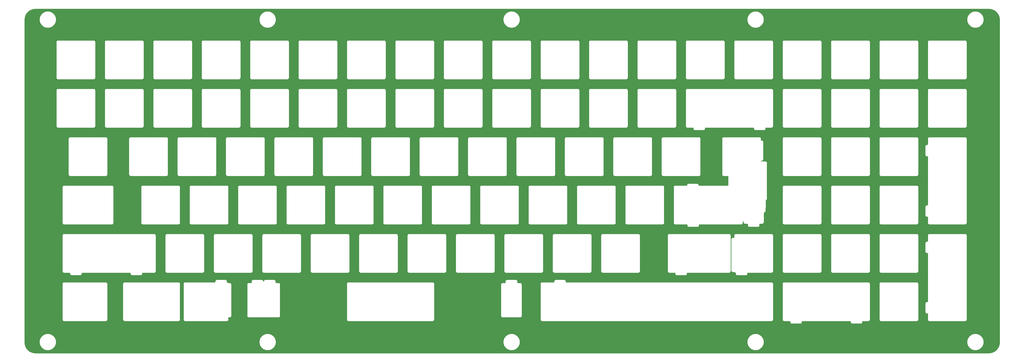
<source format=gbr>
G04 #@! TF.GenerationSoftware,KiCad,Pcbnew,(5.0.0)*
G04 #@! TF.CreationDate,2018-07-31T18:48:34-04:00*
G04 #@! TF.ProjectId,top_plate,746F705F706C6174652E6B696361645F,rev?*
G04 #@! TF.SameCoordinates,Original*
G04 #@! TF.FileFunction,Copper,L2,Bot,Signal*
G04 #@! TF.FilePolarity,Positive*
%FSLAX46Y46*%
G04 Gerber Fmt 4.6, Leading zero omitted, Abs format (unit mm)*
G04 Created by KiCad (PCBNEW (5.0.0)) date 07/31/18 18:48:34*
%MOMM*%
%LPD*%
G01*
G04 APERTURE LIST*
G04 #@! TA.AperFunction,Conductor*
%ADD10C,1.524000*%
G04 #@! TD*
G04 #@! TA.AperFunction,Conductor*
%ADD11C,0.254000*%
G04 #@! TD*
G04 APERTURE END LIST*
D10*
G04 #@! TO.N,GND*
G04 #@! TO.C,R1*
X17272000Y-104394000D03*
G04 #@! TD*
D11*
G04 #@! TO.N,GND*
G36*
X344015640Y-1975380D02*
X344813324Y-2223917D01*
X345536801Y-2617434D01*
X346168498Y-3139070D01*
X346690156Y-3770879D01*
X347083683Y-4494375D01*
X347332220Y-5292060D01*
X347422900Y-6186840D01*
X347422901Y-133112550D01*
X347332220Y-134007340D01*
X347083683Y-134805025D01*
X346690156Y-135528521D01*
X346168498Y-136160330D01*
X345536801Y-136681966D01*
X344813324Y-137075483D01*
X344015640Y-137324020D01*
X343120860Y-137414700D01*
X-31805060Y-137414700D01*
X-32699840Y-137324020D01*
X-33497525Y-137075483D01*
X-34220999Y-136681968D01*
X-34852697Y-136160332D01*
X-35374353Y-135528526D01*
X-35767883Y-134805024D01*
X-36016420Y-134007340D01*
X-36107100Y-133112560D01*
X-36107100Y-133042336D01*
X-30392254Y-133042336D01*
X-30392094Y-133044000D01*
X-30392254Y-133045664D01*
X-30385149Y-133116178D01*
X-30371317Y-133259925D01*
X-30370512Y-133261440D01*
X-30346691Y-133497838D01*
X-30347151Y-133499390D01*
X-30332052Y-133643122D01*
X-30324939Y-133713710D01*
X-30324478Y-133715218D01*
X-30324313Y-133716788D01*
X-30303258Y-133784609D01*
X-30261014Y-133922750D01*
X-30259984Y-133923999D01*
X-30150514Y-134276616D01*
X-30129933Y-134342948D01*
X-30129905Y-134343000D01*
X-30129888Y-134343054D01*
X-30097833Y-134402099D01*
X-29856323Y-134847134D01*
X-29822700Y-134909641D01*
X-29821828Y-134910697D01*
X-29821179Y-134911894D01*
X-29775990Y-134966252D01*
X-29460268Y-135348896D01*
X-29415811Y-135403360D01*
X-29414304Y-135404604D01*
X-29413060Y-135406111D01*
X-29358596Y-135450568D01*
X-28976042Y-135766215D01*
X-28921595Y-135811479D01*
X-28920395Y-135812130D01*
X-28919341Y-135813000D01*
X-28856900Y-135846587D01*
X-28411175Y-136088472D01*
X-28352754Y-136120188D01*
X-28352700Y-136120205D01*
X-28352650Y-136120232D01*
X-28286664Y-136140706D01*
X-27933699Y-136250284D01*
X-27932450Y-136251314D01*
X-27794265Y-136293571D01*
X-27726488Y-136314613D01*
X-27724919Y-136314778D01*
X-27723411Y-136315239D01*
X-27652787Y-136322355D01*
X-27509089Y-136337451D01*
X-27507537Y-136336991D01*
X-27271140Y-136360812D01*
X-27269625Y-136361617D01*
X-27125921Y-136375445D01*
X-27055366Y-136382554D01*
X-27053701Y-136382394D01*
X-27052036Y-136382554D01*
X-26981494Y-136375446D01*
X-26837775Y-136361617D01*
X-26836260Y-136360812D01*
X-26599862Y-136336991D01*
X-26598310Y-136337451D01*
X-26454578Y-136322352D01*
X-26383990Y-136315239D01*
X-26382482Y-136314778D01*
X-26380912Y-136314613D01*
X-26313091Y-136293558D01*
X-26174950Y-136251314D01*
X-26173701Y-136250284D01*
X-25821084Y-136140814D01*
X-25754752Y-136120233D01*
X-25754700Y-136120205D01*
X-25754646Y-136120188D01*
X-25695601Y-136088133D01*
X-25250566Y-135846623D01*
X-25188059Y-135813000D01*
X-25187003Y-135812128D01*
X-25185806Y-135811479D01*
X-25131448Y-135766290D01*
X-24748804Y-135450568D01*
X-24694340Y-135406111D01*
X-24693096Y-135404604D01*
X-24691589Y-135403360D01*
X-24647132Y-135348896D01*
X-24331485Y-134966342D01*
X-24286221Y-134911895D01*
X-24285570Y-134910695D01*
X-24284700Y-134909641D01*
X-24251113Y-134847200D01*
X-24009228Y-134401475D01*
X-23977512Y-134343054D01*
X-23977495Y-134343000D01*
X-23977468Y-134342950D01*
X-23956994Y-134276964D01*
X-23847416Y-133923999D01*
X-23846386Y-133922750D01*
X-23804129Y-133784565D01*
X-23783087Y-133716788D01*
X-23782922Y-133715219D01*
X-23782461Y-133713711D01*
X-23775345Y-133643087D01*
X-23760249Y-133499389D01*
X-23760709Y-133497837D01*
X-23736888Y-133261440D01*
X-23736083Y-133259925D01*
X-23722258Y-133116248D01*
X-23715146Y-133045666D01*
X-23715306Y-133044000D01*
X-23715147Y-133042336D01*
X56107846Y-133042336D01*
X56108006Y-133044000D01*
X56107846Y-133045664D01*
X56114951Y-133116178D01*
X56128783Y-133259925D01*
X56129588Y-133261440D01*
X56153409Y-133497838D01*
X56152949Y-133499390D01*
X56168048Y-133643122D01*
X56175161Y-133713710D01*
X56175622Y-133715218D01*
X56175787Y-133716788D01*
X56196842Y-133784609D01*
X56239086Y-133922750D01*
X56240116Y-133923999D01*
X56349586Y-134276616D01*
X56370167Y-134342948D01*
X56370195Y-134343000D01*
X56370212Y-134343054D01*
X56402267Y-134402099D01*
X56643777Y-134847134D01*
X56677400Y-134909641D01*
X56678272Y-134910697D01*
X56678921Y-134911894D01*
X56724110Y-134966252D01*
X57039832Y-135348896D01*
X57084289Y-135403360D01*
X57085796Y-135404604D01*
X57087040Y-135406111D01*
X57141504Y-135450568D01*
X57524058Y-135766215D01*
X57578505Y-135811479D01*
X57579705Y-135812130D01*
X57580759Y-135813000D01*
X57643200Y-135846587D01*
X58088925Y-136088472D01*
X58147346Y-136120188D01*
X58147400Y-136120205D01*
X58147450Y-136120232D01*
X58213436Y-136140706D01*
X58566401Y-136250284D01*
X58567650Y-136251314D01*
X58705835Y-136293571D01*
X58773612Y-136314613D01*
X58775181Y-136314778D01*
X58776689Y-136315239D01*
X58847313Y-136322355D01*
X58991011Y-136337451D01*
X58992563Y-136336991D01*
X59228960Y-136360812D01*
X59230475Y-136361617D01*
X59374179Y-136375445D01*
X59444734Y-136382554D01*
X59446399Y-136382394D01*
X59448064Y-136382554D01*
X59518606Y-136375446D01*
X59662325Y-136361617D01*
X59663840Y-136360812D01*
X59900238Y-136336991D01*
X59901790Y-136337451D01*
X60045522Y-136322352D01*
X60116110Y-136315239D01*
X60117618Y-136314778D01*
X60119188Y-136314613D01*
X60187009Y-136293558D01*
X60325150Y-136251314D01*
X60326399Y-136250284D01*
X60679016Y-136140814D01*
X60745348Y-136120233D01*
X60745400Y-136120205D01*
X60745454Y-136120188D01*
X60804499Y-136088133D01*
X61249534Y-135846623D01*
X61312041Y-135813000D01*
X61313097Y-135812128D01*
X61314294Y-135811479D01*
X61368652Y-135766290D01*
X61751296Y-135450568D01*
X61805760Y-135406111D01*
X61807004Y-135404604D01*
X61808511Y-135403360D01*
X61852968Y-135348896D01*
X62168615Y-134966342D01*
X62213879Y-134911895D01*
X62214530Y-134910695D01*
X62215400Y-134909641D01*
X62248987Y-134847200D01*
X62490872Y-134401475D01*
X62522588Y-134343054D01*
X62522605Y-134343000D01*
X62522632Y-134342950D01*
X62543106Y-134276964D01*
X62652684Y-133923999D01*
X62653714Y-133922750D01*
X62695971Y-133784565D01*
X62717013Y-133716788D01*
X62717178Y-133715219D01*
X62717639Y-133713711D01*
X62724755Y-133643087D01*
X62739851Y-133499389D01*
X62739391Y-133497837D01*
X62763212Y-133261440D01*
X62764017Y-133259925D01*
X62777842Y-133116248D01*
X62784954Y-133045666D01*
X62784794Y-133044000D01*
X62784953Y-133042336D01*
X152107746Y-133042336D01*
X152107906Y-133044000D01*
X152107746Y-133045664D01*
X152114851Y-133116178D01*
X152128683Y-133259925D01*
X152129488Y-133261440D01*
X152153309Y-133497838D01*
X152152849Y-133499390D01*
X152167948Y-133643122D01*
X152175061Y-133713710D01*
X152175522Y-133715218D01*
X152175687Y-133716788D01*
X152196742Y-133784609D01*
X152238986Y-133922750D01*
X152240016Y-133923999D01*
X152349486Y-134276616D01*
X152370067Y-134342948D01*
X152370095Y-134343000D01*
X152370112Y-134343054D01*
X152402167Y-134402099D01*
X152643677Y-134847134D01*
X152677300Y-134909641D01*
X152678172Y-134910697D01*
X152678821Y-134911894D01*
X152724010Y-134966252D01*
X153039732Y-135348896D01*
X153084189Y-135403360D01*
X153085696Y-135404604D01*
X153086940Y-135406111D01*
X153141404Y-135450568D01*
X153523958Y-135766215D01*
X153578405Y-135811479D01*
X153579605Y-135812130D01*
X153580659Y-135813000D01*
X153643100Y-135846587D01*
X154088825Y-136088472D01*
X154147246Y-136120188D01*
X154147300Y-136120205D01*
X154147350Y-136120232D01*
X154213336Y-136140706D01*
X154566301Y-136250284D01*
X154567550Y-136251314D01*
X154705735Y-136293571D01*
X154773512Y-136314613D01*
X154775081Y-136314778D01*
X154776589Y-136315239D01*
X154847213Y-136322355D01*
X154990911Y-136337451D01*
X154992463Y-136336991D01*
X155228860Y-136360812D01*
X155230375Y-136361617D01*
X155374079Y-136375445D01*
X155444634Y-136382554D01*
X155446299Y-136382394D01*
X155447964Y-136382554D01*
X155518506Y-136375446D01*
X155662225Y-136361617D01*
X155663740Y-136360812D01*
X155900138Y-136336991D01*
X155901690Y-136337451D01*
X156045422Y-136322352D01*
X156116010Y-136315239D01*
X156117518Y-136314778D01*
X156119088Y-136314613D01*
X156186909Y-136293558D01*
X156325050Y-136251314D01*
X156326299Y-136250284D01*
X156678916Y-136140814D01*
X156745248Y-136120233D01*
X156745300Y-136120205D01*
X156745354Y-136120188D01*
X156804399Y-136088133D01*
X157249434Y-135846623D01*
X157311941Y-135813000D01*
X157312997Y-135812128D01*
X157314194Y-135811479D01*
X157368552Y-135766290D01*
X157751196Y-135450568D01*
X157805660Y-135406111D01*
X157806904Y-135404604D01*
X157808411Y-135403360D01*
X157852868Y-135348896D01*
X158168515Y-134966342D01*
X158213779Y-134911895D01*
X158214430Y-134910695D01*
X158215300Y-134909641D01*
X158248887Y-134847200D01*
X158490772Y-134401475D01*
X158522488Y-134343054D01*
X158522505Y-134343000D01*
X158522532Y-134342950D01*
X158543006Y-134276964D01*
X158652584Y-133923999D01*
X158653614Y-133922750D01*
X158695871Y-133784565D01*
X158716913Y-133716788D01*
X158717078Y-133715219D01*
X158717539Y-133713711D01*
X158724655Y-133643087D01*
X158739751Y-133499389D01*
X158739291Y-133497837D01*
X158763112Y-133261440D01*
X158763917Y-133259925D01*
X158777742Y-133116248D01*
X158784854Y-133045666D01*
X158784694Y-133044000D01*
X158784853Y-133042336D01*
X248107746Y-133042336D01*
X248107906Y-133044000D01*
X248107746Y-133045664D01*
X248114851Y-133116178D01*
X248128683Y-133259925D01*
X248129488Y-133261440D01*
X248153309Y-133497838D01*
X248152849Y-133499390D01*
X248167948Y-133643122D01*
X248175061Y-133713710D01*
X248175522Y-133715218D01*
X248175687Y-133716788D01*
X248196742Y-133784609D01*
X248238986Y-133922750D01*
X248240016Y-133923999D01*
X248349486Y-134276616D01*
X248370067Y-134342948D01*
X248370095Y-134343000D01*
X248370112Y-134343054D01*
X248402167Y-134402099D01*
X248643677Y-134847134D01*
X248677300Y-134909641D01*
X248678172Y-134910697D01*
X248678821Y-134911894D01*
X248724010Y-134966252D01*
X249039732Y-135348896D01*
X249084189Y-135403360D01*
X249085696Y-135404604D01*
X249086940Y-135406111D01*
X249141404Y-135450568D01*
X249523958Y-135766215D01*
X249578405Y-135811479D01*
X249579605Y-135812130D01*
X249580659Y-135813000D01*
X249643100Y-135846587D01*
X250088825Y-136088472D01*
X250147246Y-136120188D01*
X250147300Y-136120205D01*
X250147350Y-136120232D01*
X250213336Y-136140706D01*
X250566301Y-136250284D01*
X250567550Y-136251314D01*
X250705735Y-136293571D01*
X250773512Y-136314613D01*
X250775081Y-136314778D01*
X250776589Y-136315239D01*
X250847213Y-136322355D01*
X250990911Y-136337451D01*
X250992463Y-136336991D01*
X251228860Y-136360812D01*
X251230375Y-136361617D01*
X251374079Y-136375445D01*
X251444634Y-136382554D01*
X251446299Y-136382394D01*
X251447964Y-136382554D01*
X251518506Y-136375446D01*
X251662225Y-136361617D01*
X251663740Y-136360812D01*
X251900138Y-136336991D01*
X251901690Y-136337451D01*
X252045422Y-136322352D01*
X252116010Y-136315239D01*
X252117518Y-136314778D01*
X252119088Y-136314613D01*
X252186909Y-136293558D01*
X252325050Y-136251314D01*
X252326299Y-136250284D01*
X252678916Y-136140814D01*
X252745248Y-136120233D01*
X252745300Y-136120205D01*
X252745354Y-136120188D01*
X252804399Y-136088133D01*
X253249434Y-135846623D01*
X253311941Y-135813000D01*
X253312997Y-135812128D01*
X253314194Y-135811479D01*
X253368552Y-135766290D01*
X253751196Y-135450568D01*
X253805660Y-135406111D01*
X253806904Y-135404604D01*
X253808411Y-135403360D01*
X253852868Y-135348896D01*
X254168515Y-134966342D01*
X254213779Y-134911895D01*
X254214430Y-134910695D01*
X254215300Y-134909641D01*
X254248887Y-134847200D01*
X254490772Y-134401475D01*
X254522488Y-134343054D01*
X254522505Y-134343000D01*
X254522532Y-134342950D01*
X254543006Y-134276964D01*
X254652584Y-133923999D01*
X254653614Y-133922750D01*
X254695871Y-133784565D01*
X254716913Y-133716788D01*
X254717078Y-133715219D01*
X254717539Y-133713711D01*
X254724655Y-133643087D01*
X254739751Y-133499389D01*
X254739291Y-133497837D01*
X254763112Y-133261440D01*
X254763917Y-133259925D01*
X254777742Y-133116248D01*
X254784854Y-133045666D01*
X254784694Y-133044000D01*
X254784853Y-133042336D01*
X334607746Y-133042336D01*
X334607906Y-133044000D01*
X334607746Y-133045664D01*
X334614851Y-133116178D01*
X334628683Y-133259925D01*
X334629488Y-133261440D01*
X334653309Y-133497838D01*
X334652849Y-133499390D01*
X334667948Y-133643122D01*
X334675061Y-133713710D01*
X334675522Y-133715218D01*
X334675687Y-133716788D01*
X334696742Y-133784609D01*
X334738986Y-133922750D01*
X334740016Y-133923999D01*
X334849486Y-134276616D01*
X334870067Y-134342948D01*
X334870095Y-134343000D01*
X334870112Y-134343054D01*
X334902167Y-134402099D01*
X335143677Y-134847134D01*
X335177300Y-134909641D01*
X335178172Y-134910697D01*
X335178821Y-134911894D01*
X335224010Y-134966252D01*
X335539732Y-135348896D01*
X335584189Y-135403360D01*
X335585696Y-135404604D01*
X335586940Y-135406111D01*
X335641404Y-135450568D01*
X336023958Y-135766215D01*
X336078405Y-135811479D01*
X336079605Y-135812130D01*
X336080659Y-135813000D01*
X336143100Y-135846587D01*
X336588825Y-136088472D01*
X336647246Y-136120188D01*
X336647300Y-136120205D01*
X336647350Y-136120232D01*
X336713336Y-136140706D01*
X337066301Y-136250284D01*
X337067550Y-136251314D01*
X337205735Y-136293571D01*
X337273512Y-136314613D01*
X337275081Y-136314778D01*
X337276589Y-136315239D01*
X337347213Y-136322355D01*
X337490911Y-136337451D01*
X337492463Y-136336991D01*
X337728860Y-136360812D01*
X337730375Y-136361617D01*
X337874079Y-136375445D01*
X337944634Y-136382554D01*
X337946299Y-136382394D01*
X337947964Y-136382554D01*
X338018506Y-136375446D01*
X338162225Y-136361617D01*
X338163740Y-136360812D01*
X338400138Y-136336991D01*
X338401690Y-136337451D01*
X338545422Y-136322352D01*
X338616010Y-136315239D01*
X338617518Y-136314778D01*
X338619088Y-136314613D01*
X338686909Y-136293558D01*
X338825050Y-136251314D01*
X338826299Y-136250284D01*
X339178916Y-136140814D01*
X339245248Y-136120233D01*
X339245300Y-136120205D01*
X339245354Y-136120188D01*
X339304399Y-136088133D01*
X339749434Y-135846623D01*
X339811941Y-135813000D01*
X339812997Y-135812128D01*
X339814194Y-135811479D01*
X339868552Y-135766290D01*
X340251196Y-135450568D01*
X340305660Y-135406111D01*
X340306904Y-135404604D01*
X340308411Y-135403360D01*
X340352868Y-135348896D01*
X340668515Y-134966342D01*
X340713779Y-134911895D01*
X340714430Y-134910695D01*
X340715300Y-134909641D01*
X340748887Y-134847200D01*
X340990772Y-134401475D01*
X341022488Y-134343054D01*
X341022505Y-134343000D01*
X341022532Y-134342950D01*
X341043006Y-134276964D01*
X341152584Y-133923999D01*
X341153614Y-133922750D01*
X341195871Y-133784565D01*
X341216913Y-133716788D01*
X341217078Y-133715219D01*
X341217539Y-133713711D01*
X341224655Y-133643087D01*
X341239751Y-133499389D01*
X341239291Y-133497837D01*
X341263112Y-133261440D01*
X341263917Y-133259925D01*
X341277742Y-133116248D01*
X341284854Y-133045666D01*
X341284694Y-133044000D01*
X341284854Y-133042334D01*
X341277742Y-132971752D01*
X341263917Y-132828075D01*
X341263112Y-132826560D01*
X341239291Y-132590163D01*
X341239751Y-132588611D01*
X341224655Y-132444913D01*
X341217539Y-132374289D01*
X341217078Y-132372781D01*
X341216913Y-132371212D01*
X341195871Y-132303435D01*
X341153614Y-132165250D01*
X341152584Y-132164001D01*
X341043006Y-131811036D01*
X341022532Y-131745050D01*
X341022505Y-131745000D01*
X341022488Y-131744946D01*
X340990772Y-131686525D01*
X340748887Y-131240800D01*
X340715300Y-131178359D01*
X340714430Y-131177305D01*
X340713779Y-131176105D01*
X340668515Y-131121658D01*
X340352868Y-130739104D01*
X340308411Y-130684640D01*
X340306904Y-130683396D01*
X340305660Y-130681889D01*
X340251196Y-130637432D01*
X339868552Y-130321710D01*
X339814194Y-130276521D01*
X339812997Y-130275872D01*
X339811941Y-130275000D01*
X339749434Y-130241377D01*
X339304399Y-129999867D01*
X339245354Y-129967812D01*
X339245300Y-129967795D01*
X339245248Y-129967767D01*
X339178916Y-129947186D01*
X338826299Y-129837716D01*
X338825050Y-129836686D01*
X338686909Y-129794442D01*
X338619088Y-129773387D01*
X338617518Y-129773222D01*
X338616010Y-129772761D01*
X338545422Y-129765648D01*
X338401690Y-129750549D01*
X338400138Y-129751009D01*
X338163740Y-129727188D01*
X338162225Y-129726383D01*
X338053468Y-129715918D01*
X338018688Y-129709000D01*
X337983235Y-129709000D01*
X337947964Y-129705446D01*
X337946299Y-129705606D01*
X337944634Y-129705446D01*
X337909364Y-129709000D01*
X337873912Y-129709000D01*
X337839133Y-129715918D01*
X337730375Y-129726383D01*
X337728860Y-129727188D01*
X337492463Y-129751009D01*
X337490911Y-129750549D01*
X337347213Y-129765645D01*
X337276589Y-129772761D01*
X337275081Y-129773222D01*
X337273512Y-129773387D01*
X337205735Y-129794429D01*
X337067550Y-129836686D01*
X337066301Y-129837716D01*
X336713336Y-129947294D01*
X336647350Y-129967768D01*
X336647300Y-129967795D01*
X336647246Y-129967812D01*
X336588825Y-129999528D01*
X336143100Y-130241413D01*
X336080659Y-130275000D01*
X336079605Y-130275870D01*
X336078405Y-130276521D01*
X336023958Y-130321785D01*
X335641404Y-130637432D01*
X335586940Y-130681889D01*
X335585696Y-130683396D01*
X335584189Y-130684640D01*
X335539732Y-130739104D01*
X335224010Y-131121748D01*
X335178821Y-131176106D01*
X335178172Y-131177303D01*
X335177300Y-131178359D01*
X335143677Y-131240866D01*
X334902167Y-131685901D01*
X334870112Y-131744946D01*
X334870095Y-131745000D01*
X334870067Y-131745052D01*
X334849486Y-131811384D01*
X334740016Y-132164001D01*
X334738986Y-132165250D01*
X334696742Y-132303391D01*
X334675687Y-132371212D01*
X334675522Y-132372782D01*
X334675061Y-132374290D01*
X334667948Y-132444878D01*
X334652849Y-132588610D01*
X334653309Y-132590162D01*
X334629488Y-132826560D01*
X334628683Y-132828075D01*
X334614851Y-132971822D01*
X334607746Y-133042336D01*
X254784853Y-133042336D01*
X254784854Y-133042334D01*
X254777742Y-132971752D01*
X254763917Y-132828075D01*
X254763112Y-132826560D01*
X254739291Y-132590163D01*
X254739751Y-132588611D01*
X254724655Y-132444913D01*
X254717539Y-132374289D01*
X254717078Y-132372781D01*
X254716913Y-132371212D01*
X254695871Y-132303435D01*
X254653614Y-132165250D01*
X254652584Y-132164001D01*
X254543006Y-131811036D01*
X254522532Y-131745050D01*
X254522505Y-131745000D01*
X254522488Y-131744946D01*
X254490772Y-131686525D01*
X254248887Y-131240800D01*
X254215300Y-131178359D01*
X254214430Y-131177305D01*
X254213779Y-131176105D01*
X254168515Y-131121658D01*
X253852868Y-130739104D01*
X253808411Y-130684640D01*
X253806904Y-130683396D01*
X253805660Y-130681889D01*
X253751196Y-130637432D01*
X253368552Y-130321710D01*
X253314194Y-130276521D01*
X253312997Y-130275872D01*
X253311941Y-130275000D01*
X253249434Y-130241377D01*
X252804399Y-129999867D01*
X252745354Y-129967812D01*
X252745300Y-129967795D01*
X252745248Y-129967767D01*
X252678916Y-129947186D01*
X252326299Y-129837716D01*
X252325050Y-129836686D01*
X252186909Y-129794442D01*
X252119088Y-129773387D01*
X252117518Y-129773222D01*
X252116010Y-129772761D01*
X252045422Y-129765648D01*
X251901690Y-129750549D01*
X251900138Y-129751009D01*
X251663740Y-129727188D01*
X251662225Y-129726383D01*
X251553468Y-129715918D01*
X251518688Y-129709000D01*
X251483235Y-129709000D01*
X251447964Y-129705446D01*
X251446299Y-129705606D01*
X251444634Y-129705446D01*
X251409364Y-129709000D01*
X251373912Y-129709000D01*
X251339133Y-129715918D01*
X251230375Y-129726383D01*
X251228860Y-129727188D01*
X250992463Y-129751009D01*
X250990911Y-129750549D01*
X250847213Y-129765645D01*
X250776589Y-129772761D01*
X250775081Y-129773222D01*
X250773512Y-129773387D01*
X250705735Y-129794429D01*
X250567550Y-129836686D01*
X250566301Y-129837716D01*
X250213336Y-129947294D01*
X250147350Y-129967768D01*
X250147300Y-129967795D01*
X250147246Y-129967812D01*
X250088825Y-129999528D01*
X249643100Y-130241413D01*
X249580659Y-130275000D01*
X249579605Y-130275870D01*
X249578405Y-130276521D01*
X249523958Y-130321785D01*
X249141404Y-130637432D01*
X249086940Y-130681889D01*
X249085696Y-130683396D01*
X249084189Y-130684640D01*
X249039732Y-130739104D01*
X248724010Y-131121748D01*
X248678821Y-131176106D01*
X248678172Y-131177303D01*
X248677300Y-131178359D01*
X248643677Y-131240866D01*
X248402167Y-131685901D01*
X248370112Y-131744946D01*
X248370095Y-131745000D01*
X248370067Y-131745052D01*
X248349486Y-131811384D01*
X248240016Y-132164001D01*
X248238986Y-132165250D01*
X248196742Y-132303391D01*
X248175687Y-132371212D01*
X248175522Y-132372782D01*
X248175061Y-132374290D01*
X248167948Y-132444878D01*
X248152849Y-132588610D01*
X248153309Y-132590162D01*
X248129488Y-132826560D01*
X248128683Y-132828075D01*
X248114851Y-132971822D01*
X248107746Y-133042336D01*
X158784853Y-133042336D01*
X158784854Y-133042334D01*
X158777742Y-132971752D01*
X158763917Y-132828075D01*
X158763112Y-132826560D01*
X158739291Y-132590163D01*
X158739751Y-132588611D01*
X158724655Y-132444913D01*
X158717539Y-132374289D01*
X158717078Y-132372781D01*
X158716913Y-132371212D01*
X158695871Y-132303435D01*
X158653614Y-132165250D01*
X158652584Y-132164001D01*
X158543006Y-131811036D01*
X158522532Y-131745050D01*
X158522505Y-131745000D01*
X158522488Y-131744946D01*
X158490772Y-131686525D01*
X158248887Y-131240800D01*
X158215300Y-131178359D01*
X158214430Y-131177305D01*
X158213779Y-131176105D01*
X158168515Y-131121658D01*
X157852868Y-130739104D01*
X157808411Y-130684640D01*
X157806904Y-130683396D01*
X157805660Y-130681889D01*
X157751196Y-130637432D01*
X157368552Y-130321710D01*
X157314194Y-130276521D01*
X157312997Y-130275872D01*
X157311941Y-130275000D01*
X157249434Y-130241377D01*
X156804399Y-129999867D01*
X156745354Y-129967812D01*
X156745300Y-129967795D01*
X156745248Y-129967767D01*
X156678916Y-129947186D01*
X156326299Y-129837716D01*
X156325050Y-129836686D01*
X156186909Y-129794442D01*
X156119088Y-129773387D01*
X156117518Y-129773222D01*
X156116010Y-129772761D01*
X156045422Y-129765648D01*
X155901690Y-129750549D01*
X155900138Y-129751009D01*
X155663740Y-129727188D01*
X155662225Y-129726383D01*
X155553468Y-129715918D01*
X155518688Y-129709000D01*
X155483235Y-129709000D01*
X155447964Y-129705446D01*
X155446299Y-129705606D01*
X155444634Y-129705446D01*
X155409364Y-129709000D01*
X155373912Y-129709000D01*
X155339133Y-129715918D01*
X155230375Y-129726383D01*
X155228860Y-129727188D01*
X154992463Y-129751009D01*
X154990911Y-129750549D01*
X154847213Y-129765645D01*
X154776589Y-129772761D01*
X154775081Y-129773222D01*
X154773512Y-129773387D01*
X154705735Y-129794429D01*
X154567550Y-129836686D01*
X154566301Y-129837716D01*
X154213336Y-129947294D01*
X154147350Y-129967768D01*
X154147300Y-129967795D01*
X154147246Y-129967812D01*
X154088825Y-129999528D01*
X153643100Y-130241413D01*
X153580659Y-130275000D01*
X153579605Y-130275870D01*
X153578405Y-130276521D01*
X153523958Y-130321785D01*
X153141404Y-130637432D01*
X153086940Y-130681889D01*
X153085696Y-130683396D01*
X153084189Y-130684640D01*
X153039732Y-130739104D01*
X152724010Y-131121748D01*
X152678821Y-131176106D01*
X152678172Y-131177303D01*
X152677300Y-131178359D01*
X152643677Y-131240866D01*
X152402167Y-131685901D01*
X152370112Y-131744946D01*
X152370095Y-131745000D01*
X152370067Y-131745052D01*
X152349486Y-131811384D01*
X152240016Y-132164001D01*
X152238986Y-132165250D01*
X152196742Y-132303391D01*
X152175687Y-132371212D01*
X152175522Y-132372782D01*
X152175061Y-132374290D01*
X152167948Y-132444878D01*
X152152849Y-132588610D01*
X152153309Y-132590162D01*
X152129488Y-132826560D01*
X152128683Y-132828075D01*
X152114851Y-132971822D01*
X152107746Y-133042336D01*
X62784953Y-133042336D01*
X62784954Y-133042334D01*
X62777842Y-132971752D01*
X62764017Y-132828075D01*
X62763212Y-132826560D01*
X62739391Y-132590163D01*
X62739851Y-132588611D01*
X62724755Y-132444913D01*
X62717639Y-132374289D01*
X62717178Y-132372781D01*
X62717013Y-132371212D01*
X62695971Y-132303435D01*
X62653714Y-132165250D01*
X62652684Y-132164001D01*
X62543106Y-131811036D01*
X62522632Y-131745050D01*
X62522605Y-131745000D01*
X62522588Y-131744946D01*
X62490872Y-131686525D01*
X62248987Y-131240800D01*
X62215400Y-131178359D01*
X62214530Y-131177305D01*
X62213879Y-131176105D01*
X62168615Y-131121658D01*
X61852968Y-130739104D01*
X61808511Y-130684640D01*
X61807004Y-130683396D01*
X61805760Y-130681889D01*
X61751296Y-130637432D01*
X61368652Y-130321710D01*
X61314294Y-130276521D01*
X61313097Y-130275872D01*
X61312041Y-130275000D01*
X61249534Y-130241377D01*
X60804499Y-129999867D01*
X60745454Y-129967812D01*
X60745400Y-129967795D01*
X60745348Y-129967767D01*
X60679016Y-129947186D01*
X60326399Y-129837716D01*
X60325150Y-129836686D01*
X60187009Y-129794442D01*
X60119188Y-129773387D01*
X60117618Y-129773222D01*
X60116110Y-129772761D01*
X60045522Y-129765648D01*
X59901790Y-129750549D01*
X59900238Y-129751009D01*
X59663840Y-129727188D01*
X59662325Y-129726383D01*
X59553568Y-129715918D01*
X59518788Y-129709000D01*
X59483335Y-129709000D01*
X59448064Y-129705446D01*
X59446399Y-129705606D01*
X59444734Y-129705446D01*
X59409464Y-129709000D01*
X59374012Y-129709000D01*
X59339233Y-129715918D01*
X59230475Y-129726383D01*
X59228960Y-129727188D01*
X58992563Y-129751009D01*
X58991011Y-129750549D01*
X58847313Y-129765645D01*
X58776689Y-129772761D01*
X58775181Y-129773222D01*
X58773612Y-129773387D01*
X58705835Y-129794429D01*
X58567650Y-129836686D01*
X58566401Y-129837716D01*
X58213436Y-129947294D01*
X58147450Y-129967768D01*
X58147400Y-129967795D01*
X58147346Y-129967812D01*
X58088925Y-129999528D01*
X57643200Y-130241413D01*
X57580759Y-130275000D01*
X57579705Y-130275870D01*
X57578505Y-130276521D01*
X57524058Y-130321785D01*
X57141504Y-130637432D01*
X57087040Y-130681889D01*
X57085796Y-130683396D01*
X57084289Y-130684640D01*
X57039832Y-130739104D01*
X56724110Y-131121748D01*
X56678921Y-131176106D01*
X56678272Y-131177303D01*
X56677400Y-131178359D01*
X56643777Y-131240866D01*
X56402267Y-131685901D01*
X56370212Y-131744946D01*
X56370195Y-131745000D01*
X56370167Y-131745052D01*
X56349586Y-131811384D01*
X56240116Y-132164001D01*
X56239086Y-132165250D01*
X56196842Y-132303391D01*
X56175787Y-132371212D01*
X56175622Y-132372782D01*
X56175161Y-132374290D01*
X56168048Y-132444878D01*
X56152949Y-132588610D01*
X56153409Y-132590162D01*
X56129588Y-132826560D01*
X56128783Y-132828075D01*
X56114951Y-132971822D01*
X56107846Y-133042336D01*
X-23715147Y-133042336D01*
X-23715146Y-133042334D01*
X-23722258Y-132971752D01*
X-23736083Y-132828075D01*
X-23736888Y-132826560D01*
X-23760709Y-132590163D01*
X-23760249Y-132588611D01*
X-23775345Y-132444913D01*
X-23782461Y-132374289D01*
X-23782922Y-132372781D01*
X-23783087Y-132371212D01*
X-23804129Y-132303435D01*
X-23846386Y-132165250D01*
X-23847416Y-132164001D01*
X-23956994Y-131811036D01*
X-23977468Y-131745050D01*
X-23977495Y-131745000D01*
X-23977512Y-131744946D01*
X-24009228Y-131686525D01*
X-24251113Y-131240800D01*
X-24284700Y-131178359D01*
X-24285570Y-131177305D01*
X-24286221Y-131176105D01*
X-24331485Y-131121658D01*
X-24647132Y-130739104D01*
X-24691589Y-130684640D01*
X-24693096Y-130683396D01*
X-24694340Y-130681889D01*
X-24748804Y-130637432D01*
X-25131448Y-130321710D01*
X-25185806Y-130276521D01*
X-25187003Y-130275872D01*
X-25188059Y-130275000D01*
X-25250566Y-130241377D01*
X-25695601Y-129999867D01*
X-25754646Y-129967812D01*
X-25754700Y-129967795D01*
X-25754752Y-129967767D01*
X-25821084Y-129947186D01*
X-26173701Y-129837716D01*
X-26174950Y-129836686D01*
X-26313091Y-129794442D01*
X-26380912Y-129773387D01*
X-26382482Y-129773222D01*
X-26383990Y-129772761D01*
X-26454578Y-129765648D01*
X-26598310Y-129750549D01*
X-26599862Y-129751009D01*
X-26836260Y-129727188D01*
X-26837775Y-129726383D01*
X-26946532Y-129715918D01*
X-26981312Y-129709000D01*
X-27016765Y-129709000D01*
X-27052036Y-129705446D01*
X-27053701Y-129705606D01*
X-27055366Y-129705446D01*
X-27090636Y-129709000D01*
X-27126088Y-129709000D01*
X-27160867Y-129715918D01*
X-27269625Y-129726383D01*
X-27271140Y-129727188D01*
X-27507537Y-129751009D01*
X-27509089Y-129750549D01*
X-27652787Y-129765645D01*
X-27723411Y-129772761D01*
X-27724919Y-129773222D01*
X-27726488Y-129773387D01*
X-27794265Y-129794429D01*
X-27932450Y-129836686D01*
X-27933699Y-129837716D01*
X-28286664Y-129947294D01*
X-28352650Y-129967768D01*
X-28352700Y-129967795D01*
X-28352754Y-129967812D01*
X-28411175Y-129999528D01*
X-28856900Y-130241413D01*
X-28919341Y-130275000D01*
X-28920395Y-130275870D01*
X-28921595Y-130276521D01*
X-28976042Y-130321785D01*
X-29358596Y-130637432D01*
X-29413060Y-130681889D01*
X-29414304Y-130683396D01*
X-29415811Y-130684640D01*
X-29460268Y-130739104D01*
X-29775990Y-131121748D01*
X-29821179Y-131176106D01*
X-29821828Y-131177303D01*
X-29822700Y-131178359D01*
X-29856323Y-131240866D01*
X-30097833Y-131685901D01*
X-30129888Y-131744946D01*
X-30129905Y-131745000D01*
X-30129933Y-131745052D01*
X-30150514Y-131811384D01*
X-30259984Y-132164001D01*
X-30261014Y-132165250D01*
X-30303258Y-132303391D01*
X-30324313Y-132371212D01*
X-30324478Y-132372782D01*
X-30324939Y-132374290D01*
X-30332052Y-132444878D01*
X-30347151Y-132588610D01*
X-30346691Y-132590162D01*
X-30370512Y-132826560D01*
X-30371317Y-132828075D01*
X-30385149Y-132971822D01*
X-30392254Y-133042336D01*
X-36107100Y-133042336D01*
X-36107100Y-110167400D01*
X-21372599Y-110167400D01*
X-21358200Y-110239787D01*
X-21358199Y-124095007D01*
X-21372599Y-124167400D01*
X-21315554Y-124454183D01*
X-21153105Y-124697305D01*
X-20909983Y-124859754D01*
X-20695588Y-124902400D01*
X-20623200Y-124916799D01*
X-20550812Y-124902400D01*
X-4314588Y-124902400D01*
X-4242200Y-124916799D01*
X-4169812Y-124902400D01*
X-3955417Y-124859754D01*
X-3712295Y-124697305D01*
X-3549846Y-124454183D01*
X-3492801Y-124167400D01*
X-3507200Y-124095012D01*
X-3507200Y-110239787D01*
X-3492801Y-110167400D01*
X2439401Y-110167400D01*
X2453800Y-110239787D01*
X2453801Y-124095007D01*
X2439401Y-124167400D01*
X2496446Y-124454183D01*
X2658895Y-124697305D01*
X2902017Y-124859754D01*
X3116412Y-124902400D01*
X3188800Y-124916799D01*
X3261188Y-124902400D01*
X24260412Y-124902400D01*
X24332800Y-124916799D01*
X24405188Y-124902400D01*
X24619583Y-124859754D01*
X24862705Y-124697305D01*
X25025154Y-124454183D01*
X25082199Y-124167400D01*
X25067800Y-124095012D01*
X25067800Y-110239787D01*
X25082199Y-110167400D01*
X26252401Y-110167400D01*
X26266800Y-110239787D01*
X26266801Y-124095007D01*
X26252401Y-124167400D01*
X26309446Y-124454183D01*
X26471895Y-124697305D01*
X26715017Y-124859754D01*
X26929412Y-124902400D01*
X27001800Y-124916799D01*
X27074188Y-124902400D01*
X43310412Y-124902400D01*
X43382800Y-124916799D01*
X43455188Y-124902400D01*
X43669583Y-124859754D01*
X43912705Y-124697305D01*
X44075154Y-124454183D01*
X44132199Y-124167400D01*
X44117800Y-124095012D01*
X44117800Y-123432400D01*
X44447412Y-123432400D01*
X44519800Y-123446799D01*
X44592188Y-123432400D01*
X44806583Y-123389754D01*
X45049705Y-123227305D01*
X45212154Y-122984183D01*
X45269199Y-122697400D01*
X45254800Y-122625012D01*
X45254800Y-114939787D01*
X45269199Y-114867400D01*
X45254800Y-114795012D01*
X45254800Y-110469787D01*
X45269199Y-110397400D01*
X51314401Y-110397400D01*
X51328801Y-110469793D01*
X51328800Y-114939787D01*
X51328801Y-114939792D01*
X51328800Y-119538787D01*
X51328801Y-119538792D01*
X51328800Y-122625012D01*
X51314401Y-122697400D01*
X51371446Y-122984183D01*
X51533895Y-123227305D01*
X51777017Y-123389754D01*
X52063800Y-123446799D01*
X52136188Y-123432400D01*
X63623412Y-123432400D01*
X63695800Y-123446799D01*
X63768188Y-123432400D01*
X63840577Y-123418001D01*
X63982583Y-123389754D01*
X64225705Y-123227305D01*
X64388154Y-122984183D01*
X64430800Y-122769788D01*
X64430800Y-122769787D01*
X64445199Y-122697400D01*
X64430800Y-122625012D01*
X64430800Y-114939787D01*
X64445199Y-114867400D01*
X64430800Y-114795012D01*
X64430800Y-110469787D01*
X64445199Y-110397400D01*
X64399449Y-110167400D01*
X90545401Y-110167400D01*
X90559800Y-110239787D01*
X90559801Y-114796008D01*
X90559800Y-114796013D01*
X90559801Y-119395008D01*
X90559800Y-119395013D01*
X90559801Y-124095007D01*
X90545401Y-124167400D01*
X90602446Y-124454183D01*
X90764895Y-124697305D01*
X91008017Y-124859754D01*
X91222412Y-124902400D01*
X91294800Y-124916799D01*
X91367188Y-124902400D01*
X124273412Y-124902400D01*
X124345800Y-124916799D01*
X124418188Y-124902400D01*
X124632583Y-124859754D01*
X124875705Y-124697305D01*
X125038154Y-124454183D01*
X125095199Y-124167400D01*
X125080800Y-124095012D01*
X125080800Y-119539787D01*
X125095199Y-119467400D01*
X125080800Y-119395012D01*
X125080800Y-110397400D01*
X151196401Y-110397400D01*
X151210801Y-110469793D01*
X151210800Y-114939787D01*
X151210801Y-114939792D01*
X151210800Y-119538787D01*
X151210801Y-119538792D01*
X151210800Y-122625012D01*
X151196401Y-122697400D01*
X151253446Y-122984183D01*
X151415895Y-123227305D01*
X151659017Y-123389754D01*
X151945800Y-123446799D01*
X152018188Y-123432400D01*
X158748412Y-123432400D01*
X158820800Y-123446799D01*
X158893188Y-123432400D01*
X158965577Y-123418001D01*
X159107583Y-123389754D01*
X159350705Y-123227305D01*
X159513154Y-122984183D01*
X159555800Y-122769788D01*
X159555800Y-122769787D01*
X159570199Y-122697400D01*
X159555800Y-122625012D01*
X159555800Y-114939787D01*
X159570199Y-114867400D01*
X159555800Y-114795012D01*
X159555800Y-110469787D01*
X159570199Y-110397400D01*
X159524449Y-110167400D01*
X166746401Y-110167400D01*
X166760801Y-110239793D01*
X166760800Y-114939787D01*
X166760801Y-114939792D01*
X166760800Y-119538787D01*
X166760801Y-119538792D01*
X166760800Y-124095012D01*
X166746401Y-124167400D01*
X166803446Y-124454183D01*
X166905886Y-124607495D01*
X166965895Y-124697305D01*
X167209017Y-124859754D01*
X167495800Y-124916799D01*
X167568188Y-124902400D01*
X257623412Y-124902400D01*
X257695800Y-124916799D01*
X257768188Y-124902400D01*
X257982583Y-124859754D01*
X258225705Y-124697305D01*
X258388154Y-124454183D01*
X258445199Y-124167400D01*
X258430800Y-124095012D01*
X258430800Y-110239787D01*
X258445199Y-110167400D01*
X261996401Y-110167400D01*
X262010800Y-110239787D01*
X262010801Y-124095007D01*
X261996401Y-124167400D01*
X262053446Y-124454183D01*
X262215895Y-124697305D01*
X262459017Y-124859754D01*
X262673412Y-124902400D01*
X262745800Y-124916799D01*
X262818188Y-124902400D01*
X264985801Y-124902400D01*
X264985801Y-125065007D01*
X264971401Y-125137400D01*
X265028446Y-125424183D01*
X265190895Y-125667305D01*
X265434017Y-125829754D01*
X265648412Y-125872400D01*
X265720800Y-125886799D01*
X265793188Y-125872400D01*
X268948412Y-125872400D01*
X269020800Y-125886799D01*
X269093188Y-125872400D01*
X269307583Y-125829754D01*
X269550705Y-125667305D01*
X269713154Y-125424183D01*
X269770199Y-125137400D01*
X269755800Y-125065012D01*
X269755800Y-124902400D01*
X288785801Y-124902400D01*
X288785801Y-125065007D01*
X288771401Y-125137400D01*
X288828446Y-125424183D01*
X288990895Y-125667305D01*
X289234017Y-125829754D01*
X289448412Y-125872400D01*
X289520800Y-125886799D01*
X289593188Y-125872400D01*
X292748412Y-125872400D01*
X292820800Y-125886799D01*
X292893188Y-125872400D01*
X293107583Y-125829754D01*
X293350705Y-125667305D01*
X293513154Y-125424183D01*
X293570199Y-125137400D01*
X293555800Y-125065012D01*
X293555800Y-124902400D01*
X295723412Y-124902400D01*
X295795800Y-124916799D01*
X295868188Y-124902400D01*
X296082583Y-124859754D01*
X296325705Y-124697305D01*
X296488154Y-124454183D01*
X296545199Y-124167400D01*
X296530800Y-124095012D01*
X296530800Y-110239787D01*
X296545199Y-110167400D01*
X300096401Y-110167400D01*
X300110800Y-110239787D01*
X300110801Y-124095007D01*
X300096401Y-124167400D01*
X300153446Y-124454183D01*
X300315895Y-124697305D01*
X300559017Y-124859754D01*
X300773412Y-124902400D01*
X300845800Y-124916799D01*
X300918188Y-124902400D01*
X314773412Y-124902400D01*
X314845800Y-124916799D01*
X314918188Y-124902400D01*
X315132583Y-124859754D01*
X315375705Y-124697305D01*
X315538154Y-124454183D01*
X315595199Y-124167400D01*
X315580800Y-124095012D01*
X315580800Y-110239787D01*
X315595199Y-110167400D01*
X315538154Y-109880617D01*
X315375705Y-109637495D01*
X315132583Y-109475046D01*
X314918188Y-109432400D01*
X314845800Y-109418001D01*
X314773412Y-109432400D01*
X300918188Y-109432400D01*
X300845800Y-109418001D01*
X300773412Y-109432400D01*
X300559017Y-109475046D01*
X300315895Y-109637495D01*
X300153446Y-109880617D01*
X300096401Y-110167400D01*
X296545199Y-110167400D01*
X296488154Y-109880617D01*
X296325705Y-109637495D01*
X296082583Y-109475046D01*
X295868188Y-109432400D01*
X295795800Y-109418001D01*
X295723412Y-109432400D01*
X262818188Y-109432400D01*
X262745800Y-109418001D01*
X262673412Y-109432400D01*
X262459017Y-109475046D01*
X262215895Y-109637495D01*
X262053446Y-109880617D01*
X261996401Y-110167400D01*
X258445199Y-110167400D01*
X258388154Y-109880617D01*
X258225705Y-109637495D01*
X257982583Y-109475046D01*
X257768188Y-109432400D01*
X257695800Y-109418001D01*
X257623412Y-109432400D01*
X176880800Y-109432400D01*
X176880800Y-109269788D01*
X176895199Y-109197400D01*
X176838154Y-108910617D01*
X176675705Y-108667495D01*
X176432583Y-108505046D01*
X176218188Y-108462400D01*
X176145800Y-108448001D01*
X176073412Y-108462400D01*
X172918188Y-108462400D01*
X172845800Y-108448001D01*
X172773412Y-108462400D01*
X172559017Y-108505046D01*
X172315895Y-108667495D01*
X172153446Y-108910617D01*
X172096401Y-109197400D01*
X172110801Y-109269793D01*
X172110801Y-109432400D01*
X167568188Y-109432400D01*
X167495800Y-109418001D01*
X167423412Y-109432400D01*
X167209017Y-109475046D01*
X166965895Y-109637495D01*
X166803446Y-109880617D01*
X166746401Y-110167400D01*
X159524449Y-110167400D01*
X159513154Y-110110617D01*
X159350705Y-109867495D01*
X159107583Y-109705046D01*
X158893188Y-109662400D01*
X158820800Y-109648001D01*
X158748412Y-109662400D01*
X157830800Y-109662400D01*
X157830800Y-109269788D01*
X157845199Y-109197400D01*
X157788154Y-108910617D01*
X157625705Y-108667495D01*
X157382583Y-108505046D01*
X157168188Y-108462400D01*
X157095800Y-108448001D01*
X157023412Y-108462400D01*
X153743188Y-108462400D01*
X153670800Y-108448001D01*
X153598412Y-108462400D01*
X153384017Y-108505046D01*
X153140895Y-108667495D01*
X152978446Y-108910617D01*
X152921401Y-109197400D01*
X152935801Y-109269793D01*
X152935801Y-109662400D01*
X152018188Y-109662400D01*
X151945800Y-109648001D01*
X151873412Y-109662400D01*
X151659017Y-109705046D01*
X151415895Y-109867495D01*
X151253446Y-110110617D01*
X151196401Y-110397400D01*
X125080800Y-110397400D01*
X125080800Y-110239787D01*
X125095199Y-110167400D01*
X125038154Y-109880617D01*
X124875705Y-109637495D01*
X124632583Y-109475046D01*
X124418188Y-109432400D01*
X124345800Y-109418001D01*
X124273412Y-109432400D01*
X91367188Y-109432400D01*
X91294800Y-109418001D01*
X91222412Y-109432400D01*
X91008017Y-109475046D01*
X90764895Y-109637495D01*
X90602446Y-109880617D01*
X90545401Y-110167400D01*
X64399449Y-110167400D01*
X64388154Y-110110617D01*
X64225705Y-109867495D01*
X63982583Y-109705046D01*
X63768188Y-109662400D01*
X63695800Y-109648001D01*
X63623412Y-109662400D01*
X62705800Y-109662400D01*
X62705800Y-109269788D01*
X62720199Y-109197400D01*
X62663154Y-108910617D01*
X62500705Y-108667495D01*
X62257583Y-108505046D01*
X62043188Y-108462400D01*
X61970800Y-108448001D01*
X61898412Y-108462400D01*
X58618188Y-108462400D01*
X58545800Y-108448001D01*
X58473412Y-108462400D01*
X58259017Y-108505046D01*
X58015895Y-108667495D01*
X57853446Y-108910617D01*
X57817300Y-109092334D01*
X57781154Y-108910617D01*
X57618705Y-108667495D01*
X57375583Y-108505046D01*
X57161188Y-108462400D01*
X57088800Y-108448001D01*
X57016412Y-108462400D01*
X53861188Y-108462400D01*
X53788800Y-108448001D01*
X53716412Y-108462400D01*
X53502017Y-108505046D01*
X53258895Y-108667495D01*
X53096446Y-108910617D01*
X53039401Y-109197400D01*
X53053801Y-109269793D01*
X53053801Y-109662400D01*
X52136188Y-109662400D01*
X52063800Y-109648001D01*
X51991412Y-109662400D01*
X51777017Y-109705046D01*
X51533895Y-109867495D01*
X51371446Y-110110617D01*
X51314401Y-110397400D01*
X45269199Y-110397400D01*
X45212154Y-110110617D01*
X45049705Y-109867495D01*
X44806583Y-109705046D01*
X44592188Y-109662400D01*
X44519800Y-109648001D01*
X44447412Y-109662400D01*
X43929346Y-109662400D01*
X43912705Y-109637495D01*
X43669583Y-109475046D01*
X43529800Y-109447241D01*
X43529800Y-109269788D01*
X43544199Y-109197400D01*
X43487154Y-108910617D01*
X43324705Y-108667495D01*
X43081583Y-108505046D01*
X42867188Y-108462400D01*
X42794800Y-108448001D01*
X42722412Y-108462400D01*
X39567188Y-108462400D01*
X39494800Y-108448001D01*
X39422412Y-108462400D01*
X39208017Y-108505046D01*
X38964895Y-108667495D01*
X38802446Y-108910617D01*
X38745401Y-109197400D01*
X38759800Y-109269789D01*
X38759800Y-109432400D01*
X27074188Y-109432400D01*
X27001800Y-109418001D01*
X26929412Y-109432400D01*
X26715017Y-109475046D01*
X26471895Y-109637495D01*
X26309446Y-109880617D01*
X26252401Y-110167400D01*
X25082199Y-110167400D01*
X25025154Y-109880617D01*
X24862705Y-109637495D01*
X24619583Y-109475046D01*
X24405188Y-109432400D01*
X24332800Y-109418001D01*
X24260412Y-109432400D01*
X3261188Y-109432400D01*
X3188800Y-109418001D01*
X3116412Y-109432400D01*
X2902017Y-109475046D01*
X2658895Y-109637495D01*
X2496446Y-109880617D01*
X2439401Y-110167400D01*
X-3492801Y-110167400D01*
X-3549846Y-109880617D01*
X-3712295Y-109637495D01*
X-3955417Y-109475046D01*
X-4169812Y-109432400D01*
X-4242200Y-109418001D01*
X-4314588Y-109432400D01*
X-20550812Y-109432400D01*
X-20623200Y-109418001D01*
X-20695588Y-109432400D01*
X-20909983Y-109475046D01*
X-21153105Y-109637495D01*
X-21315554Y-109880617D01*
X-21372599Y-110167400D01*
X-36107100Y-110167400D01*
X-36107100Y-91118400D01*
X-21372599Y-91118400D01*
X-21358200Y-91190788D01*
X-21358199Y-105046007D01*
X-21372599Y-105118400D01*
X-21315554Y-105405183D01*
X-21153105Y-105648305D01*
X-20909983Y-105810754D01*
X-20695588Y-105853400D01*
X-20623200Y-105867799D01*
X-20550812Y-105853400D01*
X-18383199Y-105853400D01*
X-18383199Y-106016007D01*
X-18397599Y-106088400D01*
X-18340554Y-106375183D01*
X-18178105Y-106618305D01*
X-17934983Y-106780754D01*
X-17720588Y-106823400D01*
X-17648200Y-106837799D01*
X-17575812Y-106823400D01*
X-14420588Y-106823400D01*
X-14348200Y-106837799D01*
X-14275812Y-106823400D01*
X-14061417Y-106780754D01*
X-13818295Y-106618305D01*
X-13655846Y-106375183D01*
X-13598801Y-106088400D01*
X-13613200Y-106016012D01*
X-13613200Y-105853400D01*
X5416801Y-105853400D01*
X5416801Y-106016007D01*
X5402401Y-106088400D01*
X5459446Y-106375183D01*
X5621895Y-106618305D01*
X5865017Y-106780754D01*
X6079412Y-106823400D01*
X6151800Y-106837799D01*
X6224188Y-106823400D01*
X9379412Y-106823400D01*
X9451800Y-106837799D01*
X9524188Y-106823400D01*
X9738583Y-106780754D01*
X9981705Y-106618305D01*
X10144154Y-106375183D01*
X10201199Y-106088400D01*
X10186800Y-106016012D01*
X10186800Y-105853400D01*
X14735412Y-105853400D01*
X14807800Y-105867799D01*
X14880188Y-105853400D01*
X15094583Y-105810754D01*
X15337705Y-105648305D01*
X15500154Y-105405183D01*
X15557199Y-105118400D01*
X15542800Y-105046012D01*
X15542800Y-91190788D01*
X15557199Y-91118400D01*
X19108401Y-91118400D01*
X19122800Y-91190788D01*
X19122801Y-105046007D01*
X19108401Y-105118400D01*
X19165446Y-105405183D01*
X19327895Y-105648305D01*
X19571017Y-105810754D01*
X19785412Y-105853400D01*
X19857800Y-105867799D01*
X19930188Y-105853400D01*
X33785412Y-105853400D01*
X33857800Y-105867799D01*
X33930188Y-105853400D01*
X34144583Y-105810754D01*
X34387705Y-105648305D01*
X34550154Y-105405183D01*
X34607199Y-105118400D01*
X34592800Y-105046012D01*
X34592800Y-91190788D01*
X34607199Y-91118400D01*
X38158401Y-91118400D01*
X38172800Y-91190788D01*
X38172801Y-105046007D01*
X38158401Y-105118400D01*
X38215446Y-105405183D01*
X38377895Y-105648305D01*
X38621017Y-105810754D01*
X38835412Y-105853400D01*
X38907800Y-105867799D01*
X38980188Y-105853400D01*
X52835412Y-105853400D01*
X52907800Y-105867799D01*
X52980188Y-105853400D01*
X53194583Y-105810754D01*
X53437705Y-105648305D01*
X53600154Y-105405183D01*
X53657199Y-105118400D01*
X53642800Y-105046012D01*
X53642800Y-91190788D01*
X53657199Y-91118400D01*
X57208401Y-91118400D01*
X57222800Y-91190788D01*
X57222801Y-105046007D01*
X57208401Y-105118400D01*
X57265446Y-105405183D01*
X57427895Y-105648305D01*
X57671017Y-105810754D01*
X57885412Y-105853400D01*
X57957800Y-105867799D01*
X58030188Y-105853400D01*
X71885412Y-105853400D01*
X71957800Y-105867799D01*
X72030188Y-105853400D01*
X72244583Y-105810754D01*
X72487705Y-105648305D01*
X72650154Y-105405183D01*
X72707199Y-105118400D01*
X72692800Y-105046012D01*
X72692800Y-91190788D01*
X72707199Y-91118400D01*
X76258401Y-91118400D01*
X76272800Y-91190788D01*
X76272801Y-105046007D01*
X76258401Y-105118400D01*
X76315446Y-105405183D01*
X76477895Y-105648305D01*
X76721017Y-105810754D01*
X76935412Y-105853400D01*
X77007800Y-105867799D01*
X77080188Y-105853400D01*
X90935412Y-105853400D01*
X91007800Y-105867799D01*
X91080188Y-105853400D01*
X91294583Y-105810754D01*
X91537705Y-105648305D01*
X91700154Y-105405183D01*
X91757199Y-105118400D01*
X91742800Y-105046012D01*
X91742800Y-91190788D01*
X91757199Y-91118400D01*
X95308401Y-91118400D01*
X95322800Y-91190788D01*
X95322801Y-105046007D01*
X95308401Y-105118400D01*
X95365446Y-105405183D01*
X95527895Y-105648305D01*
X95771017Y-105810754D01*
X95985412Y-105853400D01*
X96057800Y-105867799D01*
X96130188Y-105853400D01*
X109985412Y-105853400D01*
X110057800Y-105867799D01*
X110130188Y-105853400D01*
X110344583Y-105810754D01*
X110587705Y-105648305D01*
X110750154Y-105405183D01*
X110807199Y-105118400D01*
X110792800Y-105046012D01*
X110792800Y-91190788D01*
X110807199Y-91118400D01*
X114358401Y-91118400D01*
X114372800Y-91190788D01*
X114372801Y-105046007D01*
X114358401Y-105118400D01*
X114415446Y-105405183D01*
X114577895Y-105648305D01*
X114821017Y-105810754D01*
X115035412Y-105853400D01*
X115107800Y-105867799D01*
X115180188Y-105853400D01*
X129035412Y-105853400D01*
X129107800Y-105867799D01*
X129180188Y-105853400D01*
X129394583Y-105810754D01*
X129637705Y-105648305D01*
X129800154Y-105405183D01*
X129857199Y-105118400D01*
X129842800Y-105046012D01*
X129842800Y-91190788D01*
X129857199Y-91118400D01*
X133408401Y-91118400D01*
X133422800Y-91190788D01*
X133422801Y-105046007D01*
X133408401Y-105118400D01*
X133465446Y-105405183D01*
X133627895Y-105648305D01*
X133871017Y-105810754D01*
X134085412Y-105853400D01*
X134157800Y-105867799D01*
X134230188Y-105853400D01*
X148085412Y-105853400D01*
X148157800Y-105867799D01*
X148230188Y-105853400D01*
X148444583Y-105810754D01*
X148687705Y-105648305D01*
X148850154Y-105405183D01*
X148907199Y-105118400D01*
X148892800Y-105046012D01*
X148892800Y-91190788D01*
X148907199Y-91118400D01*
X152458401Y-91118400D01*
X152472800Y-91190788D01*
X152472801Y-105046007D01*
X152458401Y-105118400D01*
X152515446Y-105405183D01*
X152677895Y-105648305D01*
X152921017Y-105810754D01*
X153135412Y-105853400D01*
X153207800Y-105867799D01*
X153280188Y-105853400D01*
X167135412Y-105853400D01*
X167207800Y-105867799D01*
X167280188Y-105853400D01*
X167494583Y-105810754D01*
X167737705Y-105648305D01*
X167900154Y-105405183D01*
X167957199Y-105118400D01*
X167942800Y-105046012D01*
X167942800Y-91190788D01*
X167957199Y-91118400D01*
X171508401Y-91118400D01*
X171522800Y-91190788D01*
X171522801Y-105046007D01*
X171508401Y-105118400D01*
X171565446Y-105405183D01*
X171727895Y-105648305D01*
X171971017Y-105810754D01*
X172185412Y-105853400D01*
X172257800Y-105867799D01*
X172330188Y-105853400D01*
X186185412Y-105853400D01*
X186257800Y-105867799D01*
X186330188Y-105853400D01*
X186544583Y-105810754D01*
X186787705Y-105648305D01*
X186950154Y-105405183D01*
X187007199Y-105118400D01*
X186992800Y-105046012D01*
X186992800Y-91190788D01*
X187007199Y-91118400D01*
X190558401Y-91118400D01*
X190572800Y-91190788D01*
X190572801Y-105046007D01*
X190558401Y-105118400D01*
X190615446Y-105405183D01*
X190777895Y-105648305D01*
X191021017Y-105810754D01*
X191235412Y-105853400D01*
X191307800Y-105867799D01*
X191380188Y-105853400D01*
X205235412Y-105853400D01*
X205307800Y-105867799D01*
X205380188Y-105853400D01*
X205594583Y-105810754D01*
X205837705Y-105648305D01*
X206000154Y-105405183D01*
X206057199Y-105118400D01*
X206042800Y-105046012D01*
X206042800Y-91190788D01*
X206057199Y-91118400D01*
X216752401Y-91118400D01*
X216766801Y-91190793D01*
X216766800Y-105046012D01*
X216752401Y-105118400D01*
X216809446Y-105405183D01*
X216817546Y-105417305D01*
X216971895Y-105648305D01*
X217215017Y-105810754D01*
X217501800Y-105867799D01*
X217574188Y-105853400D01*
X219741800Y-105853400D01*
X219741800Y-106016011D01*
X219727401Y-106088400D01*
X219784446Y-106375183D01*
X219946895Y-106618305D01*
X220190017Y-106780754D01*
X220476800Y-106837799D01*
X220549188Y-106823400D01*
X223704412Y-106823400D01*
X223776800Y-106837799D01*
X223849188Y-106823400D01*
X224063583Y-106780754D01*
X224306705Y-106618305D01*
X224469154Y-106375183D01*
X224526199Y-106088400D01*
X224511800Y-106016012D01*
X224511800Y-105853400D01*
X240954412Y-105853400D01*
X241026800Y-105867799D01*
X241099188Y-105853400D01*
X241313583Y-105810754D01*
X241556705Y-105648305D01*
X241719154Y-105405183D01*
X241776199Y-105118400D01*
X241761800Y-105046012D01*
X241761800Y-100489788D01*
X241776199Y-100417400D01*
X241761800Y-100345012D01*
X241761800Y-92588400D01*
X241802401Y-92588400D01*
X241816800Y-92660788D01*
X241816801Y-95746007D01*
X241802401Y-95818400D01*
X241816800Y-95890788D01*
X241816801Y-100345008D01*
X241816800Y-100345013D01*
X241816801Y-104815007D01*
X241802401Y-104887400D01*
X241859446Y-105174183D01*
X242021895Y-105417305D01*
X242265017Y-105579754D01*
X242479412Y-105622400D01*
X242551800Y-105636799D01*
X242624188Y-105622400D01*
X243148586Y-105622400D01*
X243165895Y-105648305D01*
X243409017Y-105810754D01*
X243541801Y-105837166D01*
X243541801Y-106016007D01*
X243527401Y-106088400D01*
X243584446Y-106375183D01*
X243746895Y-106618305D01*
X243990017Y-106780754D01*
X244204412Y-106823400D01*
X244276800Y-106837799D01*
X244349188Y-106823400D01*
X247504412Y-106823400D01*
X247576800Y-106837799D01*
X247649188Y-106823400D01*
X247863583Y-106780754D01*
X248106705Y-106618305D01*
X248269154Y-106375183D01*
X248326199Y-106088400D01*
X248311800Y-106016012D01*
X248311800Y-105853400D01*
X257623412Y-105853400D01*
X257695800Y-105867799D01*
X257768188Y-105853400D01*
X257982583Y-105810754D01*
X258225705Y-105648305D01*
X258388154Y-105405183D01*
X258445199Y-105118400D01*
X258430800Y-105046012D01*
X258430800Y-91190788D01*
X258445199Y-91118400D01*
X261996401Y-91118400D01*
X262010800Y-91190788D01*
X262010801Y-105046007D01*
X261996401Y-105118400D01*
X262053446Y-105405183D01*
X262215895Y-105648305D01*
X262459017Y-105810754D01*
X262673412Y-105853400D01*
X262745800Y-105867799D01*
X262818188Y-105853400D01*
X276673412Y-105853400D01*
X276745800Y-105867799D01*
X276818188Y-105853400D01*
X277032583Y-105810754D01*
X277275705Y-105648305D01*
X277438154Y-105405183D01*
X277495199Y-105118400D01*
X277480800Y-105046012D01*
X277480800Y-91190788D01*
X277495199Y-91118400D01*
X281046401Y-91118400D01*
X281060800Y-91190788D01*
X281060801Y-105046007D01*
X281046401Y-105118400D01*
X281103446Y-105405183D01*
X281265895Y-105648305D01*
X281509017Y-105810754D01*
X281723412Y-105853400D01*
X281795800Y-105867799D01*
X281868188Y-105853400D01*
X295723412Y-105853400D01*
X295795800Y-105867799D01*
X295868188Y-105853400D01*
X296082583Y-105810754D01*
X296325705Y-105648305D01*
X296488154Y-105405183D01*
X296545199Y-105118400D01*
X296530800Y-105046012D01*
X296530800Y-91190788D01*
X296545199Y-91118400D01*
X300096401Y-91118400D01*
X300110800Y-91190788D01*
X300110801Y-105046007D01*
X300096401Y-105118400D01*
X300153446Y-105405183D01*
X300315895Y-105648305D01*
X300559017Y-105810754D01*
X300773412Y-105853400D01*
X300845800Y-105867799D01*
X300918188Y-105853400D01*
X314773412Y-105853400D01*
X314845800Y-105867799D01*
X314918188Y-105853400D01*
X315132583Y-105810754D01*
X315375705Y-105648305D01*
X315538154Y-105405183D01*
X315595199Y-105118400D01*
X315580800Y-105046012D01*
X315580800Y-94093400D01*
X318176401Y-94093400D01*
X318190800Y-94165788D01*
X318190801Y-97321007D01*
X318176401Y-97393400D01*
X318233446Y-97680183D01*
X318395895Y-97923305D01*
X318639017Y-98085754D01*
X318853412Y-98128400D01*
X318925800Y-98142799D01*
X318998188Y-98128400D01*
X319160800Y-98128400D01*
X319160801Y-117158400D01*
X318998188Y-117158400D01*
X318925800Y-117144001D01*
X318853412Y-117158400D01*
X318639017Y-117201046D01*
X318395895Y-117363495D01*
X318233446Y-117606617D01*
X318176401Y-117893400D01*
X318190800Y-117965788D01*
X318190801Y-121121007D01*
X318176401Y-121193400D01*
X318233446Y-121480183D01*
X318395895Y-121723305D01*
X318639017Y-121885754D01*
X318853412Y-121928400D01*
X318925800Y-121942799D01*
X318998188Y-121928400D01*
X319160800Y-121928400D01*
X319160801Y-124095007D01*
X319146401Y-124167400D01*
X319203446Y-124454183D01*
X319365895Y-124697305D01*
X319609017Y-124859754D01*
X319823412Y-124902400D01*
X319895800Y-124916799D01*
X319968188Y-124902400D01*
X333823412Y-124902400D01*
X333895800Y-124916799D01*
X333968188Y-124902400D01*
X334182583Y-124859754D01*
X334425705Y-124697305D01*
X334588154Y-124454183D01*
X334645199Y-124167400D01*
X334630800Y-124095012D01*
X334630800Y-91190788D01*
X334645199Y-91118400D01*
X334588154Y-90831617D01*
X334425705Y-90588495D01*
X334182583Y-90426046D01*
X333968188Y-90383400D01*
X333895800Y-90369001D01*
X333823412Y-90383400D01*
X319968188Y-90383400D01*
X319895800Y-90369001D01*
X319823412Y-90383400D01*
X319609017Y-90426046D01*
X319365895Y-90588495D01*
X319203446Y-90831617D01*
X319146401Y-91118400D01*
X319160800Y-91190788D01*
X319160801Y-93358400D01*
X318998188Y-93358400D01*
X318925800Y-93344001D01*
X318853412Y-93358400D01*
X318639017Y-93401046D01*
X318395895Y-93563495D01*
X318233446Y-93806617D01*
X318176401Y-94093400D01*
X315580800Y-94093400D01*
X315580800Y-91190788D01*
X315595199Y-91118400D01*
X315538154Y-90831617D01*
X315375705Y-90588495D01*
X315132583Y-90426046D01*
X314918188Y-90383400D01*
X314845800Y-90369001D01*
X314773412Y-90383400D01*
X300918188Y-90383400D01*
X300845800Y-90369001D01*
X300773412Y-90383400D01*
X300559017Y-90426046D01*
X300315895Y-90588495D01*
X300153446Y-90831617D01*
X300096401Y-91118400D01*
X296545199Y-91118400D01*
X296488154Y-90831617D01*
X296325705Y-90588495D01*
X296082583Y-90426046D01*
X295868188Y-90383400D01*
X295795800Y-90369001D01*
X295723412Y-90383400D01*
X281868188Y-90383400D01*
X281795800Y-90369001D01*
X281723412Y-90383400D01*
X281509017Y-90426046D01*
X281265895Y-90588495D01*
X281103446Y-90831617D01*
X281046401Y-91118400D01*
X277495199Y-91118400D01*
X277438154Y-90831617D01*
X277275705Y-90588495D01*
X277032583Y-90426046D01*
X276818188Y-90383400D01*
X276745800Y-90369001D01*
X276673412Y-90383400D01*
X262818188Y-90383400D01*
X262745800Y-90369001D01*
X262673412Y-90383400D01*
X262459017Y-90426046D01*
X262215895Y-90588495D01*
X262053446Y-90831617D01*
X261996401Y-91118400D01*
X258445199Y-91118400D01*
X258388154Y-90831617D01*
X258225705Y-90588495D01*
X257982583Y-90426046D01*
X257768188Y-90383400D01*
X257695800Y-90369001D01*
X257623412Y-90383400D01*
X243768188Y-90383400D01*
X243695800Y-90369001D01*
X243623412Y-90383400D01*
X243409017Y-90426046D01*
X243165895Y-90588495D01*
X243003446Y-90831617D01*
X242946401Y-91118400D01*
X242960800Y-91190789D01*
X242960800Y-91853400D01*
X242624188Y-91853400D01*
X242551800Y-91839001D01*
X242479412Y-91853400D01*
X242265017Y-91896046D01*
X242021895Y-92058495D01*
X241859446Y-92301617D01*
X241802401Y-92588400D01*
X241761800Y-92588400D01*
X241761800Y-91190788D01*
X241776199Y-91118400D01*
X241719154Y-90831617D01*
X241556705Y-90588495D01*
X241313583Y-90426046D01*
X241099188Y-90383400D01*
X241026800Y-90369001D01*
X240954412Y-90383400D01*
X217574188Y-90383400D01*
X217501800Y-90369001D01*
X217429412Y-90383400D01*
X217215017Y-90426046D01*
X216971895Y-90588495D01*
X216809446Y-90831617D01*
X216752401Y-91118400D01*
X206057199Y-91118400D01*
X206000154Y-90831617D01*
X205837705Y-90588495D01*
X205594583Y-90426046D01*
X205380188Y-90383400D01*
X205307800Y-90369001D01*
X205235412Y-90383400D01*
X191380188Y-90383400D01*
X191307800Y-90369001D01*
X191235412Y-90383400D01*
X191021017Y-90426046D01*
X190777895Y-90588495D01*
X190615446Y-90831617D01*
X190558401Y-91118400D01*
X187007199Y-91118400D01*
X186950154Y-90831617D01*
X186787705Y-90588495D01*
X186544583Y-90426046D01*
X186330188Y-90383400D01*
X186257800Y-90369001D01*
X186185412Y-90383400D01*
X172330188Y-90383400D01*
X172257800Y-90369001D01*
X172185412Y-90383400D01*
X171971017Y-90426046D01*
X171727895Y-90588495D01*
X171565446Y-90831617D01*
X171508401Y-91118400D01*
X167957199Y-91118400D01*
X167900154Y-90831617D01*
X167737705Y-90588495D01*
X167494583Y-90426046D01*
X167280188Y-90383400D01*
X167207800Y-90369001D01*
X167135412Y-90383400D01*
X153280188Y-90383400D01*
X153207800Y-90369001D01*
X153135412Y-90383400D01*
X152921017Y-90426046D01*
X152677895Y-90588495D01*
X152515446Y-90831617D01*
X152458401Y-91118400D01*
X148907199Y-91118400D01*
X148850154Y-90831617D01*
X148687705Y-90588495D01*
X148444583Y-90426046D01*
X148230188Y-90383400D01*
X148157800Y-90369001D01*
X148085412Y-90383400D01*
X134230188Y-90383400D01*
X134157800Y-90369001D01*
X134085412Y-90383400D01*
X133871017Y-90426046D01*
X133627895Y-90588495D01*
X133465446Y-90831617D01*
X133408401Y-91118400D01*
X129857199Y-91118400D01*
X129800154Y-90831617D01*
X129637705Y-90588495D01*
X129394583Y-90426046D01*
X129180188Y-90383400D01*
X129107800Y-90369001D01*
X129035412Y-90383400D01*
X115180188Y-90383400D01*
X115107800Y-90369001D01*
X115035412Y-90383400D01*
X114821017Y-90426046D01*
X114577895Y-90588495D01*
X114415446Y-90831617D01*
X114358401Y-91118400D01*
X110807199Y-91118400D01*
X110750154Y-90831617D01*
X110587705Y-90588495D01*
X110344583Y-90426046D01*
X110130188Y-90383400D01*
X110057800Y-90369001D01*
X109985412Y-90383400D01*
X96130188Y-90383400D01*
X96057800Y-90369001D01*
X95985412Y-90383400D01*
X95771017Y-90426046D01*
X95527895Y-90588495D01*
X95365446Y-90831617D01*
X95308401Y-91118400D01*
X91757199Y-91118400D01*
X91700154Y-90831617D01*
X91537705Y-90588495D01*
X91294583Y-90426046D01*
X91080188Y-90383400D01*
X91007800Y-90369001D01*
X90935412Y-90383400D01*
X77080188Y-90383400D01*
X77007800Y-90369001D01*
X76935412Y-90383400D01*
X76721017Y-90426046D01*
X76477895Y-90588495D01*
X76315446Y-90831617D01*
X76258401Y-91118400D01*
X72707199Y-91118400D01*
X72650154Y-90831617D01*
X72487705Y-90588495D01*
X72244583Y-90426046D01*
X72030188Y-90383400D01*
X71957800Y-90369001D01*
X71885412Y-90383400D01*
X58030188Y-90383400D01*
X57957800Y-90369001D01*
X57885412Y-90383400D01*
X57671017Y-90426046D01*
X57427895Y-90588495D01*
X57265446Y-90831617D01*
X57208401Y-91118400D01*
X53657199Y-91118400D01*
X53600154Y-90831617D01*
X53437705Y-90588495D01*
X53194583Y-90426046D01*
X52980188Y-90383400D01*
X52907800Y-90369001D01*
X52835412Y-90383400D01*
X38980188Y-90383400D01*
X38907800Y-90369001D01*
X38835412Y-90383400D01*
X38621017Y-90426046D01*
X38377895Y-90588495D01*
X38215446Y-90831617D01*
X38158401Y-91118400D01*
X34607199Y-91118400D01*
X34550154Y-90831617D01*
X34387705Y-90588495D01*
X34144583Y-90426046D01*
X33930188Y-90383400D01*
X33857800Y-90369001D01*
X33785412Y-90383400D01*
X19930188Y-90383400D01*
X19857800Y-90369001D01*
X19785412Y-90383400D01*
X19571017Y-90426046D01*
X19327895Y-90588495D01*
X19165446Y-90831617D01*
X19108401Y-91118400D01*
X15557199Y-91118400D01*
X15500154Y-90831617D01*
X15337705Y-90588495D01*
X15094583Y-90426046D01*
X14880188Y-90383400D01*
X14807800Y-90369001D01*
X14735412Y-90383400D01*
X-20550812Y-90383400D01*
X-20623200Y-90369001D01*
X-20695588Y-90383400D01*
X-20909983Y-90426046D01*
X-21153105Y-90588495D01*
X-21315554Y-90831617D01*
X-21372599Y-91118400D01*
X-36107100Y-91118400D01*
X-36107100Y-72068400D01*
X-21372599Y-72068400D01*
X-21358200Y-72140787D01*
X-21358199Y-85996007D01*
X-21372599Y-86068400D01*
X-21315554Y-86355183D01*
X-21153105Y-86598305D01*
X-20909983Y-86760754D01*
X-20695588Y-86803400D01*
X-20623200Y-86817799D01*
X-20550812Y-86803400D01*
X-1933588Y-86803400D01*
X-1861200Y-86817799D01*
X-1788812Y-86803400D01*
X-1574417Y-86760754D01*
X-1331295Y-86598305D01*
X-1168846Y-86355183D01*
X-1111801Y-86068400D01*
X-1126200Y-85996012D01*
X-1126200Y-72140787D01*
X-1111801Y-72068400D01*
X9583401Y-72068400D01*
X9597800Y-72140787D01*
X9597801Y-85996007D01*
X9583401Y-86068400D01*
X9640446Y-86355183D01*
X9802895Y-86598305D01*
X10046017Y-86760754D01*
X10260412Y-86803400D01*
X10332800Y-86817799D01*
X10405188Y-86803400D01*
X24260412Y-86803400D01*
X24332800Y-86817799D01*
X24405188Y-86803400D01*
X24619583Y-86760754D01*
X24862705Y-86598305D01*
X25025154Y-86355183D01*
X25082199Y-86068400D01*
X25067800Y-85996012D01*
X25067800Y-72140787D01*
X25082199Y-72068400D01*
X28633401Y-72068400D01*
X28647800Y-72140787D01*
X28647801Y-85996007D01*
X28633401Y-86068400D01*
X28690446Y-86355183D01*
X28852895Y-86598305D01*
X29096017Y-86760754D01*
X29310412Y-86803400D01*
X29382800Y-86817799D01*
X29455188Y-86803400D01*
X43310412Y-86803400D01*
X43382800Y-86817799D01*
X43455188Y-86803400D01*
X43669583Y-86760754D01*
X43912705Y-86598305D01*
X44075154Y-86355183D01*
X44132199Y-86068400D01*
X44117800Y-85996012D01*
X44117800Y-72140787D01*
X44132199Y-72068400D01*
X47683401Y-72068400D01*
X47697800Y-72140787D01*
X47697801Y-85996007D01*
X47683401Y-86068400D01*
X47740446Y-86355183D01*
X47902895Y-86598305D01*
X48146017Y-86760754D01*
X48360412Y-86803400D01*
X48432800Y-86817799D01*
X48505188Y-86803400D01*
X62360412Y-86803400D01*
X62432800Y-86817799D01*
X62505188Y-86803400D01*
X62719583Y-86760754D01*
X62962705Y-86598305D01*
X63125154Y-86355183D01*
X63182199Y-86068400D01*
X63167800Y-85996012D01*
X63167800Y-72140787D01*
X63182199Y-72068400D01*
X66733401Y-72068400D01*
X66747800Y-72140787D01*
X66747801Y-85996007D01*
X66733401Y-86068400D01*
X66790446Y-86355183D01*
X66952895Y-86598305D01*
X67196017Y-86760754D01*
X67410412Y-86803400D01*
X67482800Y-86817799D01*
X67555188Y-86803400D01*
X81410412Y-86803400D01*
X81482800Y-86817799D01*
X81555188Y-86803400D01*
X81769583Y-86760754D01*
X82012705Y-86598305D01*
X82175154Y-86355183D01*
X82232199Y-86068400D01*
X82217800Y-85996012D01*
X82217800Y-72140787D01*
X82232199Y-72068400D01*
X85783401Y-72068400D01*
X85797800Y-72140787D01*
X85797801Y-85996007D01*
X85783401Y-86068400D01*
X85840446Y-86355183D01*
X86002895Y-86598305D01*
X86246017Y-86760754D01*
X86460412Y-86803400D01*
X86532800Y-86817799D01*
X86605188Y-86803400D01*
X100460412Y-86803400D01*
X100532800Y-86817799D01*
X100605188Y-86803400D01*
X100819583Y-86760754D01*
X101062705Y-86598305D01*
X101225154Y-86355183D01*
X101282199Y-86068400D01*
X101267800Y-85996012D01*
X101267800Y-72140787D01*
X101282199Y-72068400D01*
X104833401Y-72068400D01*
X104847800Y-72140787D01*
X104847801Y-85996007D01*
X104833401Y-86068400D01*
X104890446Y-86355183D01*
X105052895Y-86598305D01*
X105296017Y-86760754D01*
X105510412Y-86803400D01*
X105582800Y-86817799D01*
X105655188Y-86803400D01*
X119510412Y-86803400D01*
X119582800Y-86817799D01*
X119655188Y-86803400D01*
X119869583Y-86760754D01*
X120112705Y-86598305D01*
X120275154Y-86355183D01*
X120332199Y-86068400D01*
X120317800Y-85996012D01*
X120317800Y-72140787D01*
X120332199Y-72068400D01*
X123883401Y-72068400D01*
X123897800Y-72140787D01*
X123897801Y-85996007D01*
X123883401Y-86068400D01*
X123940446Y-86355183D01*
X124102895Y-86598305D01*
X124346017Y-86760754D01*
X124560412Y-86803400D01*
X124632800Y-86817799D01*
X124705188Y-86803400D01*
X138560412Y-86803400D01*
X138632800Y-86817799D01*
X138705188Y-86803400D01*
X138919583Y-86760754D01*
X139162705Y-86598305D01*
X139325154Y-86355183D01*
X139382199Y-86068400D01*
X139367800Y-85996012D01*
X139367800Y-72140787D01*
X139382199Y-72068400D01*
X142933401Y-72068400D01*
X142947800Y-72140787D01*
X142947801Y-85996007D01*
X142933401Y-86068400D01*
X142990446Y-86355183D01*
X143152895Y-86598305D01*
X143396017Y-86760754D01*
X143610412Y-86803400D01*
X143682800Y-86817799D01*
X143755188Y-86803400D01*
X157610412Y-86803400D01*
X157682800Y-86817799D01*
X157755188Y-86803400D01*
X157969583Y-86760754D01*
X158212705Y-86598305D01*
X158375154Y-86355183D01*
X158432199Y-86068400D01*
X158417800Y-85996012D01*
X158417800Y-72140787D01*
X158432199Y-72068400D01*
X161983401Y-72068400D01*
X161997800Y-72140787D01*
X161997801Y-85996007D01*
X161983401Y-86068400D01*
X162040446Y-86355183D01*
X162202895Y-86598305D01*
X162446017Y-86760754D01*
X162660412Y-86803400D01*
X162732800Y-86817799D01*
X162805188Y-86803400D01*
X176660412Y-86803400D01*
X176732800Y-86817799D01*
X176805188Y-86803400D01*
X177019583Y-86760754D01*
X177262705Y-86598305D01*
X177425154Y-86355183D01*
X177482199Y-86068400D01*
X177467800Y-85996012D01*
X177467800Y-72140787D01*
X177482199Y-72068400D01*
X181033401Y-72068400D01*
X181047800Y-72140787D01*
X181047801Y-85996007D01*
X181033401Y-86068400D01*
X181090446Y-86355183D01*
X181252895Y-86598305D01*
X181496017Y-86760754D01*
X181710412Y-86803400D01*
X181782800Y-86817799D01*
X181855188Y-86803400D01*
X195710412Y-86803400D01*
X195782800Y-86817799D01*
X195855188Y-86803400D01*
X196069583Y-86760754D01*
X196312705Y-86598305D01*
X196475154Y-86355183D01*
X196532199Y-86068400D01*
X196517800Y-85996012D01*
X196517800Y-72140787D01*
X196532199Y-72068400D01*
X200083401Y-72068400D01*
X200097800Y-72140787D01*
X200097801Y-85996007D01*
X200083401Y-86068400D01*
X200140446Y-86355183D01*
X200302895Y-86598305D01*
X200546017Y-86760754D01*
X200760412Y-86803400D01*
X200832800Y-86817799D01*
X200905188Y-86803400D01*
X214760412Y-86803400D01*
X214832800Y-86817799D01*
X214905188Y-86803400D01*
X215119583Y-86760754D01*
X215362705Y-86598305D01*
X215525154Y-86355183D01*
X215582199Y-86068400D01*
X215567800Y-85996012D01*
X215567800Y-72140787D01*
X215582199Y-72068400D01*
X219133401Y-72068400D01*
X219147800Y-72140787D01*
X219147801Y-85996007D01*
X219133401Y-86068400D01*
X219190446Y-86355183D01*
X219352895Y-86598305D01*
X219596017Y-86760754D01*
X219810412Y-86803400D01*
X219882800Y-86817799D01*
X219955188Y-86803400D01*
X224503801Y-86803400D01*
X224503801Y-86966007D01*
X224489401Y-87038400D01*
X224546446Y-87325183D01*
X224708895Y-87568305D01*
X224952017Y-87730754D01*
X225166412Y-87773400D01*
X225238800Y-87787799D01*
X225311188Y-87773400D01*
X228465412Y-87773400D01*
X228537800Y-87787799D01*
X228610188Y-87773400D01*
X228824583Y-87730754D01*
X229067705Y-87568305D01*
X229230154Y-87325183D01*
X229287199Y-87038400D01*
X229272800Y-86966012D01*
X229272800Y-86803400D01*
X245716412Y-86803400D01*
X245788800Y-86817799D01*
X245861188Y-86803400D01*
X246075583Y-86760754D01*
X246318705Y-86598305D01*
X246481154Y-86355183D01*
X246538199Y-86068400D01*
X246523800Y-85996012D01*
X246523800Y-85553400D01*
X246578801Y-85553400D01*
X246578801Y-85766007D01*
X246564401Y-85838400D01*
X246621446Y-86125183D01*
X246783895Y-86368305D01*
X247027017Y-86530754D01*
X247241412Y-86573400D01*
X247313800Y-86587799D01*
X247386188Y-86573400D01*
X248303801Y-86573400D01*
X248303801Y-86966007D01*
X248289401Y-87038400D01*
X248346446Y-87325183D01*
X248508895Y-87568305D01*
X248752017Y-87730754D01*
X248966412Y-87773400D01*
X249038800Y-87787799D01*
X249111188Y-87773400D01*
X252266412Y-87773400D01*
X252338800Y-87787799D01*
X252411188Y-87773400D01*
X252625583Y-87730754D01*
X252868705Y-87568305D01*
X253031154Y-87325183D01*
X253088199Y-87038400D01*
X253073800Y-86966012D01*
X253073800Y-86573400D01*
X253991412Y-86573400D01*
X254063800Y-86587799D01*
X254136188Y-86573400D01*
X254350583Y-86530754D01*
X254593705Y-86368305D01*
X254756154Y-86125183D01*
X254813199Y-85838400D01*
X254798800Y-85766012D01*
X254798800Y-82107356D01*
X254818688Y-82103400D01*
X255033083Y-82060754D01*
X255276205Y-81898305D01*
X255438654Y-81655183D01*
X255495699Y-81368400D01*
X255481300Y-81296012D01*
X255481300Y-80004625D01*
X255581154Y-79855183D01*
X255638199Y-79568400D01*
X255623800Y-79496012D01*
X255623800Y-77220241D01*
X255843705Y-77073305D01*
X256006154Y-76830183D01*
X256063199Y-76543400D01*
X256048800Y-76471012D01*
X256048800Y-72068400D01*
X261996401Y-72068400D01*
X262010800Y-72140787D01*
X262010801Y-85996007D01*
X261996401Y-86068400D01*
X262053446Y-86355183D01*
X262215895Y-86598305D01*
X262459017Y-86760754D01*
X262673412Y-86803400D01*
X262745800Y-86817799D01*
X262818188Y-86803400D01*
X276673412Y-86803400D01*
X276745800Y-86817799D01*
X276818188Y-86803400D01*
X277032583Y-86760754D01*
X277275705Y-86598305D01*
X277438154Y-86355183D01*
X277495199Y-86068400D01*
X277480800Y-85996012D01*
X277480800Y-72140787D01*
X277495199Y-72068400D01*
X281046401Y-72068400D01*
X281060800Y-72140787D01*
X281060801Y-85996007D01*
X281046401Y-86068400D01*
X281103446Y-86355183D01*
X281265895Y-86598305D01*
X281509017Y-86760754D01*
X281723412Y-86803400D01*
X281795800Y-86817799D01*
X281868188Y-86803400D01*
X295723412Y-86803400D01*
X295795800Y-86817799D01*
X295868188Y-86803400D01*
X296082583Y-86760754D01*
X296325705Y-86598305D01*
X296488154Y-86355183D01*
X296545199Y-86068400D01*
X296530800Y-85996012D01*
X296530800Y-72140787D01*
X296545199Y-72068400D01*
X300096401Y-72068400D01*
X300110800Y-72140787D01*
X300110801Y-85996007D01*
X300096401Y-86068400D01*
X300153446Y-86355183D01*
X300315895Y-86598305D01*
X300559017Y-86760754D01*
X300773412Y-86803400D01*
X300845800Y-86817799D01*
X300918188Y-86803400D01*
X314773412Y-86803400D01*
X314845800Y-86817799D01*
X314918188Y-86803400D01*
X315132583Y-86760754D01*
X315375705Y-86598305D01*
X315538154Y-86355183D01*
X315595199Y-86068400D01*
X315580800Y-85996012D01*
X315580800Y-72140787D01*
X315595199Y-72068400D01*
X315538154Y-71781617D01*
X315375705Y-71538495D01*
X315132583Y-71376046D01*
X314918188Y-71333400D01*
X314845800Y-71319001D01*
X314773412Y-71333400D01*
X300918188Y-71333400D01*
X300845800Y-71319001D01*
X300773412Y-71333400D01*
X300559017Y-71376046D01*
X300315895Y-71538495D01*
X300153446Y-71781617D01*
X300096401Y-72068400D01*
X296545199Y-72068400D01*
X296488154Y-71781617D01*
X296325705Y-71538495D01*
X296082583Y-71376046D01*
X295868188Y-71333400D01*
X295795800Y-71319001D01*
X295723412Y-71333400D01*
X281868188Y-71333400D01*
X281795800Y-71319001D01*
X281723412Y-71333400D01*
X281509017Y-71376046D01*
X281265895Y-71538495D01*
X281103446Y-71781617D01*
X281046401Y-72068400D01*
X277495199Y-72068400D01*
X277438154Y-71781617D01*
X277275705Y-71538495D01*
X277032583Y-71376046D01*
X276818188Y-71333400D01*
X276745800Y-71319001D01*
X276673412Y-71333400D01*
X262818188Y-71333400D01*
X262745800Y-71319001D01*
X262673412Y-71333400D01*
X262459017Y-71376046D01*
X262215895Y-71538495D01*
X262053446Y-71781617D01*
X261996401Y-72068400D01*
X256048800Y-72068400D01*
X256048800Y-62615787D01*
X256063199Y-62543400D01*
X256006154Y-62256617D01*
X255843705Y-62013495D01*
X255600583Y-61851046D01*
X255386188Y-61808400D01*
X255313800Y-61794001D01*
X255241412Y-61808400D01*
X253667800Y-61808400D01*
X253667800Y-61753400D01*
X253771412Y-61753400D01*
X253843800Y-61767799D01*
X253916188Y-61753400D01*
X254130583Y-61710754D01*
X254373705Y-61548305D01*
X254536154Y-61305183D01*
X254593199Y-61018400D01*
X254578800Y-60946012D01*
X254578800Y-54340787D01*
X254593199Y-54268400D01*
X254536154Y-53981617D01*
X254373705Y-53738495D01*
X254130583Y-53576046D01*
X253916188Y-53533400D01*
X253843800Y-53519001D01*
X253771412Y-53533400D01*
X253667800Y-53533400D01*
X253667800Y-53090788D01*
X253682199Y-53018400D01*
X261996401Y-53018400D01*
X262010800Y-53090788D01*
X262010801Y-66946007D01*
X261996401Y-67018400D01*
X262053446Y-67305183D01*
X262215895Y-67548305D01*
X262459017Y-67710754D01*
X262673412Y-67753400D01*
X262745800Y-67767799D01*
X262818188Y-67753400D01*
X276673412Y-67753400D01*
X276745800Y-67767799D01*
X276818188Y-67753400D01*
X277032583Y-67710754D01*
X277275705Y-67548305D01*
X277438154Y-67305183D01*
X277495199Y-67018400D01*
X277480800Y-66946012D01*
X277480800Y-53090788D01*
X277495199Y-53018400D01*
X281046401Y-53018400D01*
X281060800Y-53090788D01*
X281060801Y-66946007D01*
X281046401Y-67018400D01*
X281103446Y-67305183D01*
X281265895Y-67548305D01*
X281509017Y-67710754D01*
X281723412Y-67753400D01*
X281795800Y-67767799D01*
X281868188Y-67753400D01*
X295723412Y-67753400D01*
X295795800Y-67767799D01*
X295868188Y-67753400D01*
X296082583Y-67710754D01*
X296325705Y-67548305D01*
X296488154Y-67305183D01*
X296545199Y-67018400D01*
X296530800Y-66946012D01*
X296530800Y-53090788D01*
X296545199Y-53018400D01*
X300096401Y-53018400D01*
X300110800Y-53090788D01*
X300110801Y-66946007D01*
X300096401Y-67018400D01*
X300153446Y-67305183D01*
X300315895Y-67548305D01*
X300559017Y-67710754D01*
X300773412Y-67753400D01*
X300845800Y-67767799D01*
X300918188Y-67753400D01*
X314773412Y-67753400D01*
X314845800Y-67767799D01*
X314918188Y-67753400D01*
X315132583Y-67710754D01*
X315375705Y-67548305D01*
X315538154Y-67305183D01*
X315595199Y-67018400D01*
X315580800Y-66946012D01*
X315580800Y-55992400D01*
X318176401Y-55992400D01*
X318190800Y-56064788D01*
X318190801Y-59221007D01*
X318176401Y-59293400D01*
X318233446Y-59580183D01*
X318395895Y-59823305D01*
X318639017Y-59985754D01*
X318853412Y-60028400D01*
X318925800Y-60042799D01*
X318998188Y-60028400D01*
X319160800Y-60028400D01*
X319160801Y-79058400D01*
X318998188Y-79058400D01*
X318925800Y-79044001D01*
X318853412Y-79058400D01*
X318639017Y-79101046D01*
X318395895Y-79263495D01*
X318233446Y-79506617D01*
X318176401Y-79793400D01*
X318190800Y-79865788D01*
X318190801Y-83021007D01*
X318176401Y-83093400D01*
X318233446Y-83380183D01*
X318395895Y-83623305D01*
X318639017Y-83785754D01*
X318853412Y-83828400D01*
X318925800Y-83842799D01*
X318998188Y-83828400D01*
X319160800Y-83828400D01*
X319160801Y-85996007D01*
X319146401Y-86068400D01*
X319203446Y-86355183D01*
X319365895Y-86598305D01*
X319609017Y-86760754D01*
X319823412Y-86803400D01*
X319895800Y-86817799D01*
X319968188Y-86803400D01*
X333823412Y-86803400D01*
X333895800Y-86817799D01*
X333968188Y-86803400D01*
X334182583Y-86760754D01*
X334425705Y-86598305D01*
X334588154Y-86355183D01*
X334645199Y-86068400D01*
X334630800Y-85996012D01*
X334630800Y-53090788D01*
X334645199Y-53018400D01*
X334588154Y-52731617D01*
X334425705Y-52488495D01*
X334182583Y-52326046D01*
X333968188Y-52283400D01*
X333895800Y-52269001D01*
X333823412Y-52283400D01*
X319968188Y-52283400D01*
X319895800Y-52269001D01*
X319823412Y-52283400D01*
X319609017Y-52326046D01*
X319365895Y-52488495D01*
X319203446Y-52731617D01*
X319146401Y-53018400D01*
X319160800Y-53090788D01*
X319160801Y-55257400D01*
X318998188Y-55257400D01*
X318925800Y-55243001D01*
X318853412Y-55257400D01*
X318639017Y-55300046D01*
X318395895Y-55462495D01*
X318233446Y-55705617D01*
X318176401Y-55992400D01*
X315580800Y-55992400D01*
X315580800Y-53090788D01*
X315595199Y-53018400D01*
X315538154Y-52731617D01*
X315375705Y-52488495D01*
X315132583Y-52326046D01*
X314918188Y-52283400D01*
X314845800Y-52269001D01*
X314773412Y-52283400D01*
X300918188Y-52283400D01*
X300845800Y-52269001D01*
X300773412Y-52283400D01*
X300559017Y-52326046D01*
X300315895Y-52488495D01*
X300153446Y-52731617D01*
X300096401Y-53018400D01*
X296545199Y-53018400D01*
X296488154Y-52731617D01*
X296325705Y-52488495D01*
X296082583Y-52326046D01*
X295868188Y-52283400D01*
X295795800Y-52269001D01*
X295723412Y-52283400D01*
X281868188Y-52283400D01*
X281795800Y-52269001D01*
X281723412Y-52283400D01*
X281509017Y-52326046D01*
X281265895Y-52488495D01*
X281103446Y-52731617D01*
X281046401Y-53018400D01*
X277495199Y-53018400D01*
X277438154Y-52731617D01*
X277275705Y-52488495D01*
X277032583Y-52326046D01*
X276818188Y-52283400D01*
X276745800Y-52269001D01*
X276673412Y-52283400D01*
X262818188Y-52283400D01*
X262745800Y-52269001D01*
X262673412Y-52283400D01*
X262459017Y-52326046D01*
X262215895Y-52488495D01*
X262053446Y-52731617D01*
X261996401Y-53018400D01*
X253682199Y-53018400D01*
X253625154Y-52731617D01*
X253462705Y-52488495D01*
X253219583Y-52326046D01*
X253005188Y-52283400D01*
X252932800Y-52269001D01*
X252860412Y-52283400D01*
X239005188Y-52283400D01*
X238932800Y-52269001D01*
X238860412Y-52283400D01*
X238646017Y-52326046D01*
X238402895Y-52488495D01*
X238240446Y-52731617D01*
X238183401Y-53018400D01*
X238197800Y-53090788D01*
X238197801Y-66946007D01*
X238183401Y-67018400D01*
X238240446Y-67305183D01*
X238402895Y-67548305D01*
X238646017Y-67710754D01*
X238860412Y-67753400D01*
X238932800Y-67767799D01*
X239005188Y-67753400D01*
X240578800Y-67753400D01*
X240578801Y-71333400D01*
X229141715Y-71333400D01*
X229144699Y-71318400D01*
X229087654Y-71031617D01*
X228925205Y-70788495D01*
X228682083Y-70626046D01*
X228467688Y-70583400D01*
X228395300Y-70569001D01*
X228322912Y-70583400D01*
X225167688Y-70583400D01*
X225095300Y-70569001D01*
X225022912Y-70583400D01*
X224808517Y-70626046D01*
X224565395Y-70788495D01*
X224402946Y-71031617D01*
X224345901Y-71318400D01*
X224348885Y-71333400D01*
X219955188Y-71333400D01*
X219882800Y-71319001D01*
X219810412Y-71333400D01*
X219596017Y-71376046D01*
X219352895Y-71538495D01*
X219190446Y-71781617D01*
X219133401Y-72068400D01*
X215582199Y-72068400D01*
X215525154Y-71781617D01*
X215362705Y-71538495D01*
X215119583Y-71376046D01*
X214905188Y-71333400D01*
X214832800Y-71319001D01*
X214760412Y-71333400D01*
X200905188Y-71333400D01*
X200832800Y-71319001D01*
X200760412Y-71333400D01*
X200546017Y-71376046D01*
X200302895Y-71538495D01*
X200140446Y-71781617D01*
X200083401Y-72068400D01*
X196532199Y-72068400D01*
X196475154Y-71781617D01*
X196312705Y-71538495D01*
X196069583Y-71376046D01*
X195855188Y-71333400D01*
X195782800Y-71319001D01*
X195710412Y-71333400D01*
X181855188Y-71333400D01*
X181782800Y-71319001D01*
X181710412Y-71333400D01*
X181496017Y-71376046D01*
X181252895Y-71538495D01*
X181090446Y-71781617D01*
X181033401Y-72068400D01*
X177482199Y-72068400D01*
X177425154Y-71781617D01*
X177262705Y-71538495D01*
X177019583Y-71376046D01*
X176805188Y-71333400D01*
X176732800Y-71319001D01*
X176660412Y-71333400D01*
X162805188Y-71333400D01*
X162732800Y-71319001D01*
X162660412Y-71333400D01*
X162446017Y-71376046D01*
X162202895Y-71538495D01*
X162040446Y-71781617D01*
X161983401Y-72068400D01*
X158432199Y-72068400D01*
X158375154Y-71781617D01*
X158212705Y-71538495D01*
X157969583Y-71376046D01*
X157755188Y-71333400D01*
X157682800Y-71319001D01*
X157610412Y-71333400D01*
X143755188Y-71333400D01*
X143682800Y-71319001D01*
X143610412Y-71333400D01*
X143396017Y-71376046D01*
X143152895Y-71538495D01*
X142990446Y-71781617D01*
X142933401Y-72068400D01*
X139382199Y-72068400D01*
X139325154Y-71781617D01*
X139162705Y-71538495D01*
X138919583Y-71376046D01*
X138705188Y-71333400D01*
X138632800Y-71319001D01*
X138560412Y-71333400D01*
X124705188Y-71333400D01*
X124632800Y-71319001D01*
X124560412Y-71333400D01*
X124346017Y-71376046D01*
X124102895Y-71538495D01*
X123940446Y-71781617D01*
X123883401Y-72068400D01*
X120332199Y-72068400D01*
X120275154Y-71781617D01*
X120112705Y-71538495D01*
X119869583Y-71376046D01*
X119655188Y-71333400D01*
X119582800Y-71319001D01*
X119510412Y-71333400D01*
X105655188Y-71333400D01*
X105582800Y-71319001D01*
X105510412Y-71333400D01*
X105296017Y-71376046D01*
X105052895Y-71538495D01*
X104890446Y-71781617D01*
X104833401Y-72068400D01*
X101282199Y-72068400D01*
X101225154Y-71781617D01*
X101062705Y-71538495D01*
X100819583Y-71376046D01*
X100605188Y-71333400D01*
X100532800Y-71319001D01*
X100460412Y-71333400D01*
X86605188Y-71333400D01*
X86532800Y-71319001D01*
X86460412Y-71333400D01*
X86246017Y-71376046D01*
X86002895Y-71538495D01*
X85840446Y-71781617D01*
X85783401Y-72068400D01*
X82232199Y-72068400D01*
X82175154Y-71781617D01*
X82012705Y-71538495D01*
X81769583Y-71376046D01*
X81555188Y-71333400D01*
X81482800Y-71319001D01*
X81410412Y-71333400D01*
X67555188Y-71333400D01*
X67482800Y-71319001D01*
X67410412Y-71333400D01*
X67196017Y-71376046D01*
X66952895Y-71538495D01*
X66790446Y-71781617D01*
X66733401Y-72068400D01*
X63182199Y-72068400D01*
X63125154Y-71781617D01*
X62962705Y-71538495D01*
X62719583Y-71376046D01*
X62505188Y-71333400D01*
X62432800Y-71319001D01*
X62360412Y-71333400D01*
X48505188Y-71333400D01*
X48432800Y-71319001D01*
X48360412Y-71333400D01*
X48146017Y-71376046D01*
X47902895Y-71538495D01*
X47740446Y-71781617D01*
X47683401Y-72068400D01*
X44132199Y-72068400D01*
X44075154Y-71781617D01*
X43912705Y-71538495D01*
X43669583Y-71376046D01*
X43455188Y-71333400D01*
X43382800Y-71319001D01*
X43310412Y-71333400D01*
X29455188Y-71333400D01*
X29382800Y-71319001D01*
X29310412Y-71333400D01*
X29096017Y-71376046D01*
X28852895Y-71538495D01*
X28690446Y-71781617D01*
X28633401Y-72068400D01*
X25082199Y-72068400D01*
X25025154Y-71781617D01*
X24862705Y-71538495D01*
X24619583Y-71376046D01*
X24405188Y-71333400D01*
X24332800Y-71319001D01*
X24260412Y-71333400D01*
X10405188Y-71333400D01*
X10332800Y-71319001D01*
X10260412Y-71333400D01*
X10046017Y-71376046D01*
X9802895Y-71538495D01*
X9640446Y-71781617D01*
X9583401Y-72068400D01*
X-1111801Y-72068400D01*
X-1168846Y-71781617D01*
X-1331295Y-71538495D01*
X-1574417Y-71376046D01*
X-1788812Y-71333400D01*
X-1861200Y-71319001D01*
X-1933588Y-71333400D01*
X-20550812Y-71333400D01*
X-20623200Y-71319001D01*
X-20695588Y-71333400D01*
X-20909983Y-71376046D01*
X-21153105Y-71538495D01*
X-21315554Y-71781617D01*
X-21372599Y-72068400D01*
X-36107100Y-72068400D01*
X-36107100Y-53018400D01*
X-18991599Y-53018400D01*
X-18977200Y-53090788D01*
X-18977199Y-66946007D01*
X-18991599Y-67018400D01*
X-18934554Y-67305183D01*
X-18772105Y-67548305D01*
X-18528983Y-67710754D01*
X-18314588Y-67753400D01*
X-18242200Y-67767799D01*
X-18169812Y-67753400D01*
X-4314588Y-67753400D01*
X-4242200Y-67767799D01*
X-4169812Y-67753400D01*
X-3955417Y-67710754D01*
X-3712295Y-67548305D01*
X-3549846Y-67305183D01*
X-3492801Y-67018400D01*
X-3507200Y-66946012D01*
X-3507200Y-53090788D01*
X-3492801Y-53018400D01*
X4821401Y-53018400D01*
X4835800Y-53090788D01*
X4835801Y-66946007D01*
X4821401Y-67018400D01*
X4878446Y-67305183D01*
X5040895Y-67548305D01*
X5284017Y-67710754D01*
X5498412Y-67753400D01*
X5570800Y-67767799D01*
X5643188Y-67753400D01*
X19498412Y-67753400D01*
X19570800Y-67767799D01*
X19643188Y-67753400D01*
X19857583Y-67710754D01*
X20100705Y-67548305D01*
X20263154Y-67305183D01*
X20320199Y-67018400D01*
X20305800Y-66946012D01*
X20305800Y-53090788D01*
X20320199Y-53018400D01*
X23871401Y-53018400D01*
X23885800Y-53090788D01*
X23885801Y-66946007D01*
X23871401Y-67018400D01*
X23928446Y-67305183D01*
X24090895Y-67548305D01*
X24334017Y-67710754D01*
X24548412Y-67753400D01*
X24620800Y-67767799D01*
X24693188Y-67753400D01*
X38548412Y-67753400D01*
X38620800Y-67767799D01*
X38693188Y-67753400D01*
X38907583Y-67710754D01*
X39150705Y-67548305D01*
X39313154Y-67305183D01*
X39370199Y-67018400D01*
X39355800Y-66946012D01*
X39355800Y-53090788D01*
X39370199Y-53018400D01*
X42921401Y-53018400D01*
X42935800Y-53090788D01*
X42935801Y-66946007D01*
X42921401Y-67018400D01*
X42978446Y-67305183D01*
X43140895Y-67548305D01*
X43384017Y-67710754D01*
X43598412Y-67753400D01*
X43670800Y-67767799D01*
X43743188Y-67753400D01*
X57598412Y-67753400D01*
X57670800Y-67767799D01*
X57743188Y-67753400D01*
X57957583Y-67710754D01*
X58200705Y-67548305D01*
X58363154Y-67305183D01*
X58420199Y-67018400D01*
X58405800Y-66946012D01*
X58405800Y-53090788D01*
X58420199Y-53018400D01*
X61971401Y-53018400D01*
X61985800Y-53090788D01*
X61985801Y-66946007D01*
X61971401Y-67018400D01*
X62028446Y-67305183D01*
X62190895Y-67548305D01*
X62434017Y-67710754D01*
X62648412Y-67753400D01*
X62720800Y-67767799D01*
X62793188Y-67753400D01*
X76648412Y-67753400D01*
X76720800Y-67767799D01*
X76793188Y-67753400D01*
X77007583Y-67710754D01*
X77250705Y-67548305D01*
X77413154Y-67305183D01*
X77470199Y-67018400D01*
X77455800Y-66946012D01*
X77455800Y-53090788D01*
X77470199Y-53018400D01*
X81021401Y-53018400D01*
X81035800Y-53090788D01*
X81035801Y-66946007D01*
X81021401Y-67018400D01*
X81078446Y-67305183D01*
X81240895Y-67548305D01*
X81484017Y-67710754D01*
X81698412Y-67753400D01*
X81770800Y-67767799D01*
X81843188Y-67753400D01*
X95698412Y-67753400D01*
X95770800Y-67767799D01*
X95843188Y-67753400D01*
X96057583Y-67710754D01*
X96300705Y-67548305D01*
X96463154Y-67305183D01*
X96520199Y-67018400D01*
X96505800Y-66946012D01*
X96505800Y-53090788D01*
X96520199Y-53018400D01*
X100071401Y-53018400D01*
X100085800Y-53090788D01*
X100085801Y-66946007D01*
X100071401Y-67018400D01*
X100128446Y-67305183D01*
X100290895Y-67548305D01*
X100534017Y-67710754D01*
X100748412Y-67753400D01*
X100820800Y-67767799D01*
X100893188Y-67753400D01*
X114748412Y-67753400D01*
X114820800Y-67767799D01*
X114893188Y-67753400D01*
X115107583Y-67710754D01*
X115350705Y-67548305D01*
X115513154Y-67305183D01*
X115570199Y-67018400D01*
X115555800Y-66946012D01*
X115555800Y-53090788D01*
X115570199Y-53018400D01*
X119121401Y-53018400D01*
X119135800Y-53090788D01*
X119135801Y-66946007D01*
X119121401Y-67018400D01*
X119178446Y-67305183D01*
X119340895Y-67548305D01*
X119584017Y-67710754D01*
X119798412Y-67753400D01*
X119870800Y-67767799D01*
X119943188Y-67753400D01*
X133798412Y-67753400D01*
X133870800Y-67767799D01*
X133943188Y-67753400D01*
X134157583Y-67710754D01*
X134400705Y-67548305D01*
X134563154Y-67305183D01*
X134620199Y-67018400D01*
X134605800Y-66946012D01*
X134605800Y-53090788D01*
X134620199Y-53018400D01*
X138171401Y-53018400D01*
X138185800Y-53090788D01*
X138185801Y-66946007D01*
X138171401Y-67018400D01*
X138228446Y-67305183D01*
X138390895Y-67548305D01*
X138634017Y-67710754D01*
X138848412Y-67753400D01*
X138920800Y-67767799D01*
X138993188Y-67753400D01*
X152848412Y-67753400D01*
X152920800Y-67767799D01*
X152993188Y-67753400D01*
X153207583Y-67710754D01*
X153450705Y-67548305D01*
X153613154Y-67305183D01*
X153670199Y-67018400D01*
X153655800Y-66946012D01*
X153655800Y-53090788D01*
X153670199Y-53018400D01*
X157221401Y-53018400D01*
X157235800Y-53090788D01*
X157235801Y-66946007D01*
X157221401Y-67018400D01*
X157278446Y-67305183D01*
X157440895Y-67548305D01*
X157684017Y-67710754D01*
X157898412Y-67753400D01*
X157970800Y-67767799D01*
X158043188Y-67753400D01*
X171898412Y-67753400D01*
X171970800Y-67767799D01*
X172043188Y-67753400D01*
X172257583Y-67710754D01*
X172500705Y-67548305D01*
X172663154Y-67305183D01*
X172720199Y-67018400D01*
X172705800Y-66946012D01*
X172705800Y-53090788D01*
X172720199Y-53018400D01*
X176271401Y-53018400D01*
X176285800Y-53090788D01*
X176285801Y-66946007D01*
X176271401Y-67018400D01*
X176328446Y-67305183D01*
X176490895Y-67548305D01*
X176734017Y-67710754D01*
X176948412Y-67753400D01*
X177020800Y-67767799D01*
X177093188Y-67753400D01*
X190948412Y-67753400D01*
X191020800Y-67767799D01*
X191093188Y-67753400D01*
X191307583Y-67710754D01*
X191550705Y-67548305D01*
X191713154Y-67305183D01*
X191770199Y-67018400D01*
X191755800Y-66946012D01*
X191755800Y-53090788D01*
X191770199Y-53018400D01*
X195321401Y-53018400D01*
X195335800Y-53090788D01*
X195335801Y-66946007D01*
X195321401Y-67018400D01*
X195378446Y-67305183D01*
X195540895Y-67548305D01*
X195784017Y-67710754D01*
X195998412Y-67753400D01*
X196070800Y-67767799D01*
X196143188Y-67753400D01*
X209998412Y-67753400D01*
X210070800Y-67767799D01*
X210143188Y-67753400D01*
X210357583Y-67710754D01*
X210600705Y-67548305D01*
X210763154Y-67305183D01*
X210820199Y-67018400D01*
X210805800Y-66946012D01*
X210805800Y-53090788D01*
X210820199Y-53018400D01*
X214371401Y-53018400D01*
X214385800Y-53090788D01*
X214385801Y-66946007D01*
X214371401Y-67018400D01*
X214428446Y-67305183D01*
X214590895Y-67548305D01*
X214834017Y-67710754D01*
X215048412Y-67753400D01*
X215120800Y-67767799D01*
X215193188Y-67753400D01*
X229047412Y-67753400D01*
X229119800Y-67767799D01*
X229192188Y-67753400D01*
X229406583Y-67710754D01*
X229649705Y-67548305D01*
X229812154Y-67305183D01*
X229869199Y-67018400D01*
X229854800Y-66946012D01*
X229854800Y-53090788D01*
X229869199Y-53018400D01*
X229812154Y-52731617D01*
X229649705Y-52488495D01*
X229406583Y-52326046D01*
X229192188Y-52283400D01*
X229119800Y-52269001D01*
X229047412Y-52283400D01*
X215193188Y-52283400D01*
X215120800Y-52269001D01*
X215048412Y-52283400D01*
X214834017Y-52326046D01*
X214590895Y-52488495D01*
X214428446Y-52731617D01*
X214371401Y-53018400D01*
X210820199Y-53018400D01*
X210763154Y-52731617D01*
X210600705Y-52488495D01*
X210357583Y-52326046D01*
X210143188Y-52283400D01*
X210070800Y-52269001D01*
X209998412Y-52283400D01*
X196143188Y-52283400D01*
X196070800Y-52269001D01*
X195998412Y-52283400D01*
X195784017Y-52326046D01*
X195540895Y-52488495D01*
X195378446Y-52731617D01*
X195321401Y-53018400D01*
X191770199Y-53018400D01*
X191713154Y-52731617D01*
X191550705Y-52488495D01*
X191307583Y-52326046D01*
X191093188Y-52283400D01*
X191020800Y-52269001D01*
X190948412Y-52283400D01*
X177093188Y-52283400D01*
X177020800Y-52269001D01*
X176948412Y-52283400D01*
X176734017Y-52326046D01*
X176490895Y-52488495D01*
X176328446Y-52731617D01*
X176271401Y-53018400D01*
X172720199Y-53018400D01*
X172663154Y-52731617D01*
X172500705Y-52488495D01*
X172257583Y-52326046D01*
X172043188Y-52283400D01*
X171970800Y-52269001D01*
X171898412Y-52283400D01*
X158043188Y-52283400D01*
X157970800Y-52269001D01*
X157898412Y-52283400D01*
X157684017Y-52326046D01*
X157440895Y-52488495D01*
X157278446Y-52731617D01*
X157221401Y-53018400D01*
X153670199Y-53018400D01*
X153613154Y-52731617D01*
X153450705Y-52488495D01*
X153207583Y-52326046D01*
X152993188Y-52283400D01*
X152920800Y-52269001D01*
X152848412Y-52283400D01*
X138993188Y-52283400D01*
X138920800Y-52269001D01*
X138848412Y-52283400D01*
X138634017Y-52326046D01*
X138390895Y-52488495D01*
X138228446Y-52731617D01*
X138171401Y-53018400D01*
X134620199Y-53018400D01*
X134563154Y-52731617D01*
X134400705Y-52488495D01*
X134157583Y-52326046D01*
X133943188Y-52283400D01*
X133870800Y-52269001D01*
X133798412Y-52283400D01*
X119943188Y-52283400D01*
X119870800Y-52269001D01*
X119798412Y-52283400D01*
X119584017Y-52326046D01*
X119340895Y-52488495D01*
X119178446Y-52731617D01*
X119121401Y-53018400D01*
X115570199Y-53018400D01*
X115513154Y-52731617D01*
X115350705Y-52488495D01*
X115107583Y-52326046D01*
X114893188Y-52283400D01*
X114820800Y-52269001D01*
X114748412Y-52283400D01*
X100893188Y-52283400D01*
X100820800Y-52269001D01*
X100748412Y-52283400D01*
X100534017Y-52326046D01*
X100290895Y-52488495D01*
X100128446Y-52731617D01*
X100071401Y-53018400D01*
X96520199Y-53018400D01*
X96463154Y-52731617D01*
X96300705Y-52488495D01*
X96057583Y-52326046D01*
X95843188Y-52283400D01*
X95770800Y-52269001D01*
X95698412Y-52283400D01*
X81843188Y-52283400D01*
X81770800Y-52269001D01*
X81698412Y-52283400D01*
X81484017Y-52326046D01*
X81240895Y-52488495D01*
X81078446Y-52731617D01*
X81021401Y-53018400D01*
X77470199Y-53018400D01*
X77413154Y-52731617D01*
X77250705Y-52488495D01*
X77007583Y-52326046D01*
X76793188Y-52283400D01*
X76720800Y-52269001D01*
X76648412Y-52283400D01*
X62793188Y-52283400D01*
X62720800Y-52269001D01*
X62648412Y-52283400D01*
X62434017Y-52326046D01*
X62190895Y-52488495D01*
X62028446Y-52731617D01*
X61971401Y-53018400D01*
X58420199Y-53018400D01*
X58363154Y-52731617D01*
X58200705Y-52488495D01*
X57957583Y-52326046D01*
X57743188Y-52283400D01*
X57670800Y-52269001D01*
X57598412Y-52283400D01*
X43743188Y-52283400D01*
X43670800Y-52269001D01*
X43598412Y-52283400D01*
X43384017Y-52326046D01*
X43140895Y-52488495D01*
X42978446Y-52731617D01*
X42921401Y-53018400D01*
X39370199Y-53018400D01*
X39313154Y-52731617D01*
X39150705Y-52488495D01*
X38907583Y-52326046D01*
X38693188Y-52283400D01*
X38620800Y-52269001D01*
X38548412Y-52283400D01*
X24693188Y-52283400D01*
X24620800Y-52269001D01*
X24548412Y-52283400D01*
X24334017Y-52326046D01*
X24090895Y-52488495D01*
X23928446Y-52731617D01*
X23871401Y-53018400D01*
X20320199Y-53018400D01*
X20263154Y-52731617D01*
X20100705Y-52488495D01*
X19857583Y-52326046D01*
X19643188Y-52283400D01*
X19570800Y-52269001D01*
X19498412Y-52283400D01*
X5643188Y-52283400D01*
X5570800Y-52269001D01*
X5498412Y-52283400D01*
X5284017Y-52326046D01*
X5040895Y-52488495D01*
X4878446Y-52731617D01*
X4821401Y-53018400D01*
X-3492801Y-53018400D01*
X-3549846Y-52731617D01*
X-3712295Y-52488495D01*
X-3955417Y-52326046D01*
X-4169812Y-52283400D01*
X-4242200Y-52269001D01*
X-4314588Y-52283400D01*
X-18169812Y-52283400D01*
X-18242200Y-52269001D01*
X-18314588Y-52283400D01*
X-18528983Y-52326046D01*
X-18772105Y-52488495D01*
X-18934554Y-52731617D01*
X-18991599Y-53018400D01*
X-36107100Y-53018400D01*
X-36107100Y-33968400D01*
X-23753599Y-33968400D01*
X-23739200Y-34040788D01*
X-23739199Y-47896007D01*
X-23753599Y-47968400D01*
X-23696554Y-48255183D01*
X-23534105Y-48498305D01*
X-23290983Y-48660754D01*
X-23076588Y-48703400D01*
X-23004200Y-48717799D01*
X-22931812Y-48703400D01*
X-9076588Y-48703400D01*
X-9004200Y-48717799D01*
X-8931812Y-48703400D01*
X-8717417Y-48660754D01*
X-8474295Y-48498305D01*
X-8311846Y-48255183D01*
X-8254801Y-47968400D01*
X-8269200Y-47896012D01*
X-8269200Y-34040788D01*
X-8254801Y-33968400D01*
X-4703599Y-33968400D01*
X-4689200Y-34040788D01*
X-4689199Y-47896007D01*
X-4703599Y-47968400D01*
X-4646554Y-48255183D01*
X-4484105Y-48498305D01*
X-4240983Y-48660754D01*
X-4026588Y-48703400D01*
X-3954200Y-48717799D01*
X-3881812Y-48703400D01*
X9973412Y-48703400D01*
X10045800Y-48717799D01*
X10118188Y-48703400D01*
X10332583Y-48660754D01*
X10575705Y-48498305D01*
X10738154Y-48255183D01*
X10795199Y-47968400D01*
X10780800Y-47896012D01*
X10780800Y-34040788D01*
X10795199Y-33968400D01*
X14346401Y-33968400D01*
X14360800Y-34040788D01*
X14360801Y-47896007D01*
X14346401Y-47968400D01*
X14403446Y-48255183D01*
X14565895Y-48498305D01*
X14809017Y-48660754D01*
X15023412Y-48703400D01*
X15095800Y-48717799D01*
X15168188Y-48703400D01*
X29023412Y-48703400D01*
X29095800Y-48717799D01*
X29168188Y-48703400D01*
X29382583Y-48660754D01*
X29625705Y-48498305D01*
X29788154Y-48255183D01*
X29845199Y-47968400D01*
X29830800Y-47896012D01*
X29830800Y-34040788D01*
X29845199Y-33968400D01*
X33396401Y-33968400D01*
X33410800Y-34040788D01*
X33410801Y-47896007D01*
X33396401Y-47968400D01*
X33453446Y-48255183D01*
X33615895Y-48498305D01*
X33859017Y-48660754D01*
X34073412Y-48703400D01*
X34145800Y-48717799D01*
X34218188Y-48703400D01*
X48073412Y-48703400D01*
X48145800Y-48717799D01*
X48218188Y-48703400D01*
X48432583Y-48660754D01*
X48675705Y-48498305D01*
X48838154Y-48255183D01*
X48895199Y-47968400D01*
X48880800Y-47896012D01*
X48880800Y-34040788D01*
X48895199Y-33968400D01*
X52446401Y-33968400D01*
X52460800Y-34040788D01*
X52460801Y-47896007D01*
X52446401Y-47968400D01*
X52503446Y-48255183D01*
X52665895Y-48498305D01*
X52909017Y-48660754D01*
X53123412Y-48703400D01*
X53195800Y-48717799D01*
X53268188Y-48703400D01*
X67123412Y-48703400D01*
X67195800Y-48717799D01*
X67268188Y-48703400D01*
X67482583Y-48660754D01*
X67725705Y-48498305D01*
X67888154Y-48255183D01*
X67945199Y-47968400D01*
X67930800Y-47896012D01*
X67930800Y-34040788D01*
X67945199Y-33968400D01*
X71495401Y-33968400D01*
X71509800Y-34040788D01*
X71509801Y-47896007D01*
X71495401Y-47968400D01*
X71552446Y-48255183D01*
X71714895Y-48498305D01*
X71958017Y-48660754D01*
X72172412Y-48703400D01*
X72244800Y-48717799D01*
X72317188Y-48703400D01*
X86172412Y-48703400D01*
X86244800Y-48717799D01*
X86317188Y-48703400D01*
X86531583Y-48660754D01*
X86774705Y-48498305D01*
X86937154Y-48255183D01*
X86994199Y-47968400D01*
X86979800Y-47896012D01*
X86979800Y-34040788D01*
X86994199Y-33968400D01*
X90545401Y-33968400D01*
X90559800Y-34040788D01*
X90559801Y-47896007D01*
X90545401Y-47968400D01*
X90602446Y-48255183D01*
X90764895Y-48498305D01*
X91008017Y-48660754D01*
X91222412Y-48703400D01*
X91294800Y-48717799D01*
X91367188Y-48703400D01*
X105223412Y-48703400D01*
X105295800Y-48717799D01*
X105368188Y-48703400D01*
X105582583Y-48660754D01*
X105825705Y-48498305D01*
X105988154Y-48255183D01*
X106045199Y-47968400D01*
X106030800Y-47896012D01*
X106030800Y-34040788D01*
X106045199Y-33968400D01*
X109596401Y-33968400D01*
X109610800Y-34040788D01*
X109610801Y-47896007D01*
X109596401Y-47968400D01*
X109653446Y-48255183D01*
X109815895Y-48498305D01*
X110059017Y-48660754D01*
X110273412Y-48703400D01*
X110345800Y-48717799D01*
X110418188Y-48703400D01*
X124273412Y-48703400D01*
X124345800Y-48717799D01*
X124418188Y-48703400D01*
X124632583Y-48660754D01*
X124875705Y-48498305D01*
X125038154Y-48255183D01*
X125095199Y-47968400D01*
X125080800Y-47896012D01*
X125080800Y-34040788D01*
X125095199Y-33968400D01*
X128646401Y-33968400D01*
X128660800Y-34040788D01*
X128660801Y-47896007D01*
X128646401Y-47968400D01*
X128703446Y-48255183D01*
X128865895Y-48498305D01*
X129109017Y-48660754D01*
X129323412Y-48703400D01*
X129395800Y-48717799D01*
X129468188Y-48703400D01*
X143323412Y-48703400D01*
X143395800Y-48717799D01*
X143468188Y-48703400D01*
X143682583Y-48660754D01*
X143925705Y-48498305D01*
X144088154Y-48255183D01*
X144145199Y-47968400D01*
X144130800Y-47896012D01*
X144130800Y-34040788D01*
X144145199Y-33968400D01*
X147696401Y-33968400D01*
X147710800Y-34040788D01*
X147710801Y-47896007D01*
X147696401Y-47968400D01*
X147753446Y-48255183D01*
X147915895Y-48498305D01*
X148159017Y-48660754D01*
X148373412Y-48703400D01*
X148445800Y-48717799D01*
X148518188Y-48703400D01*
X162373412Y-48703400D01*
X162445800Y-48717799D01*
X162518188Y-48703400D01*
X162732583Y-48660754D01*
X162975705Y-48498305D01*
X163138154Y-48255183D01*
X163195199Y-47968400D01*
X163180800Y-47896012D01*
X163180800Y-34040788D01*
X163195199Y-33968400D01*
X166746401Y-33968400D01*
X166760800Y-34040788D01*
X166760801Y-47896007D01*
X166746401Y-47968400D01*
X166803446Y-48255183D01*
X166965895Y-48498305D01*
X167209017Y-48660754D01*
X167423412Y-48703400D01*
X167495800Y-48717799D01*
X167568188Y-48703400D01*
X181423412Y-48703400D01*
X181495800Y-48717799D01*
X181568188Y-48703400D01*
X181782583Y-48660754D01*
X182025705Y-48498305D01*
X182188154Y-48255183D01*
X182245199Y-47968400D01*
X182230800Y-47896012D01*
X182230800Y-34040788D01*
X182245199Y-33968400D01*
X185796401Y-33968400D01*
X185810800Y-34040788D01*
X185810801Y-47896007D01*
X185796401Y-47968400D01*
X185853446Y-48255183D01*
X186015895Y-48498305D01*
X186259017Y-48660754D01*
X186473412Y-48703400D01*
X186545800Y-48717799D01*
X186618188Y-48703400D01*
X200473412Y-48703400D01*
X200545800Y-48717799D01*
X200618188Y-48703400D01*
X200832583Y-48660754D01*
X201075705Y-48498305D01*
X201238154Y-48255183D01*
X201295199Y-47968400D01*
X201280800Y-47896012D01*
X201280800Y-34040788D01*
X201295199Y-33968400D01*
X204846401Y-33968400D01*
X204860800Y-34040788D01*
X204860801Y-47896007D01*
X204846401Y-47968400D01*
X204903446Y-48255183D01*
X205065895Y-48498305D01*
X205309017Y-48660754D01*
X205523412Y-48703400D01*
X205595800Y-48717799D01*
X205668188Y-48703400D01*
X219523412Y-48703400D01*
X219595800Y-48717799D01*
X219668188Y-48703400D01*
X219882583Y-48660754D01*
X220125705Y-48498305D01*
X220288154Y-48255183D01*
X220345199Y-47968400D01*
X220330800Y-47896012D01*
X220330800Y-34040788D01*
X220345199Y-33968400D01*
X223896401Y-33968400D01*
X223910800Y-34040788D01*
X223910801Y-47896007D01*
X223896401Y-47968400D01*
X223953446Y-48255183D01*
X224115895Y-48498305D01*
X224359017Y-48660754D01*
X224573412Y-48703400D01*
X224645800Y-48717799D01*
X224718188Y-48703400D01*
X226884801Y-48703400D01*
X226884801Y-48866007D01*
X226870401Y-48938400D01*
X226927446Y-49225183D01*
X227089895Y-49468305D01*
X227333017Y-49630754D01*
X227547412Y-49673400D01*
X227619800Y-49687799D01*
X227692188Y-49673400D01*
X230848412Y-49673400D01*
X230920800Y-49687799D01*
X230993188Y-49673400D01*
X231207583Y-49630754D01*
X231450705Y-49468305D01*
X231613154Y-49225183D01*
X231670199Y-48938400D01*
X231655800Y-48866012D01*
X231655800Y-48703400D01*
X250685801Y-48703400D01*
X250685801Y-48866007D01*
X250671401Y-48938400D01*
X250728446Y-49225183D01*
X250890895Y-49468305D01*
X251134017Y-49630754D01*
X251348412Y-49673400D01*
X251420800Y-49687799D01*
X251493188Y-49673400D01*
X254648412Y-49673400D01*
X254720800Y-49687799D01*
X254793188Y-49673400D01*
X255007583Y-49630754D01*
X255250705Y-49468305D01*
X255413154Y-49225183D01*
X255470199Y-48938400D01*
X255455800Y-48866012D01*
X255455800Y-48703400D01*
X257623412Y-48703400D01*
X257695800Y-48717799D01*
X257768188Y-48703400D01*
X257982583Y-48660754D01*
X258225705Y-48498305D01*
X258388154Y-48255183D01*
X258445199Y-47968400D01*
X258430800Y-47896012D01*
X258430800Y-34040788D01*
X258445199Y-33968400D01*
X261996401Y-33968400D01*
X262010800Y-34040788D01*
X262010801Y-47896007D01*
X261996401Y-47968400D01*
X262053446Y-48255183D01*
X262215895Y-48498305D01*
X262459017Y-48660754D01*
X262673412Y-48703400D01*
X262745800Y-48717799D01*
X262818188Y-48703400D01*
X276673412Y-48703400D01*
X276745800Y-48717799D01*
X276818188Y-48703400D01*
X277032583Y-48660754D01*
X277275705Y-48498305D01*
X277438154Y-48255183D01*
X277495199Y-47968400D01*
X277480800Y-47896012D01*
X277480800Y-34040788D01*
X277495199Y-33968400D01*
X281046401Y-33968400D01*
X281060800Y-34040788D01*
X281060801Y-47896007D01*
X281046401Y-47968400D01*
X281103446Y-48255183D01*
X281265895Y-48498305D01*
X281509017Y-48660754D01*
X281723412Y-48703400D01*
X281795800Y-48717799D01*
X281868188Y-48703400D01*
X295723412Y-48703400D01*
X295795800Y-48717799D01*
X295868188Y-48703400D01*
X296082583Y-48660754D01*
X296325705Y-48498305D01*
X296488154Y-48255183D01*
X296545199Y-47968400D01*
X296530800Y-47896012D01*
X296530800Y-34040788D01*
X296545199Y-33968400D01*
X300096401Y-33968400D01*
X300110800Y-34040788D01*
X300110801Y-47896007D01*
X300096401Y-47968400D01*
X300153446Y-48255183D01*
X300315895Y-48498305D01*
X300559017Y-48660754D01*
X300773412Y-48703400D01*
X300845800Y-48717799D01*
X300918188Y-48703400D01*
X314773412Y-48703400D01*
X314845800Y-48717799D01*
X314918188Y-48703400D01*
X315132583Y-48660754D01*
X315375705Y-48498305D01*
X315538154Y-48255183D01*
X315595199Y-47968400D01*
X315580800Y-47896012D01*
X315580800Y-34040788D01*
X315595199Y-33968400D01*
X319146401Y-33968400D01*
X319160800Y-34040788D01*
X319160801Y-47896007D01*
X319146401Y-47968400D01*
X319203446Y-48255183D01*
X319365895Y-48498305D01*
X319609017Y-48660754D01*
X319823412Y-48703400D01*
X319895800Y-48717799D01*
X319968188Y-48703400D01*
X333823412Y-48703400D01*
X333895800Y-48717799D01*
X333968188Y-48703400D01*
X334182583Y-48660754D01*
X334425705Y-48498305D01*
X334588154Y-48255183D01*
X334645199Y-47968400D01*
X334630800Y-47896012D01*
X334630800Y-34040788D01*
X334645199Y-33968400D01*
X334588154Y-33681617D01*
X334425705Y-33438495D01*
X334182583Y-33276046D01*
X333968188Y-33233400D01*
X333895800Y-33219001D01*
X333823412Y-33233400D01*
X319968188Y-33233400D01*
X319895800Y-33219001D01*
X319823412Y-33233400D01*
X319609017Y-33276046D01*
X319365895Y-33438495D01*
X319203446Y-33681617D01*
X319146401Y-33968400D01*
X315595199Y-33968400D01*
X315538154Y-33681617D01*
X315375705Y-33438495D01*
X315132583Y-33276046D01*
X314918188Y-33233400D01*
X314845800Y-33219001D01*
X314773412Y-33233400D01*
X300918188Y-33233400D01*
X300845800Y-33219001D01*
X300773412Y-33233400D01*
X300559017Y-33276046D01*
X300315895Y-33438495D01*
X300153446Y-33681617D01*
X300096401Y-33968400D01*
X296545199Y-33968400D01*
X296488154Y-33681617D01*
X296325705Y-33438495D01*
X296082583Y-33276046D01*
X295868188Y-33233400D01*
X295795800Y-33219001D01*
X295723412Y-33233400D01*
X281868188Y-33233400D01*
X281795800Y-33219001D01*
X281723412Y-33233400D01*
X281509017Y-33276046D01*
X281265895Y-33438495D01*
X281103446Y-33681617D01*
X281046401Y-33968400D01*
X277495199Y-33968400D01*
X277438154Y-33681617D01*
X277275705Y-33438495D01*
X277032583Y-33276046D01*
X276818188Y-33233400D01*
X276745800Y-33219001D01*
X276673412Y-33233400D01*
X262818188Y-33233400D01*
X262745800Y-33219001D01*
X262673412Y-33233400D01*
X262459017Y-33276046D01*
X262215895Y-33438495D01*
X262053446Y-33681617D01*
X261996401Y-33968400D01*
X258445199Y-33968400D01*
X258388154Y-33681617D01*
X258225705Y-33438495D01*
X257982583Y-33276046D01*
X257768188Y-33233400D01*
X257695800Y-33219001D01*
X257623412Y-33233400D01*
X224718188Y-33233400D01*
X224645800Y-33219001D01*
X224573412Y-33233400D01*
X224359017Y-33276046D01*
X224115895Y-33438495D01*
X223953446Y-33681617D01*
X223896401Y-33968400D01*
X220345199Y-33968400D01*
X220288154Y-33681617D01*
X220125705Y-33438495D01*
X219882583Y-33276046D01*
X219668188Y-33233400D01*
X219595800Y-33219001D01*
X219523412Y-33233400D01*
X205668188Y-33233400D01*
X205595800Y-33219001D01*
X205523412Y-33233400D01*
X205309017Y-33276046D01*
X205065895Y-33438495D01*
X204903446Y-33681617D01*
X204846401Y-33968400D01*
X201295199Y-33968400D01*
X201238154Y-33681617D01*
X201075705Y-33438495D01*
X200832583Y-33276046D01*
X200618188Y-33233400D01*
X200545800Y-33219001D01*
X200473412Y-33233400D01*
X186618188Y-33233400D01*
X186545800Y-33219001D01*
X186473412Y-33233400D01*
X186259017Y-33276046D01*
X186015895Y-33438495D01*
X185853446Y-33681617D01*
X185796401Y-33968400D01*
X182245199Y-33968400D01*
X182188154Y-33681617D01*
X182025705Y-33438495D01*
X181782583Y-33276046D01*
X181568188Y-33233400D01*
X181495800Y-33219001D01*
X181423412Y-33233400D01*
X167568188Y-33233400D01*
X167495800Y-33219001D01*
X167423412Y-33233400D01*
X167209017Y-33276046D01*
X166965895Y-33438495D01*
X166803446Y-33681617D01*
X166746401Y-33968400D01*
X163195199Y-33968400D01*
X163138154Y-33681617D01*
X162975705Y-33438495D01*
X162732583Y-33276046D01*
X162518188Y-33233400D01*
X162445800Y-33219001D01*
X162373412Y-33233400D01*
X148518188Y-33233400D01*
X148445800Y-33219001D01*
X148373412Y-33233400D01*
X148159017Y-33276046D01*
X147915895Y-33438495D01*
X147753446Y-33681617D01*
X147696401Y-33968400D01*
X144145199Y-33968400D01*
X144088154Y-33681617D01*
X143925705Y-33438495D01*
X143682583Y-33276046D01*
X143468188Y-33233400D01*
X143395800Y-33219001D01*
X143323412Y-33233400D01*
X129468188Y-33233400D01*
X129395800Y-33219001D01*
X129323412Y-33233400D01*
X129109017Y-33276046D01*
X128865895Y-33438495D01*
X128703446Y-33681617D01*
X128646401Y-33968400D01*
X125095199Y-33968400D01*
X125038154Y-33681617D01*
X124875705Y-33438495D01*
X124632583Y-33276046D01*
X124418188Y-33233400D01*
X124345800Y-33219001D01*
X124273412Y-33233400D01*
X110418188Y-33233400D01*
X110345800Y-33219001D01*
X110273412Y-33233400D01*
X110059017Y-33276046D01*
X109815895Y-33438495D01*
X109653446Y-33681617D01*
X109596401Y-33968400D01*
X106045199Y-33968400D01*
X105988154Y-33681617D01*
X105825705Y-33438495D01*
X105582583Y-33276046D01*
X105368188Y-33233400D01*
X105295800Y-33219001D01*
X105223412Y-33233400D01*
X91367188Y-33233400D01*
X91294800Y-33219001D01*
X91222412Y-33233400D01*
X91008017Y-33276046D01*
X90764895Y-33438495D01*
X90602446Y-33681617D01*
X90545401Y-33968400D01*
X86994199Y-33968400D01*
X86937154Y-33681617D01*
X86774705Y-33438495D01*
X86531583Y-33276046D01*
X86317188Y-33233400D01*
X86244800Y-33219001D01*
X86172412Y-33233400D01*
X72317188Y-33233400D01*
X72244800Y-33219001D01*
X72172412Y-33233400D01*
X71958017Y-33276046D01*
X71714895Y-33438495D01*
X71552446Y-33681617D01*
X71495401Y-33968400D01*
X67945199Y-33968400D01*
X67888154Y-33681617D01*
X67725705Y-33438495D01*
X67482583Y-33276046D01*
X67268188Y-33233400D01*
X67195800Y-33219001D01*
X67123412Y-33233400D01*
X53268188Y-33233400D01*
X53195800Y-33219001D01*
X53123412Y-33233400D01*
X52909017Y-33276046D01*
X52665895Y-33438495D01*
X52503446Y-33681617D01*
X52446401Y-33968400D01*
X48895199Y-33968400D01*
X48838154Y-33681617D01*
X48675705Y-33438495D01*
X48432583Y-33276046D01*
X48218188Y-33233400D01*
X48145800Y-33219001D01*
X48073412Y-33233400D01*
X34218188Y-33233400D01*
X34145800Y-33219001D01*
X34073412Y-33233400D01*
X33859017Y-33276046D01*
X33615895Y-33438495D01*
X33453446Y-33681617D01*
X33396401Y-33968400D01*
X29845199Y-33968400D01*
X29788154Y-33681617D01*
X29625705Y-33438495D01*
X29382583Y-33276046D01*
X29168188Y-33233400D01*
X29095800Y-33219001D01*
X29023412Y-33233400D01*
X15168188Y-33233400D01*
X15095800Y-33219001D01*
X15023412Y-33233400D01*
X14809017Y-33276046D01*
X14565895Y-33438495D01*
X14403446Y-33681617D01*
X14346401Y-33968400D01*
X10795199Y-33968400D01*
X10738154Y-33681617D01*
X10575705Y-33438495D01*
X10332583Y-33276046D01*
X10118188Y-33233400D01*
X10045800Y-33219001D01*
X9973412Y-33233400D01*
X-3881812Y-33233400D01*
X-3954200Y-33219001D01*
X-4026588Y-33233400D01*
X-4240983Y-33276046D01*
X-4484105Y-33438495D01*
X-4646554Y-33681617D01*
X-4703599Y-33968400D01*
X-8254801Y-33968400D01*
X-8311846Y-33681617D01*
X-8474295Y-33438495D01*
X-8717417Y-33276046D01*
X-8931812Y-33233400D01*
X-9004200Y-33219001D01*
X-9076588Y-33233400D01*
X-22931812Y-33233400D01*
X-23004200Y-33219001D01*
X-23076588Y-33233400D01*
X-23290983Y-33276046D01*
X-23534105Y-33438495D01*
X-23696554Y-33681617D01*
X-23753599Y-33968400D01*
X-36107100Y-33968400D01*
X-36107100Y-14918400D01*
X-23753599Y-14918400D01*
X-23739200Y-14990788D01*
X-23739199Y-28846007D01*
X-23753599Y-28918400D01*
X-23696554Y-29205183D01*
X-23534105Y-29448305D01*
X-23290983Y-29610754D01*
X-23076588Y-29653400D01*
X-23004200Y-29667799D01*
X-22931812Y-29653400D01*
X-9076588Y-29653400D01*
X-9004200Y-29667799D01*
X-8931812Y-29653400D01*
X-8717417Y-29610754D01*
X-8474295Y-29448305D01*
X-8311846Y-29205183D01*
X-8254801Y-28918400D01*
X-8269200Y-28846012D01*
X-8269200Y-14990788D01*
X-8254801Y-14918400D01*
X-4703599Y-14918400D01*
X-4689200Y-14990788D01*
X-4689199Y-28846007D01*
X-4703599Y-28918400D01*
X-4646554Y-29205183D01*
X-4484105Y-29448305D01*
X-4240983Y-29610754D01*
X-4026588Y-29653400D01*
X-3954200Y-29667799D01*
X-3881812Y-29653400D01*
X9973412Y-29653400D01*
X10045800Y-29667799D01*
X10118188Y-29653400D01*
X10332583Y-29610754D01*
X10575705Y-29448305D01*
X10738154Y-29205183D01*
X10795199Y-28918400D01*
X10780800Y-28846012D01*
X10780800Y-14990788D01*
X10795199Y-14918400D01*
X14346401Y-14918400D01*
X14360800Y-14990788D01*
X14360801Y-28846007D01*
X14346401Y-28918400D01*
X14403446Y-29205183D01*
X14565895Y-29448305D01*
X14809017Y-29610754D01*
X15023412Y-29653400D01*
X15095800Y-29667799D01*
X15168188Y-29653400D01*
X29023412Y-29653400D01*
X29095800Y-29667799D01*
X29168188Y-29653400D01*
X29382583Y-29610754D01*
X29625705Y-29448305D01*
X29788154Y-29205183D01*
X29845199Y-28918400D01*
X29830800Y-28846012D01*
X29830800Y-14990788D01*
X29845199Y-14918400D01*
X33396401Y-14918400D01*
X33410800Y-14990788D01*
X33410801Y-28846007D01*
X33396401Y-28918400D01*
X33453446Y-29205183D01*
X33615895Y-29448305D01*
X33859017Y-29610754D01*
X34073412Y-29653400D01*
X34145800Y-29667799D01*
X34218188Y-29653400D01*
X48073412Y-29653400D01*
X48145800Y-29667799D01*
X48218188Y-29653400D01*
X48432583Y-29610754D01*
X48675705Y-29448305D01*
X48838154Y-29205183D01*
X48895199Y-28918400D01*
X48880800Y-28846012D01*
X48880800Y-14990788D01*
X48895199Y-14918400D01*
X52446401Y-14918400D01*
X52460800Y-14990788D01*
X52460801Y-28846007D01*
X52446401Y-28918400D01*
X52503446Y-29205183D01*
X52665895Y-29448305D01*
X52909017Y-29610754D01*
X53123412Y-29653400D01*
X53195800Y-29667799D01*
X53268188Y-29653400D01*
X67123412Y-29653400D01*
X67195800Y-29667799D01*
X67268188Y-29653400D01*
X67482583Y-29610754D01*
X67725705Y-29448305D01*
X67888154Y-29205183D01*
X67945199Y-28918400D01*
X67930800Y-28846012D01*
X67930800Y-14990788D01*
X67945199Y-14918400D01*
X71495401Y-14918400D01*
X71509800Y-14990788D01*
X71509801Y-28846007D01*
X71495401Y-28918400D01*
X71552446Y-29205183D01*
X71714895Y-29448305D01*
X71958017Y-29610754D01*
X72172412Y-29653400D01*
X72244800Y-29667799D01*
X72317188Y-29653400D01*
X86172412Y-29653400D01*
X86244800Y-29667799D01*
X86317188Y-29653400D01*
X86531583Y-29610754D01*
X86774705Y-29448305D01*
X86937154Y-29205183D01*
X86994199Y-28918400D01*
X86979800Y-28846012D01*
X86979800Y-14990788D01*
X86994199Y-14918400D01*
X90545401Y-14918400D01*
X90559800Y-14990788D01*
X90559801Y-28846007D01*
X90545401Y-28918400D01*
X90602446Y-29205183D01*
X90764895Y-29448305D01*
X91008017Y-29610754D01*
X91222412Y-29653400D01*
X91294800Y-29667799D01*
X91367188Y-29653400D01*
X105223412Y-29653400D01*
X105295800Y-29667799D01*
X105368188Y-29653400D01*
X105582583Y-29610754D01*
X105825705Y-29448305D01*
X105988154Y-29205183D01*
X106045199Y-28918400D01*
X106030800Y-28846012D01*
X106030800Y-14990788D01*
X106045199Y-14918400D01*
X109596401Y-14918400D01*
X109610800Y-14990788D01*
X109610801Y-28846007D01*
X109596401Y-28918400D01*
X109653446Y-29205183D01*
X109815895Y-29448305D01*
X110059017Y-29610754D01*
X110273412Y-29653400D01*
X110345800Y-29667799D01*
X110418188Y-29653400D01*
X124273412Y-29653400D01*
X124345800Y-29667799D01*
X124418188Y-29653400D01*
X124632583Y-29610754D01*
X124875705Y-29448305D01*
X125038154Y-29205183D01*
X125095199Y-28918400D01*
X125080800Y-28846012D01*
X125080800Y-14990788D01*
X125095199Y-14918400D01*
X128646401Y-14918400D01*
X128660800Y-14990788D01*
X128660801Y-28846007D01*
X128646401Y-28918400D01*
X128703446Y-29205183D01*
X128865895Y-29448305D01*
X129109017Y-29610754D01*
X129323412Y-29653400D01*
X129395800Y-29667799D01*
X129468188Y-29653400D01*
X143323412Y-29653400D01*
X143395800Y-29667799D01*
X143468188Y-29653400D01*
X143682583Y-29610754D01*
X143925705Y-29448305D01*
X144088154Y-29205183D01*
X144145199Y-28918400D01*
X144130800Y-28846012D01*
X144130800Y-14990788D01*
X144145199Y-14918400D01*
X147696401Y-14918400D01*
X147710800Y-14990788D01*
X147710801Y-28846007D01*
X147696401Y-28918400D01*
X147753446Y-29205183D01*
X147915895Y-29448305D01*
X148159017Y-29610754D01*
X148373412Y-29653400D01*
X148445800Y-29667799D01*
X148518188Y-29653400D01*
X162373412Y-29653400D01*
X162445800Y-29667799D01*
X162518188Y-29653400D01*
X162732583Y-29610754D01*
X162975705Y-29448305D01*
X163138154Y-29205183D01*
X163195199Y-28918400D01*
X163180800Y-28846012D01*
X163180800Y-14990788D01*
X163195199Y-14918400D01*
X166746401Y-14918400D01*
X166760800Y-14990788D01*
X166760801Y-28846007D01*
X166746401Y-28918400D01*
X166803446Y-29205183D01*
X166965895Y-29448305D01*
X167209017Y-29610754D01*
X167423412Y-29653400D01*
X167495800Y-29667799D01*
X167568188Y-29653400D01*
X181423412Y-29653400D01*
X181495800Y-29667799D01*
X181568188Y-29653400D01*
X181782583Y-29610754D01*
X182025705Y-29448305D01*
X182188154Y-29205183D01*
X182245199Y-28918400D01*
X182230800Y-28846012D01*
X182230800Y-14990788D01*
X182245199Y-14918400D01*
X185796401Y-14918400D01*
X185810800Y-14990788D01*
X185810801Y-28846007D01*
X185796401Y-28918400D01*
X185853446Y-29205183D01*
X186015895Y-29448305D01*
X186259017Y-29610754D01*
X186473412Y-29653400D01*
X186545800Y-29667799D01*
X186618188Y-29653400D01*
X200473412Y-29653400D01*
X200545800Y-29667799D01*
X200618188Y-29653400D01*
X200832583Y-29610754D01*
X201075705Y-29448305D01*
X201238154Y-29205183D01*
X201295199Y-28918400D01*
X201280800Y-28846012D01*
X201280800Y-14990788D01*
X201295199Y-14918400D01*
X204846401Y-14918400D01*
X204860800Y-14990788D01*
X204860801Y-28846007D01*
X204846401Y-28918400D01*
X204903446Y-29205183D01*
X205065895Y-29448305D01*
X205309017Y-29610754D01*
X205523412Y-29653400D01*
X205595800Y-29667799D01*
X205668188Y-29653400D01*
X219523412Y-29653400D01*
X219595800Y-29667799D01*
X219668188Y-29653400D01*
X219882583Y-29610754D01*
X220125705Y-29448305D01*
X220288154Y-29205183D01*
X220345199Y-28918400D01*
X220330800Y-28846012D01*
X220330800Y-14990788D01*
X220345199Y-14918400D01*
X223896401Y-14918400D01*
X223910800Y-14990788D01*
X223910801Y-28846007D01*
X223896401Y-28918400D01*
X223953446Y-29205183D01*
X224115895Y-29448305D01*
X224359017Y-29610754D01*
X224573412Y-29653400D01*
X224645800Y-29667799D01*
X224718188Y-29653400D01*
X238573412Y-29653400D01*
X238645800Y-29667799D01*
X238718188Y-29653400D01*
X238932583Y-29610754D01*
X239175705Y-29448305D01*
X239338154Y-29205183D01*
X239395199Y-28918400D01*
X239380800Y-28846012D01*
X239380800Y-14990788D01*
X239395199Y-14918400D01*
X242946401Y-14918400D01*
X242960800Y-14990788D01*
X242960801Y-28846007D01*
X242946401Y-28918400D01*
X243003446Y-29205183D01*
X243165895Y-29448305D01*
X243409017Y-29610754D01*
X243623412Y-29653400D01*
X243695800Y-29667799D01*
X243768188Y-29653400D01*
X257623412Y-29653400D01*
X257695800Y-29667799D01*
X257768188Y-29653400D01*
X257982583Y-29610754D01*
X258225705Y-29448305D01*
X258388154Y-29205183D01*
X258445199Y-28918400D01*
X258430800Y-28846012D01*
X258430800Y-14990788D01*
X258445199Y-14918400D01*
X261996401Y-14918400D01*
X262010800Y-14990788D01*
X262010801Y-28846007D01*
X261996401Y-28918400D01*
X262053446Y-29205183D01*
X262215895Y-29448305D01*
X262459017Y-29610754D01*
X262673412Y-29653400D01*
X262745800Y-29667799D01*
X262818188Y-29653400D01*
X276673412Y-29653400D01*
X276745800Y-29667799D01*
X276818188Y-29653400D01*
X277032583Y-29610754D01*
X277275705Y-29448305D01*
X277438154Y-29205183D01*
X277495199Y-28918400D01*
X277480800Y-28846012D01*
X277480800Y-14990788D01*
X277495199Y-14918400D01*
X281046401Y-14918400D01*
X281060800Y-14990788D01*
X281060801Y-28846007D01*
X281046401Y-28918400D01*
X281103446Y-29205183D01*
X281265895Y-29448305D01*
X281509017Y-29610754D01*
X281723412Y-29653400D01*
X281795800Y-29667799D01*
X281868188Y-29653400D01*
X295723412Y-29653400D01*
X295795800Y-29667799D01*
X295868188Y-29653400D01*
X296082583Y-29610754D01*
X296325705Y-29448305D01*
X296488154Y-29205183D01*
X296545199Y-28918400D01*
X296530800Y-28846012D01*
X296530800Y-14990788D01*
X296545199Y-14918400D01*
X300096401Y-14918400D01*
X300110800Y-14990788D01*
X300110801Y-28846007D01*
X300096401Y-28918400D01*
X300153446Y-29205183D01*
X300315895Y-29448305D01*
X300559017Y-29610754D01*
X300773412Y-29653400D01*
X300845800Y-29667799D01*
X300918188Y-29653400D01*
X314773412Y-29653400D01*
X314845800Y-29667799D01*
X314918188Y-29653400D01*
X315132583Y-29610754D01*
X315375705Y-29448305D01*
X315538154Y-29205183D01*
X315595199Y-28918400D01*
X315580800Y-28846012D01*
X315580800Y-14990788D01*
X315595199Y-14918400D01*
X319146401Y-14918400D01*
X319160800Y-14990788D01*
X319160801Y-28846007D01*
X319146401Y-28918400D01*
X319203446Y-29205183D01*
X319365895Y-29448305D01*
X319609017Y-29610754D01*
X319823412Y-29653400D01*
X319895800Y-29667799D01*
X319968188Y-29653400D01*
X333823412Y-29653400D01*
X333895800Y-29667799D01*
X333968188Y-29653400D01*
X334182583Y-29610754D01*
X334425705Y-29448305D01*
X334588154Y-29205183D01*
X334645199Y-28918400D01*
X334630800Y-28846012D01*
X334630800Y-14990788D01*
X334645199Y-14918400D01*
X334588154Y-14631617D01*
X334425705Y-14388495D01*
X334182583Y-14226046D01*
X333968188Y-14183400D01*
X333895800Y-14169001D01*
X333823412Y-14183400D01*
X319968188Y-14183400D01*
X319895800Y-14169001D01*
X319823412Y-14183400D01*
X319609017Y-14226046D01*
X319365895Y-14388495D01*
X319203446Y-14631617D01*
X319146401Y-14918400D01*
X315595199Y-14918400D01*
X315538154Y-14631617D01*
X315375705Y-14388495D01*
X315132583Y-14226046D01*
X314918188Y-14183400D01*
X314845800Y-14169001D01*
X314773412Y-14183400D01*
X300918188Y-14183400D01*
X300845800Y-14169001D01*
X300773412Y-14183400D01*
X300559017Y-14226046D01*
X300315895Y-14388495D01*
X300153446Y-14631617D01*
X300096401Y-14918400D01*
X296545199Y-14918400D01*
X296488154Y-14631617D01*
X296325705Y-14388495D01*
X296082583Y-14226046D01*
X295868188Y-14183400D01*
X295795800Y-14169001D01*
X295723412Y-14183400D01*
X281868188Y-14183400D01*
X281795800Y-14169001D01*
X281723412Y-14183400D01*
X281509017Y-14226046D01*
X281265895Y-14388495D01*
X281103446Y-14631617D01*
X281046401Y-14918400D01*
X277495199Y-14918400D01*
X277438154Y-14631617D01*
X277275705Y-14388495D01*
X277032583Y-14226046D01*
X276818188Y-14183400D01*
X276745800Y-14169001D01*
X276673412Y-14183400D01*
X262818188Y-14183400D01*
X262745800Y-14169001D01*
X262673412Y-14183400D01*
X262459017Y-14226046D01*
X262215895Y-14388495D01*
X262053446Y-14631617D01*
X261996401Y-14918400D01*
X258445199Y-14918400D01*
X258388154Y-14631617D01*
X258225705Y-14388495D01*
X257982583Y-14226046D01*
X257768188Y-14183400D01*
X257695800Y-14169001D01*
X257623412Y-14183400D01*
X243768188Y-14183400D01*
X243695800Y-14169001D01*
X243623412Y-14183400D01*
X243409017Y-14226046D01*
X243165895Y-14388495D01*
X243003446Y-14631617D01*
X242946401Y-14918400D01*
X239395199Y-14918400D01*
X239338154Y-14631617D01*
X239175705Y-14388495D01*
X238932583Y-14226046D01*
X238718188Y-14183400D01*
X238645800Y-14169001D01*
X238573412Y-14183400D01*
X224718188Y-14183400D01*
X224645800Y-14169001D01*
X224573412Y-14183400D01*
X224359017Y-14226046D01*
X224115895Y-14388495D01*
X223953446Y-14631617D01*
X223896401Y-14918400D01*
X220345199Y-14918400D01*
X220288154Y-14631617D01*
X220125705Y-14388495D01*
X219882583Y-14226046D01*
X219668188Y-14183400D01*
X219595800Y-14169001D01*
X219523412Y-14183400D01*
X205668188Y-14183400D01*
X205595800Y-14169001D01*
X205523412Y-14183400D01*
X205309017Y-14226046D01*
X205065895Y-14388495D01*
X204903446Y-14631617D01*
X204846401Y-14918400D01*
X201295199Y-14918400D01*
X201238154Y-14631617D01*
X201075705Y-14388495D01*
X200832583Y-14226046D01*
X200618188Y-14183400D01*
X200545800Y-14169001D01*
X200473412Y-14183400D01*
X186618188Y-14183400D01*
X186545800Y-14169001D01*
X186473412Y-14183400D01*
X186259017Y-14226046D01*
X186015895Y-14388495D01*
X185853446Y-14631617D01*
X185796401Y-14918400D01*
X182245199Y-14918400D01*
X182188154Y-14631617D01*
X182025705Y-14388495D01*
X181782583Y-14226046D01*
X181568188Y-14183400D01*
X181495800Y-14169001D01*
X181423412Y-14183400D01*
X167568188Y-14183400D01*
X167495800Y-14169001D01*
X167423412Y-14183400D01*
X167209017Y-14226046D01*
X166965895Y-14388495D01*
X166803446Y-14631617D01*
X166746401Y-14918400D01*
X163195199Y-14918400D01*
X163138154Y-14631617D01*
X162975705Y-14388495D01*
X162732583Y-14226046D01*
X162518188Y-14183400D01*
X162445800Y-14169001D01*
X162373412Y-14183400D01*
X148518188Y-14183400D01*
X148445800Y-14169001D01*
X148373412Y-14183400D01*
X148159017Y-14226046D01*
X147915895Y-14388495D01*
X147753446Y-14631617D01*
X147696401Y-14918400D01*
X144145199Y-14918400D01*
X144088154Y-14631617D01*
X143925705Y-14388495D01*
X143682583Y-14226046D01*
X143468188Y-14183400D01*
X143395800Y-14169001D01*
X143323412Y-14183400D01*
X129468188Y-14183400D01*
X129395800Y-14169001D01*
X129323412Y-14183400D01*
X129109017Y-14226046D01*
X128865895Y-14388495D01*
X128703446Y-14631617D01*
X128646401Y-14918400D01*
X125095199Y-14918400D01*
X125038154Y-14631617D01*
X124875705Y-14388495D01*
X124632583Y-14226046D01*
X124418188Y-14183400D01*
X124345800Y-14169001D01*
X124273412Y-14183400D01*
X110418188Y-14183400D01*
X110345800Y-14169001D01*
X110273412Y-14183400D01*
X110059017Y-14226046D01*
X109815895Y-14388495D01*
X109653446Y-14631617D01*
X109596401Y-14918400D01*
X106045199Y-14918400D01*
X105988154Y-14631617D01*
X105825705Y-14388495D01*
X105582583Y-14226046D01*
X105368188Y-14183400D01*
X105295800Y-14169001D01*
X105223412Y-14183400D01*
X91367188Y-14183400D01*
X91294800Y-14169001D01*
X91222412Y-14183400D01*
X91008017Y-14226046D01*
X90764895Y-14388495D01*
X90602446Y-14631617D01*
X90545401Y-14918400D01*
X86994199Y-14918400D01*
X86937154Y-14631617D01*
X86774705Y-14388495D01*
X86531583Y-14226046D01*
X86317188Y-14183400D01*
X86244800Y-14169001D01*
X86172412Y-14183400D01*
X72317188Y-14183400D01*
X72244800Y-14169001D01*
X72172412Y-14183400D01*
X71958017Y-14226046D01*
X71714895Y-14388495D01*
X71552446Y-14631617D01*
X71495401Y-14918400D01*
X67945199Y-14918400D01*
X67888154Y-14631617D01*
X67725705Y-14388495D01*
X67482583Y-14226046D01*
X67268188Y-14183400D01*
X67195800Y-14169001D01*
X67123412Y-14183400D01*
X53268188Y-14183400D01*
X53195800Y-14169001D01*
X53123412Y-14183400D01*
X52909017Y-14226046D01*
X52665895Y-14388495D01*
X52503446Y-14631617D01*
X52446401Y-14918400D01*
X48895199Y-14918400D01*
X48838154Y-14631617D01*
X48675705Y-14388495D01*
X48432583Y-14226046D01*
X48218188Y-14183400D01*
X48145800Y-14169001D01*
X48073412Y-14183400D01*
X34218188Y-14183400D01*
X34145800Y-14169001D01*
X34073412Y-14183400D01*
X33859017Y-14226046D01*
X33615895Y-14388495D01*
X33453446Y-14631617D01*
X33396401Y-14918400D01*
X29845199Y-14918400D01*
X29788154Y-14631617D01*
X29625705Y-14388495D01*
X29382583Y-14226046D01*
X29168188Y-14183400D01*
X29095800Y-14169001D01*
X29023412Y-14183400D01*
X15168188Y-14183400D01*
X15095800Y-14169001D01*
X15023412Y-14183400D01*
X14809017Y-14226046D01*
X14565895Y-14388495D01*
X14403446Y-14631617D01*
X14346401Y-14918400D01*
X10795199Y-14918400D01*
X10738154Y-14631617D01*
X10575705Y-14388495D01*
X10332583Y-14226046D01*
X10118188Y-14183400D01*
X10045800Y-14169001D01*
X9973412Y-14183400D01*
X-3881812Y-14183400D01*
X-3954200Y-14169001D01*
X-4026588Y-14183400D01*
X-4240983Y-14226046D01*
X-4484105Y-14388495D01*
X-4646554Y-14631617D01*
X-4703599Y-14918400D01*
X-8254801Y-14918400D01*
X-8311846Y-14631617D01*
X-8474295Y-14388495D01*
X-8717417Y-14226046D01*
X-8931812Y-14183400D01*
X-9004200Y-14169001D01*
X-9076588Y-14183400D01*
X-22931812Y-14183400D01*
X-23004200Y-14169001D01*
X-23076588Y-14183400D01*
X-23290983Y-14226046D01*
X-23534105Y-14388495D01*
X-23696554Y-14631617D01*
X-23753599Y-14918400D01*
X-36107100Y-14918400D01*
X-36107100Y-6186840D01*
X-36092456Y-6042336D01*
X-30392254Y-6042336D01*
X-30392094Y-6044000D01*
X-30392254Y-6045664D01*
X-30385149Y-6116178D01*
X-30371317Y-6259925D01*
X-30370512Y-6261440D01*
X-30346691Y-6497838D01*
X-30347151Y-6499390D01*
X-30332052Y-6643122D01*
X-30324939Y-6713710D01*
X-30324478Y-6715218D01*
X-30324313Y-6716788D01*
X-30303258Y-6784609D01*
X-30261014Y-6922750D01*
X-30259984Y-6923999D01*
X-30150514Y-7276616D01*
X-30129933Y-7342948D01*
X-30129905Y-7343000D01*
X-30129888Y-7343054D01*
X-30097833Y-7402099D01*
X-29856323Y-7847134D01*
X-29822700Y-7909641D01*
X-29821828Y-7910697D01*
X-29821179Y-7911894D01*
X-29775990Y-7966252D01*
X-29460268Y-8348896D01*
X-29415811Y-8403360D01*
X-29414304Y-8404604D01*
X-29413060Y-8406111D01*
X-29358596Y-8450568D01*
X-28976042Y-8766215D01*
X-28921595Y-8811479D01*
X-28920395Y-8812130D01*
X-28919341Y-8813000D01*
X-28856900Y-8846587D01*
X-28411175Y-9088472D01*
X-28352754Y-9120188D01*
X-28352700Y-9120205D01*
X-28352650Y-9120232D01*
X-28286664Y-9140706D01*
X-27933699Y-9250284D01*
X-27932450Y-9251314D01*
X-27794265Y-9293571D01*
X-27726488Y-9314613D01*
X-27724919Y-9314778D01*
X-27723411Y-9315239D01*
X-27652787Y-9322355D01*
X-27509089Y-9337451D01*
X-27507537Y-9336991D01*
X-27271140Y-9360812D01*
X-27269625Y-9361617D01*
X-27125921Y-9375445D01*
X-27055366Y-9382554D01*
X-27053701Y-9382394D01*
X-27052036Y-9382554D01*
X-26981494Y-9375446D01*
X-26837775Y-9361617D01*
X-26836260Y-9360812D01*
X-26599862Y-9336991D01*
X-26598310Y-9337451D01*
X-26454578Y-9322352D01*
X-26383990Y-9315239D01*
X-26382482Y-9314778D01*
X-26380912Y-9314613D01*
X-26313091Y-9293558D01*
X-26174950Y-9251314D01*
X-26173701Y-9250284D01*
X-25821084Y-9140814D01*
X-25754752Y-9120233D01*
X-25754700Y-9120205D01*
X-25754646Y-9120188D01*
X-25695601Y-9088133D01*
X-25250566Y-8846623D01*
X-25188059Y-8813000D01*
X-25187003Y-8812128D01*
X-25185806Y-8811479D01*
X-25131448Y-8766290D01*
X-24748804Y-8450568D01*
X-24694340Y-8406111D01*
X-24693096Y-8404604D01*
X-24691589Y-8403360D01*
X-24647132Y-8348896D01*
X-24331485Y-7966342D01*
X-24286221Y-7911895D01*
X-24285570Y-7910695D01*
X-24284700Y-7909641D01*
X-24251113Y-7847200D01*
X-24009228Y-7401475D01*
X-23977512Y-7343054D01*
X-23977495Y-7343000D01*
X-23977468Y-7342950D01*
X-23956994Y-7276964D01*
X-23847416Y-6923999D01*
X-23846386Y-6922750D01*
X-23804129Y-6784565D01*
X-23783087Y-6716788D01*
X-23782922Y-6715219D01*
X-23782461Y-6713711D01*
X-23775345Y-6643087D01*
X-23760249Y-6499389D01*
X-23760709Y-6497837D01*
X-23736888Y-6261440D01*
X-23736083Y-6259925D01*
X-23722258Y-6116248D01*
X-23715146Y-6045666D01*
X-23715306Y-6044000D01*
X-23715147Y-6042336D01*
X56107846Y-6042336D01*
X56108006Y-6044000D01*
X56107846Y-6045664D01*
X56114951Y-6116178D01*
X56128783Y-6259925D01*
X56129588Y-6261440D01*
X56153409Y-6497838D01*
X56152949Y-6499390D01*
X56168048Y-6643122D01*
X56175161Y-6713710D01*
X56175622Y-6715218D01*
X56175787Y-6716788D01*
X56196842Y-6784609D01*
X56239086Y-6922750D01*
X56240116Y-6923999D01*
X56349586Y-7276616D01*
X56370167Y-7342948D01*
X56370195Y-7343000D01*
X56370212Y-7343054D01*
X56402267Y-7402099D01*
X56643777Y-7847134D01*
X56677400Y-7909641D01*
X56678272Y-7910697D01*
X56678921Y-7911894D01*
X56724110Y-7966252D01*
X57039832Y-8348896D01*
X57084289Y-8403360D01*
X57085796Y-8404604D01*
X57087040Y-8406111D01*
X57141504Y-8450568D01*
X57524058Y-8766215D01*
X57578505Y-8811479D01*
X57579705Y-8812130D01*
X57580759Y-8813000D01*
X57643200Y-8846587D01*
X58088925Y-9088472D01*
X58147346Y-9120188D01*
X58147400Y-9120205D01*
X58147450Y-9120232D01*
X58213436Y-9140706D01*
X58566401Y-9250284D01*
X58567650Y-9251314D01*
X58705835Y-9293571D01*
X58773612Y-9314613D01*
X58775181Y-9314778D01*
X58776689Y-9315239D01*
X58847313Y-9322355D01*
X58991011Y-9337451D01*
X58992563Y-9336991D01*
X59228960Y-9360812D01*
X59230475Y-9361617D01*
X59374179Y-9375445D01*
X59444734Y-9382554D01*
X59446399Y-9382394D01*
X59448064Y-9382554D01*
X59518606Y-9375446D01*
X59662325Y-9361617D01*
X59663840Y-9360812D01*
X59900238Y-9336991D01*
X59901790Y-9337451D01*
X60045522Y-9322352D01*
X60116110Y-9315239D01*
X60117618Y-9314778D01*
X60119188Y-9314613D01*
X60187009Y-9293558D01*
X60325150Y-9251314D01*
X60326399Y-9250284D01*
X60679016Y-9140814D01*
X60745348Y-9120233D01*
X60745400Y-9120205D01*
X60745454Y-9120188D01*
X60804499Y-9088133D01*
X61249534Y-8846623D01*
X61312041Y-8813000D01*
X61313097Y-8812128D01*
X61314294Y-8811479D01*
X61368652Y-8766290D01*
X61751296Y-8450568D01*
X61805760Y-8406111D01*
X61807004Y-8404604D01*
X61808511Y-8403360D01*
X61852968Y-8348896D01*
X62168615Y-7966342D01*
X62213879Y-7911895D01*
X62214530Y-7910695D01*
X62215400Y-7909641D01*
X62248987Y-7847200D01*
X62490872Y-7401475D01*
X62522588Y-7343054D01*
X62522605Y-7343000D01*
X62522632Y-7342950D01*
X62543106Y-7276964D01*
X62652684Y-6923999D01*
X62653714Y-6922750D01*
X62695971Y-6784565D01*
X62717013Y-6716788D01*
X62717178Y-6715219D01*
X62717639Y-6713711D01*
X62724755Y-6643087D01*
X62739851Y-6499389D01*
X62739391Y-6497837D01*
X62763212Y-6261440D01*
X62764017Y-6259925D01*
X62777842Y-6116248D01*
X62784954Y-6045666D01*
X62784794Y-6044000D01*
X62784953Y-6042336D01*
X152107746Y-6042336D01*
X152107906Y-6044000D01*
X152107746Y-6045664D01*
X152114851Y-6116178D01*
X152128683Y-6259925D01*
X152129488Y-6261440D01*
X152153309Y-6497838D01*
X152152849Y-6499390D01*
X152167948Y-6643122D01*
X152175061Y-6713710D01*
X152175522Y-6715218D01*
X152175687Y-6716788D01*
X152196742Y-6784609D01*
X152238986Y-6922750D01*
X152240016Y-6923999D01*
X152349486Y-7276616D01*
X152370067Y-7342948D01*
X152370095Y-7343000D01*
X152370112Y-7343054D01*
X152402167Y-7402099D01*
X152643677Y-7847134D01*
X152677300Y-7909641D01*
X152678172Y-7910697D01*
X152678821Y-7911894D01*
X152724010Y-7966252D01*
X153039732Y-8348896D01*
X153084189Y-8403360D01*
X153085696Y-8404604D01*
X153086940Y-8406111D01*
X153141404Y-8450568D01*
X153523958Y-8766215D01*
X153578405Y-8811479D01*
X153579605Y-8812130D01*
X153580659Y-8813000D01*
X153643100Y-8846587D01*
X154088825Y-9088472D01*
X154147246Y-9120188D01*
X154147300Y-9120205D01*
X154147350Y-9120232D01*
X154213336Y-9140706D01*
X154566301Y-9250284D01*
X154567550Y-9251314D01*
X154705735Y-9293571D01*
X154773512Y-9314613D01*
X154775081Y-9314778D01*
X154776589Y-9315239D01*
X154847213Y-9322355D01*
X154990911Y-9337451D01*
X154992463Y-9336991D01*
X155228860Y-9360812D01*
X155230375Y-9361617D01*
X155374079Y-9375445D01*
X155444634Y-9382554D01*
X155446299Y-9382394D01*
X155447964Y-9382554D01*
X155518506Y-9375446D01*
X155662225Y-9361617D01*
X155663740Y-9360812D01*
X155900138Y-9336991D01*
X155901690Y-9337451D01*
X156045422Y-9322352D01*
X156116010Y-9315239D01*
X156117518Y-9314778D01*
X156119088Y-9314613D01*
X156186909Y-9293558D01*
X156325050Y-9251314D01*
X156326299Y-9250284D01*
X156678916Y-9140814D01*
X156745248Y-9120233D01*
X156745300Y-9120205D01*
X156745354Y-9120188D01*
X156804399Y-9088133D01*
X157249434Y-8846623D01*
X157311941Y-8813000D01*
X157312997Y-8812128D01*
X157314194Y-8811479D01*
X157368552Y-8766290D01*
X157751196Y-8450568D01*
X157805660Y-8406111D01*
X157806904Y-8404604D01*
X157808411Y-8403360D01*
X157852868Y-8348896D01*
X158168515Y-7966342D01*
X158213779Y-7911895D01*
X158214430Y-7910695D01*
X158215300Y-7909641D01*
X158248887Y-7847200D01*
X158490772Y-7401475D01*
X158522488Y-7343054D01*
X158522505Y-7343000D01*
X158522532Y-7342950D01*
X158543006Y-7276964D01*
X158652584Y-6923999D01*
X158653614Y-6922750D01*
X158695871Y-6784565D01*
X158716913Y-6716788D01*
X158717078Y-6715219D01*
X158717539Y-6713711D01*
X158724655Y-6643087D01*
X158739751Y-6499389D01*
X158739291Y-6497837D01*
X158763112Y-6261440D01*
X158763917Y-6259925D01*
X158777742Y-6116248D01*
X158784854Y-6045666D01*
X158784694Y-6044000D01*
X158784853Y-6042336D01*
X248107746Y-6042336D01*
X248107906Y-6044000D01*
X248107746Y-6045664D01*
X248114851Y-6116178D01*
X248128683Y-6259925D01*
X248129488Y-6261440D01*
X248153309Y-6497838D01*
X248152849Y-6499390D01*
X248167948Y-6643122D01*
X248175061Y-6713710D01*
X248175522Y-6715218D01*
X248175687Y-6716788D01*
X248196742Y-6784609D01*
X248238986Y-6922750D01*
X248240016Y-6923999D01*
X248349486Y-7276616D01*
X248370067Y-7342948D01*
X248370095Y-7343000D01*
X248370112Y-7343054D01*
X248402167Y-7402099D01*
X248643677Y-7847134D01*
X248677300Y-7909641D01*
X248678172Y-7910697D01*
X248678821Y-7911894D01*
X248724010Y-7966252D01*
X249039732Y-8348896D01*
X249084189Y-8403360D01*
X249085696Y-8404604D01*
X249086940Y-8406111D01*
X249141404Y-8450568D01*
X249523958Y-8766215D01*
X249578405Y-8811479D01*
X249579605Y-8812130D01*
X249580659Y-8813000D01*
X249643100Y-8846587D01*
X250088825Y-9088472D01*
X250147246Y-9120188D01*
X250147300Y-9120205D01*
X250147350Y-9120232D01*
X250213336Y-9140706D01*
X250566301Y-9250284D01*
X250567550Y-9251314D01*
X250705735Y-9293571D01*
X250773512Y-9314613D01*
X250775081Y-9314778D01*
X250776589Y-9315239D01*
X250847213Y-9322355D01*
X250990911Y-9337451D01*
X250992463Y-9336991D01*
X251228860Y-9360812D01*
X251230375Y-9361617D01*
X251374079Y-9375445D01*
X251444634Y-9382554D01*
X251446299Y-9382394D01*
X251447964Y-9382554D01*
X251518506Y-9375446D01*
X251662225Y-9361617D01*
X251663740Y-9360812D01*
X251900138Y-9336991D01*
X251901690Y-9337451D01*
X252045422Y-9322352D01*
X252116010Y-9315239D01*
X252117518Y-9314778D01*
X252119088Y-9314613D01*
X252186909Y-9293558D01*
X252325050Y-9251314D01*
X252326299Y-9250284D01*
X252678916Y-9140814D01*
X252745248Y-9120233D01*
X252745300Y-9120205D01*
X252745354Y-9120188D01*
X252804399Y-9088133D01*
X253249434Y-8846623D01*
X253311941Y-8813000D01*
X253312997Y-8812128D01*
X253314194Y-8811479D01*
X253368552Y-8766290D01*
X253751196Y-8450568D01*
X253805660Y-8406111D01*
X253806904Y-8404604D01*
X253808411Y-8403360D01*
X253852868Y-8348896D01*
X254168515Y-7966342D01*
X254213779Y-7911895D01*
X254214430Y-7910695D01*
X254215300Y-7909641D01*
X254248887Y-7847200D01*
X254490772Y-7401475D01*
X254522488Y-7343054D01*
X254522505Y-7343000D01*
X254522532Y-7342950D01*
X254543006Y-7276964D01*
X254652584Y-6923999D01*
X254653614Y-6922750D01*
X254695871Y-6784565D01*
X254716913Y-6716788D01*
X254717078Y-6715219D01*
X254717539Y-6713711D01*
X254724655Y-6643087D01*
X254739751Y-6499389D01*
X254739291Y-6497837D01*
X254763112Y-6261440D01*
X254763917Y-6259925D01*
X254777742Y-6116248D01*
X254784854Y-6045666D01*
X254784694Y-6044000D01*
X254784853Y-6042336D01*
X334607746Y-6042336D01*
X334607906Y-6044000D01*
X334607746Y-6045664D01*
X334614851Y-6116178D01*
X334628683Y-6259925D01*
X334629488Y-6261440D01*
X334653309Y-6497838D01*
X334652849Y-6499390D01*
X334667948Y-6643122D01*
X334675061Y-6713710D01*
X334675522Y-6715218D01*
X334675687Y-6716788D01*
X334696742Y-6784609D01*
X334738986Y-6922750D01*
X334740016Y-6923999D01*
X334849486Y-7276616D01*
X334870067Y-7342948D01*
X334870095Y-7343000D01*
X334870112Y-7343054D01*
X334902167Y-7402099D01*
X335143677Y-7847134D01*
X335177300Y-7909641D01*
X335178172Y-7910697D01*
X335178821Y-7911894D01*
X335224010Y-7966252D01*
X335539732Y-8348896D01*
X335584189Y-8403360D01*
X335585696Y-8404604D01*
X335586940Y-8406111D01*
X335641404Y-8450568D01*
X336023958Y-8766215D01*
X336078405Y-8811479D01*
X336079605Y-8812130D01*
X336080659Y-8813000D01*
X336143100Y-8846587D01*
X336588825Y-9088472D01*
X336647246Y-9120188D01*
X336647300Y-9120205D01*
X336647350Y-9120232D01*
X336713336Y-9140706D01*
X337066301Y-9250284D01*
X337067550Y-9251314D01*
X337205735Y-9293571D01*
X337273512Y-9314613D01*
X337275081Y-9314778D01*
X337276589Y-9315239D01*
X337347213Y-9322355D01*
X337490911Y-9337451D01*
X337492463Y-9336991D01*
X337728860Y-9360812D01*
X337730375Y-9361617D01*
X337874079Y-9375445D01*
X337944634Y-9382554D01*
X337946299Y-9382394D01*
X337947964Y-9382554D01*
X338018506Y-9375446D01*
X338162225Y-9361617D01*
X338163740Y-9360812D01*
X338400138Y-9336991D01*
X338401690Y-9337451D01*
X338545422Y-9322352D01*
X338616010Y-9315239D01*
X338617518Y-9314778D01*
X338619088Y-9314613D01*
X338686909Y-9293558D01*
X338825050Y-9251314D01*
X338826299Y-9250284D01*
X339178916Y-9140814D01*
X339245248Y-9120233D01*
X339245300Y-9120205D01*
X339245354Y-9120188D01*
X339304399Y-9088133D01*
X339749434Y-8846623D01*
X339811941Y-8813000D01*
X339812997Y-8812128D01*
X339814194Y-8811479D01*
X339868552Y-8766290D01*
X340251196Y-8450568D01*
X340305660Y-8406111D01*
X340306904Y-8404604D01*
X340308411Y-8403360D01*
X340352868Y-8348896D01*
X340668515Y-7966342D01*
X340713779Y-7911895D01*
X340714430Y-7910695D01*
X340715300Y-7909641D01*
X340748887Y-7847200D01*
X340990772Y-7401475D01*
X341022488Y-7343054D01*
X341022505Y-7343000D01*
X341022532Y-7342950D01*
X341043006Y-7276964D01*
X341152584Y-6923999D01*
X341153614Y-6922750D01*
X341195871Y-6784565D01*
X341216913Y-6716788D01*
X341217078Y-6715219D01*
X341217539Y-6713711D01*
X341224655Y-6643087D01*
X341239751Y-6499389D01*
X341239291Y-6497837D01*
X341263112Y-6261440D01*
X341263917Y-6259925D01*
X341277742Y-6116248D01*
X341284854Y-6045666D01*
X341284694Y-6044000D01*
X341284854Y-6042334D01*
X341277742Y-5971752D01*
X341263917Y-5828075D01*
X341263112Y-5826560D01*
X341239291Y-5590163D01*
X341239751Y-5588611D01*
X341224655Y-5444913D01*
X341217539Y-5374289D01*
X341217078Y-5372781D01*
X341216913Y-5371212D01*
X341195871Y-5303435D01*
X341153614Y-5165250D01*
X341152584Y-5164001D01*
X341043006Y-4811036D01*
X341022532Y-4745050D01*
X341022505Y-4745000D01*
X341022488Y-4744946D01*
X340990772Y-4686525D01*
X340748887Y-4240800D01*
X340715300Y-4178359D01*
X340714430Y-4177305D01*
X340713779Y-4176105D01*
X340668515Y-4121658D01*
X340352868Y-3739104D01*
X340308411Y-3684640D01*
X340306904Y-3683396D01*
X340305660Y-3681889D01*
X340251196Y-3637432D01*
X339868552Y-3321710D01*
X339814194Y-3276521D01*
X339812997Y-3275872D01*
X339811941Y-3275000D01*
X339749434Y-3241377D01*
X339304399Y-2999867D01*
X339245354Y-2967812D01*
X339245300Y-2967795D01*
X339245248Y-2967767D01*
X339178916Y-2947186D01*
X338826299Y-2837716D01*
X338825050Y-2836686D01*
X338686909Y-2794442D01*
X338619088Y-2773387D01*
X338617518Y-2773222D01*
X338616010Y-2772761D01*
X338545422Y-2765648D01*
X338401690Y-2750549D01*
X338400138Y-2751009D01*
X338163740Y-2727188D01*
X338162225Y-2726383D01*
X338053468Y-2715918D01*
X338018688Y-2709000D01*
X337983235Y-2709000D01*
X337947964Y-2705446D01*
X337946299Y-2705606D01*
X337944634Y-2705446D01*
X337909364Y-2709000D01*
X337873912Y-2709000D01*
X337839133Y-2715918D01*
X337730375Y-2726383D01*
X337728860Y-2727188D01*
X337492463Y-2751009D01*
X337490911Y-2750549D01*
X337347213Y-2765645D01*
X337276589Y-2772761D01*
X337275081Y-2773222D01*
X337273512Y-2773387D01*
X337205735Y-2794429D01*
X337067550Y-2836686D01*
X337066301Y-2837716D01*
X336713336Y-2947294D01*
X336647350Y-2967768D01*
X336647300Y-2967795D01*
X336647246Y-2967812D01*
X336588825Y-2999528D01*
X336143100Y-3241413D01*
X336080659Y-3275000D01*
X336079605Y-3275870D01*
X336078405Y-3276521D01*
X336023958Y-3321785D01*
X335641404Y-3637432D01*
X335586940Y-3681889D01*
X335585696Y-3683396D01*
X335584189Y-3684640D01*
X335539732Y-3739104D01*
X335224010Y-4121748D01*
X335178821Y-4176106D01*
X335178172Y-4177303D01*
X335177300Y-4178359D01*
X335143677Y-4240866D01*
X334902167Y-4685901D01*
X334870112Y-4744946D01*
X334870095Y-4745000D01*
X334870067Y-4745052D01*
X334849486Y-4811384D01*
X334740016Y-5164001D01*
X334738986Y-5165250D01*
X334696742Y-5303391D01*
X334675687Y-5371212D01*
X334675522Y-5372782D01*
X334675061Y-5374290D01*
X334667948Y-5444878D01*
X334652849Y-5588610D01*
X334653309Y-5590162D01*
X334629488Y-5826560D01*
X334628683Y-5828075D01*
X334614851Y-5971822D01*
X334607746Y-6042336D01*
X254784853Y-6042336D01*
X254784854Y-6042334D01*
X254777742Y-5971752D01*
X254763917Y-5828075D01*
X254763112Y-5826560D01*
X254739291Y-5590163D01*
X254739751Y-5588611D01*
X254724655Y-5444913D01*
X254717539Y-5374289D01*
X254717078Y-5372781D01*
X254716913Y-5371212D01*
X254695871Y-5303435D01*
X254653614Y-5165250D01*
X254652584Y-5164001D01*
X254543006Y-4811036D01*
X254522532Y-4745050D01*
X254522505Y-4745000D01*
X254522488Y-4744946D01*
X254490772Y-4686525D01*
X254248887Y-4240800D01*
X254215300Y-4178359D01*
X254214430Y-4177305D01*
X254213779Y-4176105D01*
X254168515Y-4121658D01*
X253852868Y-3739104D01*
X253808411Y-3684640D01*
X253806904Y-3683396D01*
X253805660Y-3681889D01*
X253751196Y-3637432D01*
X253368552Y-3321710D01*
X253314194Y-3276521D01*
X253312997Y-3275872D01*
X253311941Y-3275000D01*
X253249434Y-3241377D01*
X252804399Y-2999867D01*
X252745354Y-2967812D01*
X252745300Y-2967795D01*
X252745248Y-2967767D01*
X252678916Y-2947186D01*
X252326299Y-2837716D01*
X252325050Y-2836686D01*
X252186909Y-2794442D01*
X252119088Y-2773387D01*
X252117518Y-2773222D01*
X252116010Y-2772761D01*
X252045422Y-2765648D01*
X251901690Y-2750549D01*
X251900138Y-2751009D01*
X251663740Y-2727188D01*
X251662225Y-2726383D01*
X251553468Y-2715918D01*
X251518688Y-2709000D01*
X251483235Y-2709000D01*
X251447964Y-2705446D01*
X251446299Y-2705606D01*
X251444634Y-2705446D01*
X251409364Y-2709000D01*
X251373912Y-2709000D01*
X251339133Y-2715918D01*
X251230375Y-2726383D01*
X251228860Y-2727188D01*
X250992463Y-2751009D01*
X250990911Y-2750549D01*
X250847213Y-2765645D01*
X250776589Y-2772761D01*
X250775081Y-2773222D01*
X250773512Y-2773387D01*
X250705735Y-2794429D01*
X250567550Y-2836686D01*
X250566301Y-2837716D01*
X250213336Y-2947294D01*
X250147350Y-2967768D01*
X250147300Y-2967795D01*
X250147246Y-2967812D01*
X250088825Y-2999528D01*
X249643100Y-3241413D01*
X249580659Y-3275000D01*
X249579605Y-3275870D01*
X249578405Y-3276521D01*
X249523958Y-3321785D01*
X249141404Y-3637432D01*
X249086940Y-3681889D01*
X249085696Y-3683396D01*
X249084189Y-3684640D01*
X249039732Y-3739104D01*
X248724010Y-4121748D01*
X248678821Y-4176106D01*
X248678172Y-4177303D01*
X248677300Y-4178359D01*
X248643677Y-4240866D01*
X248402167Y-4685901D01*
X248370112Y-4744946D01*
X248370095Y-4745000D01*
X248370067Y-4745052D01*
X248349486Y-4811384D01*
X248240016Y-5164001D01*
X248238986Y-5165250D01*
X248196742Y-5303391D01*
X248175687Y-5371212D01*
X248175522Y-5372782D01*
X248175061Y-5374290D01*
X248167948Y-5444878D01*
X248152849Y-5588610D01*
X248153309Y-5590162D01*
X248129488Y-5826560D01*
X248128683Y-5828075D01*
X248114851Y-5971822D01*
X248107746Y-6042336D01*
X158784853Y-6042336D01*
X158784854Y-6042334D01*
X158777742Y-5971752D01*
X158763917Y-5828075D01*
X158763112Y-5826560D01*
X158739291Y-5590163D01*
X158739751Y-5588611D01*
X158724655Y-5444913D01*
X158717539Y-5374289D01*
X158717078Y-5372781D01*
X158716913Y-5371212D01*
X158695871Y-5303435D01*
X158653614Y-5165250D01*
X158652584Y-5164001D01*
X158543006Y-4811036D01*
X158522532Y-4745050D01*
X158522505Y-4745000D01*
X158522488Y-4744946D01*
X158490772Y-4686525D01*
X158248887Y-4240800D01*
X158215300Y-4178359D01*
X158214430Y-4177305D01*
X158213779Y-4176105D01*
X158168515Y-4121658D01*
X157852868Y-3739104D01*
X157808411Y-3684640D01*
X157806904Y-3683396D01*
X157805660Y-3681889D01*
X157751196Y-3637432D01*
X157368552Y-3321710D01*
X157314194Y-3276521D01*
X157312997Y-3275872D01*
X157311941Y-3275000D01*
X157249434Y-3241377D01*
X156804399Y-2999867D01*
X156745354Y-2967812D01*
X156745300Y-2967795D01*
X156745248Y-2967767D01*
X156678916Y-2947186D01*
X156326299Y-2837716D01*
X156325050Y-2836686D01*
X156186909Y-2794442D01*
X156119088Y-2773387D01*
X156117518Y-2773222D01*
X156116010Y-2772761D01*
X156045422Y-2765648D01*
X155901690Y-2750549D01*
X155900138Y-2751009D01*
X155663740Y-2727188D01*
X155662225Y-2726383D01*
X155553468Y-2715918D01*
X155518688Y-2709000D01*
X155483235Y-2709000D01*
X155447964Y-2705446D01*
X155446299Y-2705606D01*
X155444634Y-2705446D01*
X155409364Y-2709000D01*
X155373912Y-2709000D01*
X155339133Y-2715918D01*
X155230375Y-2726383D01*
X155228860Y-2727188D01*
X154992463Y-2751009D01*
X154990911Y-2750549D01*
X154847213Y-2765645D01*
X154776589Y-2772761D01*
X154775081Y-2773222D01*
X154773512Y-2773387D01*
X154705735Y-2794429D01*
X154567550Y-2836686D01*
X154566301Y-2837716D01*
X154213336Y-2947294D01*
X154147350Y-2967768D01*
X154147300Y-2967795D01*
X154147246Y-2967812D01*
X154088825Y-2999528D01*
X153643100Y-3241413D01*
X153580659Y-3275000D01*
X153579605Y-3275870D01*
X153578405Y-3276521D01*
X153523958Y-3321785D01*
X153141404Y-3637432D01*
X153086940Y-3681889D01*
X153085696Y-3683396D01*
X153084189Y-3684640D01*
X153039732Y-3739104D01*
X152724010Y-4121748D01*
X152678821Y-4176106D01*
X152678172Y-4177303D01*
X152677300Y-4178359D01*
X152643677Y-4240866D01*
X152402167Y-4685901D01*
X152370112Y-4744946D01*
X152370095Y-4745000D01*
X152370067Y-4745052D01*
X152349486Y-4811384D01*
X152240016Y-5164001D01*
X152238986Y-5165250D01*
X152196742Y-5303391D01*
X152175687Y-5371212D01*
X152175522Y-5372782D01*
X152175061Y-5374290D01*
X152167948Y-5444878D01*
X152152849Y-5588610D01*
X152153309Y-5590162D01*
X152129488Y-5826560D01*
X152128683Y-5828075D01*
X152114851Y-5971822D01*
X152107746Y-6042336D01*
X62784953Y-6042336D01*
X62784954Y-6042334D01*
X62777842Y-5971752D01*
X62764017Y-5828075D01*
X62763212Y-5826560D01*
X62739391Y-5590163D01*
X62739851Y-5588611D01*
X62724755Y-5444913D01*
X62717639Y-5374289D01*
X62717178Y-5372781D01*
X62717013Y-5371212D01*
X62695971Y-5303435D01*
X62653714Y-5165250D01*
X62652684Y-5164001D01*
X62543106Y-4811036D01*
X62522632Y-4745050D01*
X62522605Y-4745000D01*
X62522588Y-4744946D01*
X62490872Y-4686525D01*
X62248987Y-4240800D01*
X62215400Y-4178359D01*
X62214530Y-4177305D01*
X62213879Y-4176105D01*
X62168615Y-4121658D01*
X61852968Y-3739104D01*
X61808511Y-3684640D01*
X61807004Y-3683396D01*
X61805760Y-3681889D01*
X61751296Y-3637432D01*
X61368652Y-3321710D01*
X61314294Y-3276521D01*
X61313097Y-3275872D01*
X61312041Y-3275000D01*
X61249534Y-3241377D01*
X60804499Y-2999867D01*
X60745454Y-2967812D01*
X60745400Y-2967795D01*
X60745348Y-2967767D01*
X60679016Y-2947186D01*
X60326399Y-2837716D01*
X60325150Y-2836686D01*
X60187009Y-2794442D01*
X60119188Y-2773387D01*
X60117618Y-2773222D01*
X60116110Y-2772761D01*
X60045522Y-2765648D01*
X59901790Y-2750549D01*
X59900238Y-2751009D01*
X59663840Y-2727188D01*
X59662325Y-2726383D01*
X59553568Y-2715918D01*
X59518788Y-2709000D01*
X59483335Y-2709000D01*
X59448064Y-2705446D01*
X59446399Y-2705606D01*
X59444734Y-2705446D01*
X59409464Y-2709000D01*
X59374012Y-2709000D01*
X59339233Y-2715918D01*
X59230475Y-2726383D01*
X59228960Y-2727188D01*
X58992563Y-2751009D01*
X58991011Y-2750549D01*
X58847313Y-2765645D01*
X58776689Y-2772761D01*
X58775181Y-2773222D01*
X58773612Y-2773387D01*
X58705835Y-2794429D01*
X58567650Y-2836686D01*
X58566401Y-2837716D01*
X58213436Y-2947294D01*
X58147450Y-2967768D01*
X58147400Y-2967795D01*
X58147346Y-2967812D01*
X58088925Y-2999528D01*
X57643200Y-3241413D01*
X57580759Y-3275000D01*
X57579705Y-3275870D01*
X57578505Y-3276521D01*
X57524058Y-3321785D01*
X57141504Y-3637432D01*
X57087040Y-3681889D01*
X57085796Y-3683396D01*
X57084289Y-3684640D01*
X57039832Y-3739104D01*
X56724110Y-4121748D01*
X56678921Y-4176106D01*
X56678272Y-4177303D01*
X56677400Y-4178359D01*
X56643777Y-4240866D01*
X56402267Y-4685901D01*
X56370212Y-4744946D01*
X56370195Y-4745000D01*
X56370167Y-4745052D01*
X56349586Y-4811384D01*
X56240116Y-5164001D01*
X56239086Y-5165250D01*
X56196842Y-5303391D01*
X56175787Y-5371212D01*
X56175622Y-5372782D01*
X56175161Y-5374290D01*
X56168048Y-5444878D01*
X56152949Y-5588610D01*
X56153409Y-5590162D01*
X56129588Y-5826560D01*
X56128783Y-5828075D01*
X56114951Y-5971822D01*
X56107846Y-6042336D01*
X-23715147Y-6042336D01*
X-23715146Y-6042334D01*
X-23722258Y-5971752D01*
X-23736083Y-5828075D01*
X-23736888Y-5826560D01*
X-23760709Y-5590163D01*
X-23760249Y-5588611D01*
X-23775345Y-5444913D01*
X-23782461Y-5374289D01*
X-23782922Y-5372781D01*
X-23783087Y-5371212D01*
X-23804129Y-5303435D01*
X-23846386Y-5165250D01*
X-23847416Y-5164001D01*
X-23956994Y-4811036D01*
X-23977468Y-4745050D01*
X-23977495Y-4745000D01*
X-23977512Y-4744946D01*
X-24009228Y-4686525D01*
X-24251113Y-4240800D01*
X-24284700Y-4178359D01*
X-24285570Y-4177305D01*
X-24286221Y-4176105D01*
X-24331485Y-4121658D01*
X-24647132Y-3739104D01*
X-24691589Y-3684640D01*
X-24693096Y-3683396D01*
X-24694340Y-3681889D01*
X-24748804Y-3637432D01*
X-25131448Y-3321710D01*
X-25185806Y-3276521D01*
X-25187003Y-3275872D01*
X-25188059Y-3275000D01*
X-25250566Y-3241377D01*
X-25695601Y-2999867D01*
X-25754646Y-2967812D01*
X-25754700Y-2967795D01*
X-25754752Y-2967767D01*
X-25821084Y-2947186D01*
X-26173701Y-2837716D01*
X-26174950Y-2836686D01*
X-26313091Y-2794442D01*
X-26380912Y-2773387D01*
X-26382482Y-2773222D01*
X-26383990Y-2772761D01*
X-26454578Y-2765648D01*
X-26598310Y-2750549D01*
X-26599862Y-2751009D01*
X-26836260Y-2727188D01*
X-26837775Y-2726383D01*
X-26946532Y-2715918D01*
X-26981312Y-2709000D01*
X-27016765Y-2709000D01*
X-27052036Y-2705446D01*
X-27053701Y-2705606D01*
X-27055366Y-2705446D01*
X-27090636Y-2709000D01*
X-27126088Y-2709000D01*
X-27160867Y-2715918D01*
X-27269625Y-2726383D01*
X-27271140Y-2727188D01*
X-27507537Y-2751009D01*
X-27509089Y-2750549D01*
X-27652787Y-2765645D01*
X-27723411Y-2772761D01*
X-27724919Y-2773222D01*
X-27726488Y-2773387D01*
X-27794265Y-2794429D01*
X-27932450Y-2836686D01*
X-27933699Y-2837716D01*
X-28286664Y-2947294D01*
X-28352650Y-2967768D01*
X-28352700Y-2967795D01*
X-28352754Y-2967812D01*
X-28411175Y-2999528D01*
X-28856900Y-3241413D01*
X-28919341Y-3275000D01*
X-28920395Y-3275870D01*
X-28921595Y-3276521D01*
X-28976042Y-3321785D01*
X-29358596Y-3637432D01*
X-29413060Y-3681889D01*
X-29414304Y-3683396D01*
X-29415811Y-3684640D01*
X-29460268Y-3739104D01*
X-29775990Y-4121748D01*
X-29821179Y-4176106D01*
X-29821828Y-4177303D01*
X-29822700Y-4178359D01*
X-29856323Y-4240866D01*
X-30097833Y-4685901D01*
X-30129888Y-4744946D01*
X-30129905Y-4745000D01*
X-30129933Y-4745052D01*
X-30150514Y-4811384D01*
X-30259984Y-5164001D01*
X-30261014Y-5165250D01*
X-30303258Y-5303391D01*
X-30324313Y-5371212D01*
X-30324478Y-5372782D01*
X-30324939Y-5374290D01*
X-30332052Y-5444878D01*
X-30347151Y-5588610D01*
X-30346691Y-5590162D01*
X-30370512Y-5826560D01*
X-30371317Y-5828075D01*
X-30385149Y-5971822D01*
X-30392254Y-6042336D01*
X-36092456Y-6042336D01*
X-36016420Y-5292060D01*
X-35767883Y-4494376D01*
X-35374353Y-3770874D01*
X-34852697Y-3139068D01*
X-34220999Y-2617432D01*
X-33497525Y-2223917D01*
X-32699840Y-1975380D01*
X-31805060Y-1884700D01*
X343120860Y-1884700D01*
X344015640Y-1975380D01*
X344015640Y-1975380D01*
G37*
X344015640Y-1975380D02*
X344813324Y-2223917D01*
X345536801Y-2617434D01*
X346168498Y-3139070D01*
X346690156Y-3770879D01*
X347083683Y-4494375D01*
X347332220Y-5292060D01*
X347422900Y-6186840D01*
X347422901Y-133112550D01*
X347332220Y-134007340D01*
X347083683Y-134805025D01*
X346690156Y-135528521D01*
X346168498Y-136160330D01*
X345536801Y-136681966D01*
X344813324Y-137075483D01*
X344015640Y-137324020D01*
X343120860Y-137414700D01*
X-31805060Y-137414700D01*
X-32699840Y-137324020D01*
X-33497525Y-137075483D01*
X-34220999Y-136681968D01*
X-34852697Y-136160332D01*
X-35374353Y-135528526D01*
X-35767883Y-134805024D01*
X-36016420Y-134007340D01*
X-36107100Y-133112560D01*
X-36107100Y-133042336D01*
X-30392254Y-133042336D01*
X-30392094Y-133044000D01*
X-30392254Y-133045664D01*
X-30385149Y-133116178D01*
X-30371317Y-133259925D01*
X-30370512Y-133261440D01*
X-30346691Y-133497838D01*
X-30347151Y-133499390D01*
X-30332052Y-133643122D01*
X-30324939Y-133713710D01*
X-30324478Y-133715218D01*
X-30324313Y-133716788D01*
X-30303258Y-133784609D01*
X-30261014Y-133922750D01*
X-30259984Y-133923999D01*
X-30150514Y-134276616D01*
X-30129933Y-134342948D01*
X-30129905Y-134343000D01*
X-30129888Y-134343054D01*
X-30097833Y-134402099D01*
X-29856323Y-134847134D01*
X-29822700Y-134909641D01*
X-29821828Y-134910697D01*
X-29821179Y-134911894D01*
X-29775990Y-134966252D01*
X-29460268Y-135348896D01*
X-29415811Y-135403360D01*
X-29414304Y-135404604D01*
X-29413060Y-135406111D01*
X-29358596Y-135450568D01*
X-28976042Y-135766215D01*
X-28921595Y-135811479D01*
X-28920395Y-135812130D01*
X-28919341Y-135813000D01*
X-28856900Y-135846587D01*
X-28411175Y-136088472D01*
X-28352754Y-136120188D01*
X-28352700Y-136120205D01*
X-28352650Y-136120232D01*
X-28286664Y-136140706D01*
X-27933699Y-136250284D01*
X-27932450Y-136251314D01*
X-27794265Y-136293571D01*
X-27726488Y-136314613D01*
X-27724919Y-136314778D01*
X-27723411Y-136315239D01*
X-27652787Y-136322355D01*
X-27509089Y-136337451D01*
X-27507537Y-136336991D01*
X-27271140Y-136360812D01*
X-27269625Y-136361617D01*
X-27125921Y-136375445D01*
X-27055366Y-136382554D01*
X-27053701Y-136382394D01*
X-27052036Y-136382554D01*
X-26981494Y-136375446D01*
X-26837775Y-136361617D01*
X-26836260Y-136360812D01*
X-26599862Y-136336991D01*
X-26598310Y-136337451D01*
X-26454578Y-136322352D01*
X-26383990Y-136315239D01*
X-26382482Y-136314778D01*
X-26380912Y-136314613D01*
X-26313091Y-136293558D01*
X-26174950Y-136251314D01*
X-26173701Y-136250284D01*
X-25821084Y-136140814D01*
X-25754752Y-136120233D01*
X-25754700Y-136120205D01*
X-25754646Y-136120188D01*
X-25695601Y-136088133D01*
X-25250566Y-135846623D01*
X-25188059Y-135813000D01*
X-25187003Y-135812128D01*
X-25185806Y-135811479D01*
X-25131448Y-135766290D01*
X-24748804Y-135450568D01*
X-24694340Y-135406111D01*
X-24693096Y-135404604D01*
X-24691589Y-135403360D01*
X-24647132Y-135348896D01*
X-24331485Y-134966342D01*
X-24286221Y-134911895D01*
X-24285570Y-134910695D01*
X-24284700Y-134909641D01*
X-24251113Y-134847200D01*
X-24009228Y-134401475D01*
X-23977512Y-134343054D01*
X-23977495Y-134343000D01*
X-23977468Y-134342950D01*
X-23956994Y-134276964D01*
X-23847416Y-133923999D01*
X-23846386Y-133922750D01*
X-23804129Y-133784565D01*
X-23783087Y-133716788D01*
X-23782922Y-133715219D01*
X-23782461Y-133713711D01*
X-23775345Y-133643087D01*
X-23760249Y-133499389D01*
X-23760709Y-133497837D01*
X-23736888Y-133261440D01*
X-23736083Y-133259925D01*
X-23722258Y-133116248D01*
X-23715146Y-133045666D01*
X-23715306Y-133044000D01*
X-23715147Y-133042336D01*
X56107846Y-133042336D01*
X56108006Y-133044000D01*
X56107846Y-133045664D01*
X56114951Y-133116178D01*
X56128783Y-133259925D01*
X56129588Y-133261440D01*
X56153409Y-133497838D01*
X56152949Y-133499390D01*
X56168048Y-133643122D01*
X56175161Y-133713710D01*
X56175622Y-133715218D01*
X56175787Y-133716788D01*
X56196842Y-133784609D01*
X56239086Y-133922750D01*
X56240116Y-133923999D01*
X56349586Y-134276616D01*
X56370167Y-134342948D01*
X56370195Y-134343000D01*
X56370212Y-134343054D01*
X56402267Y-134402099D01*
X56643777Y-134847134D01*
X56677400Y-134909641D01*
X56678272Y-134910697D01*
X56678921Y-134911894D01*
X56724110Y-134966252D01*
X57039832Y-135348896D01*
X57084289Y-135403360D01*
X57085796Y-135404604D01*
X57087040Y-135406111D01*
X57141504Y-135450568D01*
X57524058Y-135766215D01*
X57578505Y-135811479D01*
X57579705Y-135812130D01*
X57580759Y-135813000D01*
X57643200Y-135846587D01*
X58088925Y-136088472D01*
X58147346Y-136120188D01*
X58147400Y-136120205D01*
X58147450Y-136120232D01*
X58213436Y-136140706D01*
X58566401Y-136250284D01*
X58567650Y-136251314D01*
X58705835Y-136293571D01*
X58773612Y-136314613D01*
X58775181Y-136314778D01*
X58776689Y-136315239D01*
X58847313Y-136322355D01*
X58991011Y-136337451D01*
X58992563Y-136336991D01*
X59228960Y-136360812D01*
X59230475Y-136361617D01*
X59374179Y-136375445D01*
X59444734Y-136382554D01*
X59446399Y-136382394D01*
X59448064Y-136382554D01*
X59518606Y-136375446D01*
X59662325Y-136361617D01*
X59663840Y-136360812D01*
X59900238Y-136336991D01*
X59901790Y-136337451D01*
X60045522Y-136322352D01*
X60116110Y-136315239D01*
X60117618Y-136314778D01*
X60119188Y-136314613D01*
X60187009Y-136293558D01*
X60325150Y-136251314D01*
X60326399Y-136250284D01*
X60679016Y-136140814D01*
X60745348Y-136120233D01*
X60745400Y-136120205D01*
X60745454Y-136120188D01*
X60804499Y-136088133D01*
X61249534Y-135846623D01*
X61312041Y-135813000D01*
X61313097Y-135812128D01*
X61314294Y-135811479D01*
X61368652Y-135766290D01*
X61751296Y-135450568D01*
X61805760Y-135406111D01*
X61807004Y-135404604D01*
X61808511Y-135403360D01*
X61852968Y-135348896D01*
X62168615Y-134966342D01*
X62213879Y-134911895D01*
X62214530Y-134910695D01*
X62215400Y-134909641D01*
X62248987Y-134847200D01*
X62490872Y-134401475D01*
X62522588Y-134343054D01*
X62522605Y-134343000D01*
X62522632Y-134342950D01*
X62543106Y-134276964D01*
X62652684Y-133923999D01*
X62653714Y-133922750D01*
X62695971Y-133784565D01*
X62717013Y-133716788D01*
X62717178Y-133715219D01*
X62717639Y-133713711D01*
X62724755Y-133643087D01*
X62739851Y-133499389D01*
X62739391Y-133497837D01*
X62763212Y-133261440D01*
X62764017Y-133259925D01*
X62777842Y-133116248D01*
X62784954Y-133045666D01*
X62784794Y-133044000D01*
X62784953Y-133042336D01*
X152107746Y-133042336D01*
X152107906Y-133044000D01*
X152107746Y-133045664D01*
X152114851Y-133116178D01*
X152128683Y-133259925D01*
X152129488Y-133261440D01*
X152153309Y-133497838D01*
X152152849Y-133499390D01*
X152167948Y-133643122D01*
X152175061Y-133713710D01*
X152175522Y-133715218D01*
X152175687Y-133716788D01*
X152196742Y-133784609D01*
X152238986Y-133922750D01*
X152240016Y-133923999D01*
X152349486Y-134276616D01*
X152370067Y-134342948D01*
X152370095Y-134343000D01*
X152370112Y-134343054D01*
X152402167Y-134402099D01*
X152643677Y-134847134D01*
X152677300Y-134909641D01*
X152678172Y-134910697D01*
X152678821Y-134911894D01*
X152724010Y-134966252D01*
X153039732Y-135348896D01*
X153084189Y-135403360D01*
X153085696Y-135404604D01*
X153086940Y-135406111D01*
X153141404Y-135450568D01*
X153523958Y-135766215D01*
X153578405Y-135811479D01*
X153579605Y-135812130D01*
X153580659Y-135813000D01*
X153643100Y-135846587D01*
X154088825Y-136088472D01*
X154147246Y-136120188D01*
X154147300Y-136120205D01*
X154147350Y-136120232D01*
X154213336Y-136140706D01*
X154566301Y-136250284D01*
X154567550Y-136251314D01*
X154705735Y-136293571D01*
X154773512Y-136314613D01*
X154775081Y-136314778D01*
X154776589Y-136315239D01*
X154847213Y-136322355D01*
X154990911Y-136337451D01*
X154992463Y-136336991D01*
X155228860Y-136360812D01*
X155230375Y-136361617D01*
X155374079Y-136375445D01*
X155444634Y-136382554D01*
X155446299Y-136382394D01*
X155447964Y-136382554D01*
X155518506Y-136375446D01*
X155662225Y-136361617D01*
X155663740Y-136360812D01*
X155900138Y-136336991D01*
X155901690Y-136337451D01*
X156045422Y-136322352D01*
X156116010Y-136315239D01*
X156117518Y-136314778D01*
X156119088Y-136314613D01*
X156186909Y-136293558D01*
X156325050Y-136251314D01*
X156326299Y-136250284D01*
X156678916Y-136140814D01*
X156745248Y-136120233D01*
X156745300Y-136120205D01*
X156745354Y-136120188D01*
X156804399Y-136088133D01*
X157249434Y-135846623D01*
X157311941Y-135813000D01*
X157312997Y-135812128D01*
X157314194Y-135811479D01*
X157368552Y-135766290D01*
X157751196Y-135450568D01*
X157805660Y-135406111D01*
X157806904Y-135404604D01*
X157808411Y-135403360D01*
X157852868Y-135348896D01*
X158168515Y-134966342D01*
X158213779Y-134911895D01*
X158214430Y-134910695D01*
X158215300Y-134909641D01*
X158248887Y-134847200D01*
X158490772Y-134401475D01*
X158522488Y-134343054D01*
X158522505Y-134343000D01*
X158522532Y-134342950D01*
X158543006Y-134276964D01*
X158652584Y-133923999D01*
X158653614Y-133922750D01*
X158695871Y-133784565D01*
X158716913Y-133716788D01*
X158717078Y-133715219D01*
X158717539Y-133713711D01*
X158724655Y-133643087D01*
X158739751Y-133499389D01*
X158739291Y-133497837D01*
X158763112Y-133261440D01*
X158763917Y-133259925D01*
X158777742Y-133116248D01*
X158784854Y-133045666D01*
X158784694Y-133044000D01*
X158784853Y-133042336D01*
X248107746Y-133042336D01*
X248107906Y-133044000D01*
X248107746Y-133045664D01*
X248114851Y-133116178D01*
X248128683Y-133259925D01*
X248129488Y-133261440D01*
X248153309Y-133497838D01*
X248152849Y-133499390D01*
X248167948Y-133643122D01*
X248175061Y-133713710D01*
X248175522Y-133715218D01*
X248175687Y-133716788D01*
X248196742Y-133784609D01*
X248238986Y-133922750D01*
X248240016Y-133923999D01*
X248349486Y-134276616D01*
X248370067Y-134342948D01*
X248370095Y-134343000D01*
X248370112Y-134343054D01*
X248402167Y-134402099D01*
X248643677Y-134847134D01*
X248677300Y-134909641D01*
X248678172Y-134910697D01*
X248678821Y-134911894D01*
X248724010Y-134966252D01*
X249039732Y-135348896D01*
X249084189Y-135403360D01*
X249085696Y-135404604D01*
X249086940Y-135406111D01*
X249141404Y-135450568D01*
X249523958Y-135766215D01*
X249578405Y-135811479D01*
X249579605Y-135812130D01*
X249580659Y-135813000D01*
X249643100Y-135846587D01*
X250088825Y-136088472D01*
X250147246Y-136120188D01*
X250147300Y-136120205D01*
X250147350Y-136120232D01*
X250213336Y-136140706D01*
X250566301Y-136250284D01*
X250567550Y-136251314D01*
X250705735Y-136293571D01*
X250773512Y-136314613D01*
X250775081Y-136314778D01*
X250776589Y-136315239D01*
X250847213Y-136322355D01*
X250990911Y-136337451D01*
X250992463Y-136336991D01*
X251228860Y-136360812D01*
X251230375Y-136361617D01*
X251374079Y-136375445D01*
X251444634Y-136382554D01*
X251446299Y-136382394D01*
X251447964Y-136382554D01*
X251518506Y-136375446D01*
X251662225Y-136361617D01*
X251663740Y-136360812D01*
X251900138Y-136336991D01*
X251901690Y-136337451D01*
X252045422Y-136322352D01*
X252116010Y-136315239D01*
X252117518Y-136314778D01*
X252119088Y-136314613D01*
X252186909Y-136293558D01*
X252325050Y-136251314D01*
X252326299Y-136250284D01*
X252678916Y-136140814D01*
X252745248Y-136120233D01*
X252745300Y-136120205D01*
X252745354Y-136120188D01*
X252804399Y-136088133D01*
X253249434Y-135846623D01*
X253311941Y-135813000D01*
X253312997Y-135812128D01*
X253314194Y-135811479D01*
X253368552Y-135766290D01*
X253751196Y-135450568D01*
X253805660Y-135406111D01*
X253806904Y-135404604D01*
X253808411Y-135403360D01*
X253852868Y-135348896D01*
X254168515Y-134966342D01*
X254213779Y-134911895D01*
X254214430Y-134910695D01*
X254215300Y-134909641D01*
X254248887Y-134847200D01*
X254490772Y-134401475D01*
X254522488Y-134343054D01*
X254522505Y-134343000D01*
X254522532Y-134342950D01*
X254543006Y-134276964D01*
X254652584Y-133923999D01*
X254653614Y-133922750D01*
X254695871Y-133784565D01*
X254716913Y-133716788D01*
X254717078Y-133715219D01*
X254717539Y-133713711D01*
X254724655Y-133643087D01*
X254739751Y-133499389D01*
X254739291Y-133497837D01*
X254763112Y-133261440D01*
X254763917Y-133259925D01*
X254777742Y-133116248D01*
X254784854Y-133045666D01*
X254784694Y-133044000D01*
X254784853Y-133042336D01*
X334607746Y-133042336D01*
X334607906Y-133044000D01*
X334607746Y-133045664D01*
X334614851Y-133116178D01*
X334628683Y-133259925D01*
X334629488Y-133261440D01*
X334653309Y-133497838D01*
X334652849Y-133499390D01*
X334667948Y-133643122D01*
X334675061Y-133713710D01*
X334675522Y-133715218D01*
X334675687Y-133716788D01*
X334696742Y-133784609D01*
X334738986Y-133922750D01*
X334740016Y-133923999D01*
X334849486Y-134276616D01*
X334870067Y-134342948D01*
X334870095Y-134343000D01*
X334870112Y-134343054D01*
X334902167Y-134402099D01*
X335143677Y-134847134D01*
X335177300Y-134909641D01*
X335178172Y-134910697D01*
X335178821Y-134911894D01*
X335224010Y-134966252D01*
X335539732Y-135348896D01*
X335584189Y-135403360D01*
X335585696Y-135404604D01*
X335586940Y-135406111D01*
X335641404Y-135450568D01*
X336023958Y-135766215D01*
X336078405Y-135811479D01*
X336079605Y-135812130D01*
X336080659Y-135813000D01*
X336143100Y-135846587D01*
X336588825Y-136088472D01*
X336647246Y-136120188D01*
X336647300Y-136120205D01*
X336647350Y-136120232D01*
X336713336Y-136140706D01*
X337066301Y-136250284D01*
X337067550Y-136251314D01*
X337205735Y-136293571D01*
X337273512Y-136314613D01*
X337275081Y-136314778D01*
X337276589Y-136315239D01*
X337347213Y-136322355D01*
X337490911Y-136337451D01*
X337492463Y-136336991D01*
X337728860Y-136360812D01*
X337730375Y-136361617D01*
X337874079Y-136375445D01*
X337944634Y-136382554D01*
X337946299Y-136382394D01*
X337947964Y-136382554D01*
X338018506Y-136375446D01*
X338162225Y-136361617D01*
X338163740Y-136360812D01*
X338400138Y-136336991D01*
X338401690Y-136337451D01*
X338545422Y-136322352D01*
X338616010Y-136315239D01*
X338617518Y-136314778D01*
X338619088Y-136314613D01*
X338686909Y-136293558D01*
X338825050Y-136251314D01*
X338826299Y-136250284D01*
X339178916Y-136140814D01*
X339245248Y-136120233D01*
X339245300Y-136120205D01*
X339245354Y-136120188D01*
X339304399Y-136088133D01*
X339749434Y-135846623D01*
X339811941Y-135813000D01*
X339812997Y-135812128D01*
X339814194Y-135811479D01*
X339868552Y-135766290D01*
X340251196Y-135450568D01*
X340305660Y-135406111D01*
X340306904Y-135404604D01*
X340308411Y-135403360D01*
X340352868Y-135348896D01*
X340668515Y-134966342D01*
X340713779Y-134911895D01*
X340714430Y-134910695D01*
X340715300Y-134909641D01*
X340748887Y-134847200D01*
X340990772Y-134401475D01*
X341022488Y-134343054D01*
X341022505Y-134343000D01*
X341022532Y-134342950D01*
X341043006Y-134276964D01*
X341152584Y-133923999D01*
X341153614Y-133922750D01*
X341195871Y-133784565D01*
X341216913Y-133716788D01*
X341217078Y-133715219D01*
X341217539Y-133713711D01*
X341224655Y-133643087D01*
X341239751Y-133499389D01*
X341239291Y-133497837D01*
X341263112Y-133261440D01*
X341263917Y-133259925D01*
X341277742Y-133116248D01*
X341284854Y-133045666D01*
X341284694Y-133044000D01*
X341284854Y-133042334D01*
X341277742Y-132971752D01*
X341263917Y-132828075D01*
X341263112Y-132826560D01*
X341239291Y-132590163D01*
X341239751Y-132588611D01*
X341224655Y-132444913D01*
X341217539Y-132374289D01*
X341217078Y-132372781D01*
X341216913Y-132371212D01*
X341195871Y-132303435D01*
X341153614Y-132165250D01*
X341152584Y-132164001D01*
X341043006Y-131811036D01*
X341022532Y-131745050D01*
X341022505Y-131745000D01*
X341022488Y-131744946D01*
X340990772Y-131686525D01*
X340748887Y-131240800D01*
X340715300Y-131178359D01*
X340714430Y-131177305D01*
X340713779Y-131176105D01*
X340668515Y-131121658D01*
X340352868Y-130739104D01*
X340308411Y-130684640D01*
X340306904Y-130683396D01*
X340305660Y-130681889D01*
X340251196Y-130637432D01*
X339868552Y-130321710D01*
X339814194Y-130276521D01*
X339812997Y-130275872D01*
X339811941Y-130275000D01*
X339749434Y-130241377D01*
X339304399Y-129999867D01*
X339245354Y-129967812D01*
X339245300Y-129967795D01*
X339245248Y-129967767D01*
X339178916Y-129947186D01*
X338826299Y-129837716D01*
X338825050Y-129836686D01*
X338686909Y-129794442D01*
X338619088Y-129773387D01*
X338617518Y-129773222D01*
X338616010Y-129772761D01*
X338545422Y-129765648D01*
X338401690Y-129750549D01*
X338400138Y-129751009D01*
X338163740Y-129727188D01*
X338162225Y-129726383D01*
X338053468Y-129715918D01*
X338018688Y-129709000D01*
X337983235Y-129709000D01*
X337947964Y-129705446D01*
X337946299Y-129705606D01*
X337944634Y-129705446D01*
X337909364Y-129709000D01*
X337873912Y-129709000D01*
X337839133Y-129715918D01*
X337730375Y-129726383D01*
X337728860Y-129727188D01*
X337492463Y-129751009D01*
X337490911Y-129750549D01*
X337347213Y-129765645D01*
X337276589Y-129772761D01*
X337275081Y-129773222D01*
X337273512Y-129773387D01*
X337205735Y-129794429D01*
X337067550Y-129836686D01*
X337066301Y-129837716D01*
X336713336Y-129947294D01*
X336647350Y-129967768D01*
X336647300Y-129967795D01*
X336647246Y-129967812D01*
X336588825Y-129999528D01*
X336143100Y-130241413D01*
X336080659Y-130275000D01*
X336079605Y-130275870D01*
X336078405Y-130276521D01*
X336023958Y-130321785D01*
X335641404Y-130637432D01*
X335586940Y-130681889D01*
X335585696Y-130683396D01*
X335584189Y-130684640D01*
X335539732Y-130739104D01*
X335224010Y-131121748D01*
X335178821Y-131176106D01*
X335178172Y-131177303D01*
X335177300Y-131178359D01*
X335143677Y-131240866D01*
X334902167Y-131685901D01*
X334870112Y-131744946D01*
X334870095Y-131745000D01*
X334870067Y-131745052D01*
X334849486Y-131811384D01*
X334740016Y-132164001D01*
X334738986Y-132165250D01*
X334696742Y-132303391D01*
X334675687Y-132371212D01*
X334675522Y-132372782D01*
X334675061Y-132374290D01*
X334667948Y-132444878D01*
X334652849Y-132588610D01*
X334653309Y-132590162D01*
X334629488Y-132826560D01*
X334628683Y-132828075D01*
X334614851Y-132971822D01*
X334607746Y-133042336D01*
X254784853Y-133042336D01*
X254784854Y-133042334D01*
X254777742Y-132971752D01*
X254763917Y-132828075D01*
X254763112Y-132826560D01*
X254739291Y-132590163D01*
X254739751Y-132588611D01*
X254724655Y-132444913D01*
X254717539Y-132374289D01*
X254717078Y-132372781D01*
X254716913Y-132371212D01*
X254695871Y-132303435D01*
X254653614Y-132165250D01*
X254652584Y-132164001D01*
X254543006Y-131811036D01*
X254522532Y-131745050D01*
X254522505Y-131745000D01*
X254522488Y-131744946D01*
X254490772Y-131686525D01*
X254248887Y-131240800D01*
X254215300Y-131178359D01*
X254214430Y-131177305D01*
X254213779Y-131176105D01*
X254168515Y-131121658D01*
X253852868Y-130739104D01*
X253808411Y-130684640D01*
X253806904Y-130683396D01*
X253805660Y-130681889D01*
X253751196Y-130637432D01*
X253368552Y-130321710D01*
X253314194Y-130276521D01*
X253312997Y-130275872D01*
X253311941Y-130275000D01*
X253249434Y-130241377D01*
X252804399Y-129999867D01*
X252745354Y-129967812D01*
X252745300Y-129967795D01*
X252745248Y-129967767D01*
X252678916Y-129947186D01*
X252326299Y-129837716D01*
X252325050Y-129836686D01*
X252186909Y-129794442D01*
X252119088Y-129773387D01*
X252117518Y-129773222D01*
X252116010Y-129772761D01*
X252045422Y-129765648D01*
X251901690Y-129750549D01*
X251900138Y-129751009D01*
X251663740Y-129727188D01*
X251662225Y-129726383D01*
X251553468Y-129715918D01*
X251518688Y-129709000D01*
X251483235Y-129709000D01*
X251447964Y-129705446D01*
X251446299Y-129705606D01*
X251444634Y-129705446D01*
X251409364Y-129709000D01*
X251373912Y-129709000D01*
X251339133Y-129715918D01*
X251230375Y-129726383D01*
X251228860Y-129727188D01*
X250992463Y-129751009D01*
X250990911Y-129750549D01*
X250847213Y-129765645D01*
X250776589Y-129772761D01*
X250775081Y-129773222D01*
X250773512Y-129773387D01*
X250705735Y-129794429D01*
X250567550Y-129836686D01*
X250566301Y-129837716D01*
X250213336Y-129947294D01*
X250147350Y-129967768D01*
X250147300Y-129967795D01*
X250147246Y-129967812D01*
X250088825Y-129999528D01*
X249643100Y-130241413D01*
X249580659Y-130275000D01*
X249579605Y-130275870D01*
X249578405Y-130276521D01*
X249523958Y-130321785D01*
X249141404Y-130637432D01*
X249086940Y-130681889D01*
X249085696Y-130683396D01*
X249084189Y-130684640D01*
X249039732Y-130739104D01*
X248724010Y-131121748D01*
X248678821Y-131176106D01*
X248678172Y-131177303D01*
X248677300Y-131178359D01*
X248643677Y-131240866D01*
X248402167Y-131685901D01*
X248370112Y-131744946D01*
X248370095Y-131745000D01*
X248370067Y-131745052D01*
X248349486Y-131811384D01*
X248240016Y-132164001D01*
X248238986Y-132165250D01*
X248196742Y-132303391D01*
X248175687Y-132371212D01*
X248175522Y-132372782D01*
X248175061Y-132374290D01*
X248167948Y-132444878D01*
X248152849Y-132588610D01*
X248153309Y-132590162D01*
X248129488Y-132826560D01*
X248128683Y-132828075D01*
X248114851Y-132971822D01*
X248107746Y-133042336D01*
X158784853Y-133042336D01*
X158784854Y-133042334D01*
X158777742Y-132971752D01*
X158763917Y-132828075D01*
X158763112Y-132826560D01*
X158739291Y-132590163D01*
X158739751Y-132588611D01*
X158724655Y-132444913D01*
X158717539Y-132374289D01*
X158717078Y-132372781D01*
X158716913Y-132371212D01*
X158695871Y-132303435D01*
X158653614Y-132165250D01*
X158652584Y-132164001D01*
X158543006Y-131811036D01*
X158522532Y-131745050D01*
X158522505Y-131745000D01*
X158522488Y-131744946D01*
X158490772Y-131686525D01*
X158248887Y-131240800D01*
X158215300Y-131178359D01*
X158214430Y-131177305D01*
X158213779Y-131176105D01*
X158168515Y-131121658D01*
X157852868Y-130739104D01*
X157808411Y-130684640D01*
X157806904Y-130683396D01*
X157805660Y-130681889D01*
X157751196Y-130637432D01*
X157368552Y-130321710D01*
X157314194Y-130276521D01*
X157312997Y-130275872D01*
X157311941Y-130275000D01*
X157249434Y-130241377D01*
X156804399Y-129999867D01*
X156745354Y-129967812D01*
X156745300Y-129967795D01*
X156745248Y-129967767D01*
X156678916Y-129947186D01*
X156326299Y-129837716D01*
X156325050Y-129836686D01*
X156186909Y-129794442D01*
X156119088Y-129773387D01*
X156117518Y-129773222D01*
X156116010Y-129772761D01*
X156045422Y-129765648D01*
X155901690Y-129750549D01*
X155900138Y-129751009D01*
X155663740Y-129727188D01*
X155662225Y-129726383D01*
X155553468Y-129715918D01*
X155518688Y-129709000D01*
X155483235Y-129709000D01*
X155447964Y-129705446D01*
X155446299Y-129705606D01*
X155444634Y-129705446D01*
X155409364Y-129709000D01*
X155373912Y-129709000D01*
X155339133Y-129715918D01*
X155230375Y-129726383D01*
X155228860Y-129727188D01*
X154992463Y-129751009D01*
X154990911Y-129750549D01*
X154847213Y-129765645D01*
X154776589Y-129772761D01*
X154775081Y-129773222D01*
X154773512Y-129773387D01*
X154705735Y-129794429D01*
X154567550Y-129836686D01*
X154566301Y-129837716D01*
X154213336Y-129947294D01*
X154147350Y-129967768D01*
X154147300Y-129967795D01*
X154147246Y-129967812D01*
X154088825Y-129999528D01*
X153643100Y-130241413D01*
X153580659Y-130275000D01*
X153579605Y-130275870D01*
X153578405Y-130276521D01*
X153523958Y-130321785D01*
X153141404Y-130637432D01*
X153086940Y-130681889D01*
X153085696Y-130683396D01*
X153084189Y-130684640D01*
X153039732Y-130739104D01*
X152724010Y-131121748D01*
X152678821Y-131176106D01*
X152678172Y-131177303D01*
X152677300Y-131178359D01*
X152643677Y-131240866D01*
X152402167Y-131685901D01*
X152370112Y-131744946D01*
X152370095Y-131745000D01*
X152370067Y-131745052D01*
X152349486Y-131811384D01*
X152240016Y-132164001D01*
X152238986Y-132165250D01*
X152196742Y-132303391D01*
X152175687Y-132371212D01*
X152175522Y-132372782D01*
X152175061Y-132374290D01*
X152167948Y-132444878D01*
X152152849Y-132588610D01*
X152153309Y-132590162D01*
X152129488Y-132826560D01*
X152128683Y-132828075D01*
X152114851Y-132971822D01*
X152107746Y-133042336D01*
X62784953Y-133042336D01*
X62784954Y-133042334D01*
X62777842Y-132971752D01*
X62764017Y-132828075D01*
X62763212Y-132826560D01*
X62739391Y-132590163D01*
X62739851Y-132588611D01*
X62724755Y-132444913D01*
X62717639Y-132374289D01*
X62717178Y-132372781D01*
X62717013Y-132371212D01*
X62695971Y-132303435D01*
X62653714Y-132165250D01*
X62652684Y-132164001D01*
X62543106Y-131811036D01*
X62522632Y-131745050D01*
X62522605Y-131745000D01*
X62522588Y-131744946D01*
X62490872Y-131686525D01*
X62248987Y-131240800D01*
X62215400Y-131178359D01*
X62214530Y-131177305D01*
X62213879Y-131176105D01*
X62168615Y-131121658D01*
X61852968Y-130739104D01*
X61808511Y-130684640D01*
X61807004Y-130683396D01*
X61805760Y-130681889D01*
X61751296Y-130637432D01*
X61368652Y-130321710D01*
X61314294Y-130276521D01*
X61313097Y-130275872D01*
X61312041Y-130275000D01*
X61249534Y-130241377D01*
X60804499Y-129999867D01*
X60745454Y-129967812D01*
X60745400Y-129967795D01*
X60745348Y-129967767D01*
X60679016Y-129947186D01*
X60326399Y-129837716D01*
X60325150Y-129836686D01*
X60187009Y-129794442D01*
X60119188Y-129773387D01*
X60117618Y-129773222D01*
X60116110Y-129772761D01*
X60045522Y-129765648D01*
X59901790Y-129750549D01*
X59900238Y-129751009D01*
X59663840Y-129727188D01*
X59662325Y-129726383D01*
X59553568Y-129715918D01*
X59518788Y-129709000D01*
X59483335Y-129709000D01*
X59448064Y-129705446D01*
X59446399Y-129705606D01*
X59444734Y-129705446D01*
X59409464Y-129709000D01*
X59374012Y-129709000D01*
X59339233Y-129715918D01*
X59230475Y-129726383D01*
X59228960Y-129727188D01*
X58992563Y-129751009D01*
X58991011Y-129750549D01*
X58847313Y-129765645D01*
X58776689Y-129772761D01*
X58775181Y-129773222D01*
X58773612Y-129773387D01*
X58705835Y-129794429D01*
X58567650Y-129836686D01*
X58566401Y-129837716D01*
X58213436Y-129947294D01*
X58147450Y-129967768D01*
X58147400Y-129967795D01*
X58147346Y-129967812D01*
X58088925Y-129999528D01*
X57643200Y-130241413D01*
X57580759Y-130275000D01*
X57579705Y-130275870D01*
X57578505Y-130276521D01*
X57524058Y-130321785D01*
X57141504Y-130637432D01*
X57087040Y-130681889D01*
X57085796Y-130683396D01*
X57084289Y-130684640D01*
X57039832Y-130739104D01*
X56724110Y-131121748D01*
X56678921Y-131176106D01*
X56678272Y-131177303D01*
X56677400Y-131178359D01*
X56643777Y-131240866D01*
X56402267Y-131685901D01*
X56370212Y-131744946D01*
X56370195Y-131745000D01*
X56370167Y-131745052D01*
X56349586Y-131811384D01*
X56240116Y-132164001D01*
X56239086Y-132165250D01*
X56196842Y-132303391D01*
X56175787Y-132371212D01*
X56175622Y-132372782D01*
X56175161Y-132374290D01*
X56168048Y-132444878D01*
X56152949Y-132588610D01*
X56153409Y-132590162D01*
X56129588Y-132826560D01*
X56128783Y-132828075D01*
X56114951Y-132971822D01*
X56107846Y-133042336D01*
X-23715147Y-133042336D01*
X-23715146Y-133042334D01*
X-23722258Y-132971752D01*
X-23736083Y-132828075D01*
X-23736888Y-132826560D01*
X-23760709Y-132590163D01*
X-23760249Y-132588611D01*
X-23775345Y-132444913D01*
X-23782461Y-132374289D01*
X-23782922Y-132372781D01*
X-23783087Y-132371212D01*
X-23804129Y-132303435D01*
X-23846386Y-132165250D01*
X-23847416Y-132164001D01*
X-23956994Y-131811036D01*
X-23977468Y-131745050D01*
X-23977495Y-131745000D01*
X-23977512Y-131744946D01*
X-24009228Y-131686525D01*
X-24251113Y-131240800D01*
X-24284700Y-131178359D01*
X-24285570Y-131177305D01*
X-24286221Y-131176105D01*
X-24331485Y-131121658D01*
X-24647132Y-130739104D01*
X-24691589Y-130684640D01*
X-24693096Y-130683396D01*
X-24694340Y-130681889D01*
X-24748804Y-130637432D01*
X-25131448Y-130321710D01*
X-25185806Y-130276521D01*
X-25187003Y-130275872D01*
X-25188059Y-130275000D01*
X-25250566Y-130241377D01*
X-25695601Y-129999867D01*
X-25754646Y-129967812D01*
X-25754700Y-129967795D01*
X-25754752Y-129967767D01*
X-25821084Y-129947186D01*
X-26173701Y-129837716D01*
X-26174950Y-129836686D01*
X-26313091Y-129794442D01*
X-26380912Y-129773387D01*
X-26382482Y-129773222D01*
X-26383990Y-129772761D01*
X-26454578Y-129765648D01*
X-26598310Y-129750549D01*
X-26599862Y-129751009D01*
X-26836260Y-129727188D01*
X-26837775Y-129726383D01*
X-26946532Y-129715918D01*
X-26981312Y-129709000D01*
X-27016765Y-129709000D01*
X-27052036Y-129705446D01*
X-27053701Y-129705606D01*
X-27055366Y-129705446D01*
X-27090636Y-129709000D01*
X-27126088Y-129709000D01*
X-27160867Y-129715918D01*
X-27269625Y-129726383D01*
X-27271140Y-129727188D01*
X-27507537Y-129751009D01*
X-27509089Y-129750549D01*
X-27652787Y-129765645D01*
X-27723411Y-129772761D01*
X-27724919Y-129773222D01*
X-27726488Y-129773387D01*
X-27794265Y-129794429D01*
X-27932450Y-129836686D01*
X-27933699Y-129837716D01*
X-28286664Y-129947294D01*
X-28352650Y-129967768D01*
X-28352700Y-129967795D01*
X-28352754Y-129967812D01*
X-28411175Y-129999528D01*
X-28856900Y-130241413D01*
X-28919341Y-130275000D01*
X-28920395Y-130275870D01*
X-28921595Y-130276521D01*
X-28976042Y-130321785D01*
X-29358596Y-130637432D01*
X-29413060Y-130681889D01*
X-29414304Y-130683396D01*
X-29415811Y-130684640D01*
X-29460268Y-130739104D01*
X-29775990Y-131121748D01*
X-29821179Y-131176106D01*
X-29821828Y-131177303D01*
X-29822700Y-131178359D01*
X-29856323Y-131240866D01*
X-30097833Y-131685901D01*
X-30129888Y-131744946D01*
X-30129905Y-131745000D01*
X-30129933Y-131745052D01*
X-30150514Y-131811384D01*
X-30259984Y-132164001D01*
X-30261014Y-132165250D01*
X-30303258Y-132303391D01*
X-30324313Y-132371212D01*
X-30324478Y-132372782D01*
X-30324939Y-132374290D01*
X-30332052Y-132444878D01*
X-30347151Y-132588610D01*
X-30346691Y-132590162D01*
X-30370512Y-132826560D01*
X-30371317Y-132828075D01*
X-30385149Y-132971822D01*
X-30392254Y-133042336D01*
X-36107100Y-133042336D01*
X-36107100Y-110167400D01*
X-21372599Y-110167400D01*
X-21358200Y-110239787D01*
X-21358199Y-124095007D01*
X-21372599Y-124167400D01*
X-21315554Y-124454183D01*
X-21153105Y-124697305D01*
X-20909983Y-124859754D01*
X-20695588Y-124902400D01*
X-20623200Y-124916799D01*
X-20550812Y-124902400D01*
X-4314588Y-124902400D01*
X-4242200Y-124916799D01*
X-4169812Y-124902400D01*
X-3955417Y-124859754D01*
X-3712295Y-124697305D01*
X-3549846Y-124454183D01*
X-3492801Y-124167400D01*
X-3507200Y-124095012D01*
X-3507200Y-110239787D01*
X-3492801Y-110167400D01*
X2439401Y-110167400D01*
X2453800Y-110239787D01*
X2453801Y-124095007D01*
X2439401Y-124167400D01*
X2496446Y-124454183D01*
X2658895Y-124697305D01*
X2902017Y-124859754D01*
X3116412Y-124902400D01*
X3188800Y-124916799D01*
X3261188Y-124902400D01*
X24260412Y-124902400D01*
X24332800Y-124916799D01*
X24405188Y-124902400D01*
X24619583Y-124859754D01*
X24862705Y-124697305D01*
X25025154Y-124454183D01*
X25082199Y-124167400D01*
X25067800Y-124095012D01*
X25067800Y-110239787D01*
X25082199Y-110167400D01*
X26252401Y-110167400D01*
X26266800Y-110239787D01*
X26266801Y-124095007D01*
X26252401Y-124167400D01*
X26309446Y-124454183D01*
X26471895Y-124697305D01*
X26715017Y-124859754D01*
X26929412Y-124902400D01*
X27001800Y-124916799D01*
X27074188Y-124902400D01*
X43310412Y-124902400D01*
X43382800Y-124916799D01*
X43455188Y-124902400D01*
X43669583Y-124859754D01*
X43912705Y-124697305D01*
X44075154Y-124454183D01*
X44132199Y-124167400D01*
X44117800Y-124095012D01*
X44117800Y-123432400D01*
X44447412Y-123432400D01*
X44519800Y-123446799D01*
X44592188Y-123432400D01*
X44806583Y-123389754D01*
X45049705Y-123227305D01*
X45212154Y-122984183D01*
X45269199Y-122697400D01*
X45254800Y-122625012D01*
X45254800Y-114939787D01*
X45269199Y-114867400D01*
X45254800Y-114795012D01*
X45254800Y-110469787D01*
X45269199Y-110397400D01*
X51314401Y-110397400D01*
X51328801Y-110469793D01*
X51328800Y-114939787D01*
X51328801Y-114939792D01*
X51328800Y-119538787D01*
X51328801Y-119538792D01*
X51328800Y-122625012D01*
X51314401Y-122697400D01*
X51371446Y-122984183D01*
X51533895Y-123227305D01*
X51777017Y-123389754D01*
X52063800Y-123446799D01*
X52136188Y-123432400D01*
X63623412Y-123432400D01*
X63695800Y-123446799D01*
X63768188Y-123432400D01*
X63840577Y-123418001D01*
X63982583Y-123389754D01*
X64225705Y-123227305D01*
X64388154Y-122984183D01*
X64430800Y-122769788D01*
X64430800Y-122769787D01*
X64445199Y-122697400D01*
X64430800Y-122625012D01*
X64430800Y-114939787D01*
X64445199Y-114867400D01*
X64430800Y-114795012D01*
X64430800Y-110469787D01*
X64445199Y-110397400D01*
X64399449Y-110167400D01*
X90545401Y-110167400D01*
X90559800Y-110239787D01*
X90559801Y-114796008D01*
X90559800Y-114796013D01*
X90559801Y-119395008D01*
X90559800Y-119395013D01*
X90559801Y-124095007D01*
X90545401Y-124167400D01*
X90602446Y-124454183D01*
X90764895Y-124697305D01*
X91008017Y-124859754D01*
X91222412Y-124902400D01*
X91294800Y-124916799D01*
X91367188Y-124902400D01*
X124273412Y-124902400D01*
X124345800Y-124916799D01*
X124418188Y-124902400D01*
X124632583Y-124859754D01*
X124875705Y-124697305D01*
X125038154Y-124454183D01*
X125095199Y-124167400D01*
X125080800Y-124095012D01*
X125080800Y-119539787D01*
X125095199Y-119467400D01*
X125080800Y-119395012D01*
X125080800Y-110397400D01*
X151196401Y-110397400D01*
X151210801Y-110469793D01*
X151210800Y-114939787D01*
X151210801Y-114939792D01*
X151210800Y-119538787D01*
X151210801Y-119538792D01*
X151210800Y-122625012D01*
X151196401Y-122697400D01*
X151253446Y-122984183D01*
X151415895Y-123227305D01*
X151659017Y-123389754D01*
X151945800Y-123446799D01*
X152018188Y-123432400D01*
X158748412Y-123432400D01*
X158820800Y-123446799D01*
X158893188Y-123432400D01*
X158965577Y-123418001D01*
X159107583Y-123389754D01*
X159350705Y-123227305D01*
X159513154Y-122984183D01*
X159555800Y-122769788D01*
X159555800Y-122769787D01*
X159570199Y-122697400D01*
X159555800Y-122625012D01*
X159555800Y-114939787D01*
X159570199Y-114867400D01*
X159555800Y-114795012D01*
X159555800Y-110469787D01*
X159570199Y-110397400D01*
X159524449Y-110167400D01*
X166746401Y-110167400D01*
X166760801Y-110239793D01*
X166760800Y-114939787D01*
X166760801Y-114939792D01*
X166760800Y-119538787D01*
X166760801Y-119538792D01*
X166760800Y-124095012D01*
X166746401Y-124167400D01*
X166803446Y-124454183D01*
X166905886Y-124607495D01*
X166965895Y-124697305D01*
X167209017Y-124859754D01*
X167495800Y-124916799D01*
X167568188Y-124902400D01*
X257623412Y-124902400D01*
X257695800Y-124916799D01*
X257768188Y-124902400D01*
X257982583Y-124859754D01*
X258225705Y-124697305D01*
X258388154Y-124454183D01*
X258445199Y-124167400D01*
X258430800Y-124095012D01*
X258430800Y-110239787D01*
X258445199Y-110167400D01*
X261996401Y-110167400D01*
X262010800Y-110239787D01*
X262010801Y-124095007D01*
X261996401Y-124167400D01*
X262053446Y-124454183D01*
X262215895Y-124697305D01*
X262459017Y-124859754D01*
X262673412Y-124902400D01*
X262745800Y-124916799D01*
X262818188Y-124902400D01*
X264985801Y-124902400D01*
X264985801Y-125065007D01*
X264971401Y-125137400D01*
X265028446Y-125424183D01*
X265190895Y-125667305D01*
X265434017Y-125829754D01*
X265648412Y-125872400D01*
X265720800Y-125886799D01*
X265793188Y-125872400D01*
X268948412Y-125872400D01*
X269020800Y-125886799D01*
X269093188Y-125872400D01*
X269307583Y-125829754D01*
X269550705Y-125667305D01*
X269713154Y-125424183D01*
X269770199Y-125137400D01*
X269755800Y-125065012D01*
X269755800Y-124902400D01*
X288785801Y-124902400D01*
X288785801Y-125065007D01*
X288771401Y-125137400D01*
X288828446Y-125424183D01*
X288990895Y-125667305D01*
X289234017Y-125829754D01*
X289448412Y-125872400D01*
X289520800Y-125886799D01*
X289593188Y-125872400D01*
X292748412Y-125872400D01*
X292820800Y-125886799D01*
X292893188Y-125872400D01*
X293107583Y-125829754D01*
X293350705Y-125667305D01*
X293513154Y-125424183D01*
X293570199Y-125137400D01*
X293555800Y-125065012D01*
X293555800Y-124902400D01*
X295723412Y-124902400D01*
X295795800Y-124916799D01*
X295868188Y-124902400D01*
X296082583Y-124859754D01*
X296325705Y-124697305D01*
X296488154Y-124454183D01*
X296545199Y-124167400D01*
X296530800Y-124095012D01*
X296530800Y-110239787D01*
X296545199Y-110167400D01*
X300096401Y-110167400D01*
X300110800Y-110239787D01*
X300110801Y-124095007D01*
X300096401Y-124167400D01*
X300153446Y-124454183D01*
X300315895Y-124697305D01*
X300559017Y-124859754D01*
X300773412Y-124902400D01*
X300845800Y-124916799D01*
X300918188Y-124902400D01*
X314773412Y-124902400D01*
X314845800Y-124916799D01*
X314918188Y-124902400D01*
X315132583Y-124859754D01*
X315375705Y-124697305D01*
X315538154Y-124454183D01*
X315595199Y-124167400D01*
X315580800Y-124095012D01*
X315580800Y-110239787D01*
X315595199Y-110167400D01*
X315538154Y-109880617D01*
X315375705Y-109637495D01*
X315132583Y-109475046D01*
X314918188Y-109432400D01*
X314845800Y-109418001D01*
X314773412Y-109432400D01*
X300918188Y-109432400D01*
X300845800Y-109418001D01*
X300773412Y-109432400D01*
X300559017Y-109475046D01*
X300315895Y-109637495D01*
X300153446Y-109880617D01*
X300096401Y-110167400D01*
X296545199Y-110167400D01*
X296488154Y-109880617D01*
X296325705Y-109637495D01*
X296082583Y-109475046D01*
X295868188Y-109432400D01*
X295795800Y-109418001D01*
X295723412Y-109432400D01*
X262818188Y-109432400D01*
X262745800Y-109418001D01*
X262673412Y-109432400D01*
X262459017Y-109475046D01*
X262215895Y-109637495D01*
X262053446Y-109880617D01*
X261996401Y-110167400D01*
X258445199Y-110167400D01*
X258388154Y-109880617D01*
X258225705Y-109637495D01*
X257982583Y-109475046D01*
X257768188Y-109432400D01*
X257695800Y-109418001D01*
X257623412Y-109432400D01*
X176880800Y-109432400D01*
X176880800Y-109269788D01*
X176895199Y-109197400D01*
X176838154Y-108910617D01*
X176675705Y-108667495D01*
X176432583Y-108505046D01*
X176218188Y-108462400D01*
X176145800Y-108448001D01*
X176073412Y-108462400D01*
X172918188Y-108462400D01*
X172845800Y-108448001D01*
X172773412Y-108462400D01*
X172559017Y-108505046D01*
X172315895Y-108667495D01*
X172153446Y-108910617D01*
X172096401Y-109197400D01*
X172110801Y-109269793D01*
X172110801Y-109432400D01*
X167568188Y-109432400D01*
X167495800Y-109418001D01*
X167423412Y-109432400D01*
X167209017Y-109475046D01*
X166965895Y-109637495D01*
X166803446Y-109880617D01*
X166746401Y-110167400D01*
X159524449Y-110167400D01*
X159513154Y-110110617D01*
X159350705Y-109867495D01*
X159107583Y-109705046D01*
X158893188Y-109662400D01*
X158820800Y-109648001D01*
X158748412Y-109662400D01*
X157830800Y-109662400D01*
X157830800Y-109269788D01*
X157845199Y-109197400D01*
X157788154Y-108910617D01*
X157625705Y-108667495D01*
X157382583Y-108505046D01*
X157168188Y-108462400D01*
X157095800Y-108448001D01*
X157023412Y-108462400D01*
X153743188Y-108462400D01*
X153670800Y-108448001D01*
X153598412Y-108462400D01*
X153384017Y-108505046D01*
X153140895Y-108667495D01*
X152978446Y-108910617D01*
X152921401Y-109197400D01*
X152935801Y-109269793D01*
X152935801Y-109662400D01*
X152018188Y-109662400D01*
X151945800Y-109648001D01*
X151873412Y-109662400D01*
X151659017Y-109705046D01*
X151415895Y-109867495D01*
X151253446Y-110110617D01*
X151196401Y-110397400D01*
X125080800Y-110397400D01*
X125080800Y-110239787D01*
X125095199Y-110167400D01*
X125038154Y-109880617D01*
X124875705Y-109637495D01*
X124632583Y-109475046D01*
X124418188Y-109432400D01*
X124345800Y-109418001D01*
X124273412Y-109432400D01*
X91367188Y-109432400D01*
X91294800Y-109418001D01*
X91222412Y-109432400D01*
X91008017Y-109475046D01*
X90764895Y-109637495D01*
X90602446Y-109880617D01*
X90545401Y-110167400D01*
X64399449Y-110167400D01*
X64388154Y-110110617D01*
X64225705Y-109867495D01*
X63982583Y-109705046D01*
X63768188Y-109662400D01*
X63695800Y-109648001D01*
X63623412Y-109662400D01*
X62705800Y-109662400D01*
X62705800Y-109269788D01*
X62720199Y-109197400D01*
X62663154Y-108910617D01*
X62500705Y-108667495D01*
X62257583Y-108505046D01*
X62043188Y-108462400D01*
X61970800Y-108448001D01*
X61898412Y-108462400D01*
X58618188Y-108462400D01*
X58545800Y-108448001D01*
X58473412Y-108462400D01*
X58259017Y-108505046D01*
X58015895Y-108667495D01*
X57853446Y-108910617D01*
X57817300Y-109092334D01*
X57781154Y-108910617D01*
X57618705Y-108667495D01*
X57375583Y-108505046D01*
X57161188Y-108462400D01*
X57088800Y-108448001D01*
X57016412Y-108462400D01*
X53861188Y-108462400D01*
X53788800Y-108448001D01*
X53716412Y-108462400D01*
X53502017Y-108505046D01*
X53258895Y-108667495D01*
X53096446Y-108910617D01*
X53039401Y-109197400D01*
X53053801Y-109269793D01*
X53053801Y-109662400D01*
X52136188Y-109662400D01*
X52063800Y-109648001D01*
X51991412Y-109662400D01*
X51777017Y-109705046D01*
X51533895Y-109867495D01*
X51371446Y-110110617D01*
X51314401Y-110397400D01*
X45269199Y-110397400D01*
X45212154Y-110110617D01*
X45049705Y-109867495D01*
X44806583Y-109705046D01*
X44592188Y-109662400D01*
X44519800Y-109648001D01*
X44447412Y-109662400D01*
X43929346Y-109662400D01*
X43912705Y-109637495D01*
X43669583Y-109475046D01*
X43529800Y-109447241D01*
X43529800Y-109269788D01*
X43544199Y-109197400D01*
X43487154Y-108910617D01*
X43324705Y-108667495D01*
X43081583Y-108505046D01*
X42867188Y-108462400D01*
X42794800Y-108448001D01*
X42722412Y-108462400D01*
X39567188Y-108462400D01*
X39494800Y-108448001D01*
X39422412Y-108462400D01*
X39208017Y-108505046D01*
X38964895Y-108667495D01*
X38802446Y-108910617D01*
X38745401Y-109197400D01*
X38759800Y-109269789D01*
X38759800Y-109432400D01*
X27074188Y-109432400D01*
X27001800Y-109418001D01*
X26929412Y-109432400D01*
X26715017Y-109475046D01*
X26471895Y-109637495D01*
X26309446Y-109880617D01*
X26252401Y-110167400D01*
X25082199Y-110167400D01*
X25025154Y-109880617D01*
X24862705Y-109637495D01*
X24619583Y-109475046D01*
X24405188Y-109432400D01*
X24332800Y-109418001D01*
X24260412Y-109432400D01*
X3261188Y-109432400D01*
X3188800Y-109418001D01*
X3116412Y-109432400D01*
X2902017Y-109475046D01*
X2658895Y-109637495D01*
X2496446Y-109880617D01*
X2439401Y-110167400D01*
X-3492801Y-110167400D01*
X-3549846Y-109880617D01*
X-3712295Y-109637495D01*
X-3955417Y-109475046D01*
X-4169812Y-109432400D01*
X-4242200Y-109418001D01*
X-4314588Y-109432400D01*
X-20550812Y-109432400D01*
X-20623200Y-109418001D01*
X-20695588Y-109432400D01*
X-20909983Y-109475046D01*
X-21153105Y-109637495D01*
X-21315554Y-109880617D01*
X-21372599Y-110167400D01*
X-36107100Y-110167400D01*
X-36107100Y-91118400D01*
X-21372599Y-91118400D01*
X-21358200Y-91190788D01*
X-21358199Y-105046007D01*
X-21372599Y-105118400D01*
X-21315554Y-105405183D01*
X-21153105Y-105648305D01*
X-20909983Y-105810754D01*
X-20695588Y-105853400D01*
X-20623200Y-105867799D01*
X-20550812Y-105853400D01*
X-18383199Y-105853400D01*
X-18383199Y-106016007D01*
X-18397599Y-106088400D01*
X-18340554Y-106375183D01*
X-18178105Y-106618305D01*
X-17934983Y-106780754D01*
X-17720588Y-106823400D01*
X-17648200Y-106837799D01*
X-17575812Y-106823400D01*
X-14420588Y-106823400D01*
X-14348200Y-106837799D01*
X-14275812Y-106823400D01*
X-14061417Y-106780754D01*
X-13818295Y-106618305D01*
X-13655846Y-106375183D01*
X-13598801Y-106088400D01*
X-13613200Y-106016012D01*
X-13613200Y-105853400D01*
X5416801Y-105853400D01*
X5416801Y-106016007D01*
X5402401Y-106088400D01*
X5459446Y-106375183D01*
X5621895Y-106618305D01*
X5865017Y-106780754D01*
X6079412Y-106823400D01*
X6151800Y-106837799D01*
X6224188Y-106823400D01*
X9379412Y-106823400D01*
X9451800Y-106837799D01*
X9524188Y-106823400D01*
X9738583Y-106780754D01*
X9981705Y-106618305D01*
X10144154Y-106375183D01*
X10201199Y-106088400D01*
X10186800Y-106016012D01*
X10186800Y-105853400D01*
X14735412Y-105853400D01*
X14807800Y-105867799D01*
X14880188Y-105853400D01*
X15094583Y-105810754D01*
X15337705Y-105648305D01*
X15500154Y-105405183D01*
X15557199Y-105118400D01*
X15542800Y-105046012D01*
X15542800Y-91190788D01*
X15557199Y-91118400D01*
X19108401Y-91118400D01*
X19122800Y-91190788D01*
X19122801Y-105046007D01*
X19108401Y-105118400D01*
X19165446Y-105405183D01*
X19327895Y-105648305D01*
X19571017Y-105810754D01*
X19785412Y-105853400D01*
X19857800Y-105867799D01*
X19930188Y-105853400D01*
X33785412Y-105853400D01*
X33857800Y-105867799D01*
X33930188Y-105853400D01*
X34144583Y-105810754D01*
X34387705Y-105648305D01*
X34550154Y-105405183D01*
X34607199Y-105118400D01*
X34592800Y-105046012D01*
X34592800Y-91190788D01*
X34607199Y-91118400D01*
X38158401Y-91118400D01*
X38172800Y-91190788D01*
X38172801Y-105046007D01*
X38158401Y-105118400D01*
X38215446Y-105405183D01*
X38377895Y-105648305D01*
X38621017Y-105810754D01*
X38835412Y-105853400D01*
X38907800Y-105867799D01*
X38980188Y-105853400D01*
X52835412Y-105853400D01*
X52907800Y-105867799D01*
X52980188Y-105853400D01*
X53194583Y-105810754D01*
X53437705Y-105648305D01*
X53600154Y-105405183D01*
X53657199Y-105118400D01*
X53642800Y-105046012D01*
X53642800Y-91190788D01*
X53657199Y-91118400D01*
X57208401Y-91118400D01*
X57222800Y-91190788D01*
X57222801Y-105046007D01*
X57208401Y-105118400D01*
X57265446Y-105405183D01*
X57427895Y-105648305D01*
X57671017Y-105810754D01*
X57885412Y-105853400D01*
X57957800Y-105867799D01*
X58030188Y-105853400D01*
X71885412Y-105853400D01*
X71957800Y-105867799D01*
X72030188Y-105853400D01*
X72244583Y-105810754D01*
X72487705Y-105648305D01*
X72650154Y-105405183D01*
X72707199Y-105118400D01*
X72692800Y-105046012D01*
X72692800Y-91190788D01*
X72707199Y-91118400D01*
X76258401Y-91118400D01*
X76272800Y-91190788D01*
X76272801Y-105046007D01*
X76258401Y-105118400D01*
X76315446Y-105405183D01*
X76477895Y-105648305D01*
X76721017Y-105810754D01*
X76935412Y-105853400D01*
X77007800Y-105867799D01*
X77080188Y-105853400D01*
X90935412Y-105853400D01*
X91007800Y-105867799D01*
X91080188Y-105853400D01*
X91294583Y-105810754D01*
X91537705Y-105648305D01*
X91700154Y-105405183D01*
X91757199Y-105118400D01*
X91742800Y-105046012D01*
X91742800Y-91190788D01*
X91757199Y-91118400D01*
X95308401Y-91118400D01*
X95322800Y-91190788D01*
X95322801Y-105046007D01*
X95308401Y-105118400D01*
X95365446Y-105405183D01*
X95527895Y-105648305D01*
X95771017Y-105810754D01*
X95985412Y-105853400D01*
X96057800Y-105867799D01*
X96130188Y-105853400D01*
X109985412Y-105853400D01*
X110057800Y-105867799D01*
X110130188Y-105853400D01*
X110344583Y-105810754D01*
X110587705Y-105648305D01*
X110750154Y-105405183D01*
X110807199Y-105118400D01*
X110792800Y-105046012D01*
X110792800Y-91190788D01*
X110807199Y-91118400D01*
X114358401Y-91118400D01*
X114372800Y-91190788D01*
X114372801Y-105046007D01*
X114358401Y-105118400D01*
X114415446Y-105405183D01*
X114577895Y-105648305D01*
X114821017Y-105810754D01*
X115035412Y-105853400D01*
X115107800Y-105867799D01*
X115180188Y-105853400D01*
X129035412Y-105853400D01*
X129107800Y-105867799D01*
X129180188Y-105853400D01*
X129394583Y-105810754D01*
X129637705Y-105648305D01*
X129800154Y-105405183D01*
X129857199Y-105118400D01*
X129842800Y-105046012D01*
X129842800Y-91190788D01*
X129857199Y-91118400D01*
X133408401Y-91118400D01*
X133422800Y-91190788D01*
X133422801Y-105046007D01*
X133408401Y-105118400D01*
X133465446Y-105405183D01*
X133627895Y-105648305D01*
X133871017Y-105810754D01*
X134085412Y-105853400D01*
X134157800Y-105867799D01*
X134230188Y-105853400D01*
X148085412Y-105853400D01*
X148157800Y-105867799D01*
X148230188Y-105853400D01*
X148444583Y-105810754D01*
X148687705Y-105648305D01*
X148850154Y-105405183D01*
X148907199Y-105118400D01*
X148892800Y-105046012D01*
X148892800Y-91190788D01*
X148907199Y-91118400D01*
X152458401Y-91118400D01*
X152472800Y-91190788D01*
X152472801Y-105046007D01*
X152458401Y-105118400D01*
X152515446Y-105405183D01*
X152677895Y-105648305D01*
X152921017Y-105810754D01*
X153135412Y-105853400D01*
X153207800Y-105867799D01*
X153280188Y-105853400D01*
X167135412Y-105853400D01*
X167207800Y-105867799D01*
X167280188Y-105853400D01*
X167494583Y-105810754D01*
X167737705Y-105648305D01*
X167900154Y-105405183D01*
X167957199Y-105118400D01*
X167942800Y-105046012D01*
X167942800Y-91190788D01*
X167957199Y-91118400D01*
X171508401Y-91118400D01*
X171522800Y-91190788D01*
X171522801Y-105046007D01*
X171508401Y-105118400D01*
X171565446Y-105405183D01*
X171727895Y-105648305D01*
X171971017Y-105810754D01*
X172185412Y-105853400D01*
X172257800Y-105867799D01*
X172330188Y-105853400D01*
X186185412Y-105853400D01*
X186257800Y-105867799D01*
X186330188Y-105853400D01*
X186544583Y-105810754D01*
X186787705Y-105648305D01*
X186950154Y-105405183D01*
X187007199Y-105118400D01*
X186992800Y-105046012D01*
X186992800Y-91190788D01*
X187007199Y-91118400D01*
X190558401Y-91118400D01*
X190572800Y-91190788D01*
X190572801Y-105046007D01*
X190558401Y-105118400D01*
X190615446Y-105405183D01*
X190777895Y-105648305D01*
X191021017Y-105810754D01*
X191235412Y-105853400D01*
X191307800Y-105867799D01*
X191380188Y-105853400D01*
X205235412Y-105853400D01*
X205307800Y-105867799D01*
X205380188Y-105853400D01*
X205594583Y-105810754D01*
X205837705Y-105648305D01*
X206000154Y-105405183D01*
X206057199Y-105118400D01*
X206042800Y-105046012D01*
X206042800Y-91190788D01*
X206057199Y-91118400D01*
X216752401Y-91118400D01*
X216766801Y-91190793D01*
X216766800Y-105046012D01*
X216752401Y-105118400D01*
X216809446Y-105405183D01*
X216817546Y-105417305D01*
X216971895Y-105648305D01*
X217215017Y-105810754D01*
X217501800Y-105867799D01*
X217574188Y-105853400D01*
X219741800Y-105853400D01*
X219741800Y-106016011D01*
X219727401Y-106088400D01*
X219784446Y-106375183D01*
X219946895Y-106618305D01*
X220190017Y-106780754D01*
X220476800Y-106837799D01*
X220549188Y-106823400D01*
X223704412Y-106823400D01*
X223776800Y-106837799D01*
X223849188Y-106823400D01*
X224063583Y-106780754D01*
X224306705Y-106618305D01*
X224469154Y-106375183D01*
X224526199Y-106088400D01*
X224511800Y-106016012D01*
X224511800Y-105853400D01*
X240954412Y-105853400D01*
X241026800Y-105867799D01*
X241099188Y-105853400D01*
X241313583Y-105810754D01*
X241556705Y-105648305D01*
X241719154Y-105405183D01*
X241776199Y-105118400D01*
X241761800Y-105046012D01*
X241761800Y-100489788D01*
X241776199Y-100417400D01*
X241761800Y-100345012D01*
X241761800Y-92588400D01*
X241802401Y-92588400D01*
X241816800Y-92660788D01*
X241816801Y-95746007D01*
X241802401Y-95818400D01*
X241816800Y-95890788D01*
X241816801Y-100345008D01*
X241816800Y-100345013D01*
X241816801Y-104815007D01*
X241802401Y-104887400D01*
X241859446Y-105174183D01*
X242021895Y-105417305D01*
X242265017Y-105579754D01*
X242479412Y-105622400D01*
X242551800Y-105636799D01*
X242624188Y-105622400D01*
X243148586Y-105622400D01*
X243165895Y-105648305D01*
X243409017Y-105810754D01*
X243541801Y-105837166D01*
X243541801Y-106016007D01*
X243527401Y-106088400D01*
X243584446Y-106375183D01*
X243746895Y-106618305D01*
X243990017Y-106780754D01*
X244204412Y-106823400D01*
X244276800Y-106837799D01*
X244349188Y-106823400D01*
X247504412Y-106823400D01*
X247576800Y-106837799D01*
X247649188Y-106823400D01*
X247863583Y-106780754D01*
X248106705Y-106618305D01*
X248269154Y-106375183D01*
X248326199Y-106088400D01*
X248311800Y-106016012D01*
X248311800Y-105853400D01*
X257623412Y-105853400D01*
X257695800Y-105867799D01*
X257768188Y-105853400D01*
X257982583Y-105810754D01*
X258225705Y-105648305D01*
X258388154Y-105405183D01*
X258445199Y-105118400D01*
X258430800Y-105046012D01*
X258430800Y-91190788D01*
X258445199Y-91118400D01*
X261996401Y-91118400D01*
X262010800Y-91190788D01*
X262010801Y-105046007D01*
X261996401Y-105118400D01*
X262053446Y-105405183D01*
X262215895Y-105648305D01*
X262459017Y-105810754D01*
X262673412Y-105853400D01*
X262745800Y-105867799D01*
X262818188Y-105853400D01*
X276673412Y-105853400D01*
X276745800Y-105867799D01*
X276818188Y-105853400D01*
X277032583Y-105810754D01*
X277275705Y-105648305D01*
X277438154Y-105405183D01*
X277495199Y-105118400D01*
X277480800Y-105046012D01*
X277480800Y-91190788D01*
X277495199Y-91118400D01*
X281046401Y-91118400D01*
X281060800Y-91190788D01*
X281060801Y-105046007D01*
X281046401Y-105118400D01*
X281103446Y-105405183D01*
X281265895Y-105648305D01*
X281509017Y-105810754D01*
X281723412Y-105853400D01*
X281795800Y-105867799D01*
X281868188Y-105853400D01*
X295723412Y-105853400D01*
X295795800Y-105867799D01*
X295868188Y-105853400D01*
X296082583Y-105810754D01*
X296325705Y-105648305D01*
X296488154Y-105405183D01*
X296545199Y-105118400D01*
X296530800Y-105046012D01*
X296530800Y-91190788D01*
X296545199Y-91118400D01*
X300096401Y-91118400D01*
X300110800Y-91190788D01*
X300110801Y-105046007D01*
X300096401Y-105118400D01*
X300153446Y-105405183D01*
X300315895Y-105648305D01*
X300559017Y-105810754D01*
X300773412Y-105853400D01*
X300845800Y-105867799D01*
X300918188Y-105853400D01*
X314773412Y-105853400D01*
X314845800Y-105867799D01*
X314918188Y-105853400D01*
X315132583Y-105810754D01*
X315375705Y-105648305D01*
X315538154Y-105405183D01*
X315595199Y-105118400D01*
X315580800Y-105046012D01*
X315580800Y-94093400D01*
X318176401Y-94093400D01*
X318190800Y-94165788D01*
X318190801Y-97321007D01*
X318176401Y-97393400D01*
X318233446Y-97680183D01*
X318395895Y-97923305D01*
X318639017Y-98085754D01*
X318853412Y-98128400D01*
X318925800Y-98142799D01*
X318998188Y-98128400D01*
X319160800Y-98128400D01*
X319160801Y-117158400D01*
X318998188Y-117158400D01*
X318925800Y-1
... [97095 chars truncated]
</source>
